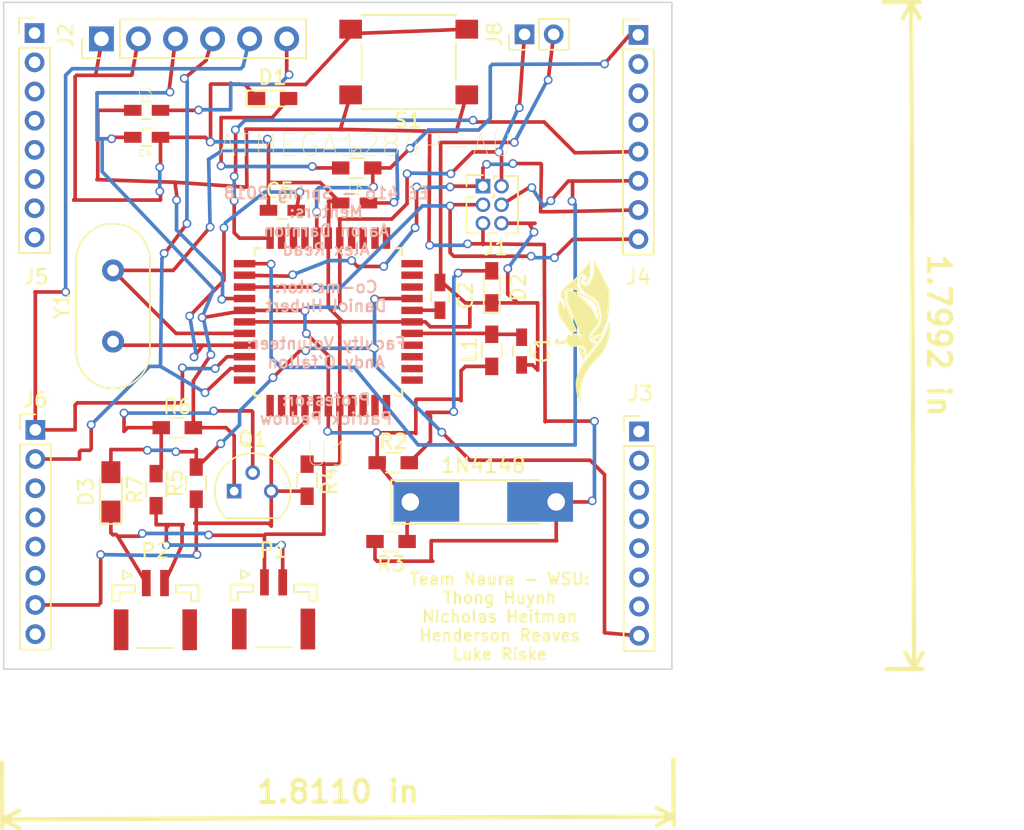
<source format=kicad_pcb>
(kicad_pcb (version 4) (host pcbnew 4.0.7)

  (general
    (links 72)
    (no_connects 0)
    (area 162.149999 43.549999 208.050001 89.350001)
    (thickness 1.6)
    (drawings 8)
    (tracks 558)
    (zones 0)
    (modules 32)
    (nets 45)
  )

  (page A4)
  (title_block
    (title "Water Leak Detector")
    (date 2018-03-29)
    (rev 0)
    (company "Author: Thong Huynh")
    (comment 1 "Team Naura - WSU")
  )

  (layers
    (0 F.Cu signal)
    (31 B.Cu signal)
    (32 B.Adhes user)
    (33 F.Adhes user)
    (34 B.Paste user)
    (35 F.Paste user)
    (36 B.SilkS user)
    (37 F.SilkS user)
    (38 B.Mask user)
    (39 F.Mask user)
    (40 Dwgs.User user)
    (41 Cmts.User user)
    (42 Eco1.User user)
    (43 Eco2.User user)
    (44 Edge.Cuts user)
    (45 Margin user)
    (46 B.CrtYd user)
    (47 F.CrtYd user)
    (48 B.Fab user)
    (49 F.Fab user)
  )

  (setup
    (last_trace_width 0.25)
    (trace_clearance 0.2)
    (zone_clearance 0.508)
    (zone_45_only no)
    (trace_min 0.2)
    (segment_width 0.2)
    (edge_width 0.1)
    (via_size 0.6)
    (via_drill 0.4)
    (via_min_size 0.4)
    (via_min_drill 0.3)
    (uvia_size 0.3)
    (uvia_drill 0.1)
    (uvias_allowed no)
    (uvia_min_size 0.2)
    (uvia_min_drill 0.1)
    (pcb_text_width 0.3)
    (pcb_text_size 1.5 1.5)
    (mod_edge_width 0.15)
    (mod_text_size 1 1)
    (mod_text_width 0.15)
    (pad_size 1.5 1.5)
    (pad_drill 0.8)
    (pad_to_mask_clearance 0)
    (aux_axis_origin 0 0)
    (visible_elements 7FFFFFFF)
    (pcbplotparams
      (layerselection 0x00c3f_80000001)
      (usegerberextensions false)
      (excludeedgelayer true)
      (linewidth 0.100000)
      (plotframeref false)
      (viasonmask false)
      (mode 1)
      (useauxorigin false)
      (hpglpennumber 1)
      (hpglpenspeed 20)
      (hpglpendiameter 15)
      (hpglpenoverlay 2)
      (psnegative false)
      (psa4output false)
      (plotreference true)
      (plotvalue true)
      (plotinvisibletext false)
      (padsonsilk false)
      (subtractmaskfromsilk false)
      (outputformat 1)
      (mirror false)
      (drillshape 0)
      (scaleselection 1)
      (outputdirectory "C:/Users/Thong_Huynh/Desktop/EE 416/pics/"))
  )

  (net 0 "")
  (net 1 VCC)
  (net 2 RST)
  (net 3 AVCC)
  (net 4 GND)
  (net 5 "Net-(C2-Pad1)")
  (net 6 "Net-(C4-Pad1)")
  (net 7 XTAL1)
  (net 8 XTAL2)
  (net 9 "Net-(D1-Pad2)")
  (net 10 "Net-(D2-Pad2)")
  (net 11 PB6)
  (net 12 PB7)
  (net 13 PB5)
  (net 14 PD1)
  (net 15 PD0)
  (net 16 PA0)
  (net 17 PA1)
  (net 18 PA2)
  (net 19 PA3)
  (net 20 PA4)
  (net 21 PA5)
  (net 22 PA6)
  (net 23 PB0)
  (net 24 PB1)
  (net 25 PB2)
  (net 26 PB3)
  (net 27 PB4)
  (net 28 PC0)
  (net 29 PC1)
  (net 30 PC2)
  (net 31 PC3)
  (net 32 PC4)
  (net 33 PC5)
  (net 34 PC6)
  (net 35 PC7)
  (net 36 PD2)
  (net 37 PD3)
  (net 38 PD4)
  (net 39 PD5)
  (net 40 /SIGNAL)
  (net 41 PD7)
  (net 42 PROBE)
  (net 43 "Net-(Q1-Pad2)")
  (net 44 /ANALOG_SIGNAL)

  (net_class Default "This is the default net class."
    (clearance 0.2)
    (trace_width 0.25)
    (via_dia 0.6)
    (via_drill 0.4)
    (uvia_dia 0.3)
    (uvia_drill 0.1)
    (add_net /ANALOG_SIGNAL)
    (add_net /SIGNAL)
    (add_net AVCC)
    (add_net GND)
    (add_net "Net-(C2-Pad1)")
    (add_net "Net-(C4-Pad1)")
    (add_net "Net-(D1-Pad2)")
    (add_net "Net-(D2-Pad2)")
    (add_net "Net-(Q1-Pad2)")
    (add_net PA0)
    (add_net PA1)
    (add_net PA2)
    (add_net PA3)
    (add_net PA4)
    (add_net PA5)
    (add_net PA6)
    (add_net PB0)
    (add_net PB1)
    (add_net PB2)
    (add_net PB3)
    (add_net PB4)
    (add_net PB5)
    (add_net PB6)
    (add_net PB7)
    (add_net PC0)
    (add_net PC1)
    (add_net PC2)
    (add_net PC3)
    (add_net PC4)
    (add_net PC5)
    (add_net PC6)
    (add_net PC7)
    (add_net PD0)
    (add_net PD1)
    (add_net PD2)
    (add_net PD3)
    (add_net PD4)
    (add_net PD5)
    (add_net PD7)
    (add_net PROBE)
    (add_net RST)
    (add_net VCC)
    (add_net XTAL1)
    (add_net XTAL2)
  )

  (module robosub_footprints:robosub_logo-medium (layer F.Cu) (tedit 5ABDB71C) (tstamp 5ABDBB1A)
    (at 202 66.1 90)
    (fp_text reference "" (at 0 0 90) (layer F.SilkS) hide
      (effects (font (thickness 0.3)))
    )
    (fp_text value "" (at 0.75 0 90) (layer F.SilkS) hide
      (effects (font (thickness 0.3)))
    )
    (fp_poly (pts (xy -3.630522 -0.586779) (xy -3.608205 -0.586576) (xy -3.588209 -0.586171) (xy -3.569697 -0.585523)
      (xy -3.551832 -0.584591) (xy -3.533775 -0.583331) (xy -3.514687 -0.581704) (xy -3.493732 -0.579665)
      (xy -3.476535 -0.577869) (xy -3.399362 -0.567949) (xy -3.321616 -0.554586) (xy -3.243241 -0.537754)
      (xy -3.164179 -0.517431) (xy -3.084373 -0.493592) (xy -3.003765 -0.466215) (xy -2.922298 -0.435276)
      (xy -2.839914 -0.400751) (xy -2.756557 -0.362617) (xy -2.672168 -0.32085) (xy -2.586691 -0.275426)
      (xy -2.500069 -0.226322) (xy -2.412243 -0.173515) (xy -2.323156 -0.11698) (xy -2.27 -0.08188)
      (xy -2.236933 -0.059573) (xy -2.204022 -0.037032) (xy -2.17108 -0.014115) (xy -2.137922 0.00932)
      (xy -2.104361 0.033416) (xy -2.07021 0.058315) (xy -2.035284 0.08416) (xy -1.999397 0.111093)
      (xy -1.962361 0.139256) (xy -1.923992 0.168792) (xy -1.884102 0.199844) (xy -1.842506 0.232554)
      (xy -1.799018 0.267064) (xy -1.75345 0.303516) (xy -1.705617 0.342054) (xy -1.655333 0.38282)
      (xy -1.602411 0.425955) (xy -1.55 0.468867) (xy -1.50476 0.505964) (xy -1.462416 0.540648)
      (xy -1.422788 0.573063) (xy -1.385697 0.603355) (xy -1.350962 0.631666) (xy -1.318405 0.658141)
      (xy -1.287844 0.682925) (xy -1.259101 0.706161) (xy -1.231995 0.727993) (xy -1.206346 0.748567)
      (xy -1.181975 0.768025) (xy -1.158702 0.786513) (xy -1.136346 0.804174) (xy -1.114729 0.821153)
      (xy -1.09367 0.837593) (xy -1.072989 0.85364) (xy -1.052506 0.869436) (xy -1.032042 0.885127)
      (xy -1.011417 0.900856) (xy -1.006 0.904974) (xy -0.942525 0.952574) (xy -0.878815 0.999118)
      (xy -0.81522 1.044372) (xy -0.752087 1.088104) (xy -0.689765 1.13008) (xy -0.628604 1.170065)
      (xy -0.56895 1.207826) (xy -0.511153 1.243129) (xy -0.455561 1.27574) (xy -0.44 1.284605)
      (xy -0.39336 1.310397) (xy -0.343515 1.336845) (xy -0.291139 1.363611) (xy -0.236903 1.39036)
      (xy -0.18148 1.416758) (xy -0.12554 1.442466) (xy -0.111863 1.448608) (xy -0.06872 1.467598)
      (xy -0.023471 1.486934) (xy 0.024049 1.50668) (xy 0.074003 1.526898) (xy 0.126557 1.547651)
      (xy 0.181876 1.569003) (xy 0.240124 1.591017) (xy 0.301465 1.613756) (xy 0.366064 1.637282)
      (xy 0.434087 1.661659) (xy 0.505697 1.686951) (xy 0.558 1.705216) (xy 0.575423 1.711275)
      (xy 0.591729 1.716947) (xy 0.60652 1.722094) (xy 0.619396 1.726576) (xy 0.629959 1.730255)
      (xy 0.637809 1.732992) (xy 0.642548 1.734648) (xy 0.643786 1.735084) (xy 0.645738 1.736478)
      (xy 0.645621 1.737045) (xy 0.643115 1.737714) (xy 0.637008 1.738556) (xy 0.627695 1.739543)
      (xy 0.615569 1.740647) (xy 0.601025 1.741842) (xy 0.584457 1.7431) (xy 0.566259 1.744393)
      (xy 0.546826 1.745695) (xy 0.526551 1.746977) (xy 0.50583 1.748213) (xy 0.485055 1.749375)
      (xy 0.464621 1.750437) (xy 0.444923 1.751369) (xy 0.43 1.752003) (xy 0.414569 1.752499)
      (xy 0.395784 1.752903) (xy 0.374291 1.753218) (xy 0.350733 1.753442) (xy 0.325755 1.753576)
      (xy 0.300004 1.753621) (xy 0.274123 1.753576) (xy 0.248758 1.753443) (xy 0.224553 1.753221)
      (xy 0.202153 1.752911) (xy 0.182204 1.752513) (xy 0.16535 1.752027) (xy 0.161 1.751864)
      (xy 0.04898 1.74565) (xy -0.062278 1.735982) (xy -0.172624 1.722901) (xy -0.281907 1.706448)
      (xy -0.389974 1.686664) (xy -0.496675 1.663588) (xy -0.601858 1.637262) (xy -0.705371 1.607725)
      (xy -0.807064 1.575018) (xy -0.906784 1.539182) (xy -1.00438 1.500257) (xy -1.099701 1.458284)
      (xy -1.192595 1.413302) (xy -1.28 1.366967) (xy -1.3263 1.340814) (xy -1.370797 1.314587)
      (xy -1.414098 1.287884) (xy -1.45681 1.260301) (xy -1.49954 1.231434) (xy -1.542896 1.200878)
      (xy -1.587484 1.168231) (xy -1.633912 1.133089) (xy -1.648 1.122224) (xy -1.672079 1.10347)
      (xy -1.695167 1.085244) (xy -1.717524 1.067315) (xy -1.73941 1.049454) (xy -1.761084 1.03143)
      (xy -1.782807 1.013014) (xy -1.804838 0.993976) (xy -1.827437 0.974086) (xy -1.850863 0.953114)
      (xy -1.875376 0.930831) (xy -1.901236 0.907005) (xy -1.928703 0.881408) (xy -1.958036 0.853809)
      (xy -1.989495 0.823979) (xy -2.02334 0.791687) (xy -2.046878 0.769138) (xy -2.081779 0.735689)
      (xy -2.11404 0.704844) (xy -2.143875 0.676409) (xy -2.171501 0.650188) (xy -2.197134 0.625986)
      (xy -2.220989 0.603608) (xy -2.243284 0.582859) (xy -2.264233 0.563543) (xy -2.284053 0.545466)
      (xy -2.30296 0.528433) (xy -2.321169 0.512247) (xy -2.338897 0.496715) (xy -2.35636 0.481641)
      (xy -2.373773 0.46683) (xy -2.391352 0.452086) (xy -2.409314 0.437215) (xy -2.427874 0.422021)
      (xy -2.447249 0.40631) (xy -2.458 0.397642) (xy -2.519738 0.348895) (xy -2.580006 0.303254)
      (xy -2.639346 0.260371) (xy -2.698303 0.219895) (xy -2.757417 0.181477) (xy -2.817231 0.144766)
      (xy -2.878289 0.109413) (xy -2.941133 0.075067) (xy -3.006306 0.04138) (xy -3.025 0.03204)
      (xy -3.12409 -0.014925) (xy -3.224543 -0.058215) (xy -3.326244 -0.097808) (xy -3.429077 -0.133681)
      (xy -3.532926 -0.165811) (xy -3.637675 -0.194176) (xy -3.743208 -0.218752) (xy -3.849409 -0.239517)
      (xy -3.956162 -0.256448) (xy -4.063351 -0.269522) (xy -4.170861 -0.278716) (xy -4.278575 -0.284007)
      (xy -4.386377 -0.285373) (xy -4.494152 -0.28279) (xy -4.593 -0.276921) (xy -4.678269 -0.269046)
      (xy -4.763874 -0.258481) (xy -4.848567 -0.2454) (xy -4.927057 -0.230796) (xy -4.943826 -0.227412)
      (xy -4.957086 -0.224769) (xy -4.967246 -0.222801) (xy -4.974714 -0.221442) (xy -4.9799 -0.220629)
      (xy -4.983212 -0.220295) (xy -4.98506 -0.220375) (xy -4.985852 -0.220804) (xy -4.986001 -0.221389)
      (xy -4.984334 -0.224424) (xy -4.979508 -0.229339) (xy -4.971778 -0.235937) (xy -4.961402 -0.244019)
      (xy -4.948639 -0.25339) (xy -4.933745 -0.26385) (xy -4.916978 -0.275203) (xy -4.90873 -0.280655)
      (xy -4.847411 -0.318643) (xy -4.78299 -0.354165) (xy -4.715532 -0.387196) (xy -4.645103 -0.417712)
      (xy -4.571769 -0.445689) (xy -4.495597 -0.471103) (xy -4.41665 -0.493929) (xy -4.334996 -0.514144)
      (xy -4.2507 -0.531722) (xy -4.205482 -0.539875) (xy -4.131874 -0.551455) (xy -4.055609 -0.561549)
      (xy -3.977677 -0.570074) (xy -3.899067 -0.576944) (xy -3.82077 -0.582074) (xy -3.743775 -0.585382)
      (xy -3.669073 -0.586781) (xy -3.656 -0.586823) (xy -3.630522 -0.586779)) (layer F.SilkS) (width 0.01))
    (fp_poly (pts (xy 3.41982 -0.350762) (xy 3.457689 -0.346062) (xy 3.494283 -0.338131) (xy 3.529168 -0.327047)
      (xy 3.561906 -0.312888) (xy 3.568 -0.309778) (xy 3.585426 -0.299815) (xy 3.602651 -0.288423)
      (xy 3.619136 -0.27607) (xy 3.634346 -0.263221) (xy 3.647743 -0.250344) (xy 3.65879 -0.237904)
      (xy 3.666949 -0.22637) (xy 3.669594 -0.221479) (xy 3.677917 -0.19952) (xy 3.6826 -0.176359)
      (xy 3.68362 -0.152506) (xy 3.680952 -0.128472) (xy 3.675174 -0.106512) (xy 3.67142 -0.096399)
      (xy 3.66726 -0.086679) (xy 3.663204 -0.078454) (xy 3.659759 -0.072826) (xy 3.659434 -0.072406)
      (xy 3.65705 -0.071159) (xy 3.655177 -0.07338) (xy 3.654139 -0.07854) (xy 3.65403 -0.081244)
      (xy 3.653304 -0.088085) (xy 3.651383 -0.097537) (xy 3.648573 -0.108505) (xy 3.645184 -0.119893)
      (xy 3.641524 -0.130606) (xy 3.6379 -0.139549) (xy 3.637228 -0.140983) (xy 3.626636 -0.158482)
      (xy 3.612585 -0.174542) (xy 3.595427 -0.188938) (xy 3.575514 -0.201444) (xy 3.553201 -0.211836)
      (xy 3.528837 -0.219887) (xy 3.506147 -0.224829) (xy 3.492764 -0.226472) (xy 3.47663 -0.227492)
      (xy 3.458942 -0.227888) (xy 3.440902 -0.227656) (xy 3.423708 -0.226793) (xy 3.40856 -0.225297)
      (xy 3.406881 -0.225067) (xy 3.393449 -0.222899) (xy 3.37803 -0.219988) (xy 3.361599 -0.216557)
      (xy 3.345129 -0.212825) (xy 3.329594 -0.209015) (xy 3.315965 -0.205348) (xy 3.305218 -0.202046)
      (xy 3.304325 -0.201739) (xy 3.273963 -0.189269) (xy 3.244576 -0.173469) (xy 3.216688 -0.154746)
      (xy 3.190826 -0.133512) (xy 3.167516 -0.110175) (xy 3.147282 -0.085144) (xy 3.139041 -0.073)
      (xy 3.123822 -0.04604) (xy 3.111455 -0.017563) (xy 3.102338 0.011433) (xy 3.0989 0.027)
      (xy 3.096942 0.042237) (xy 3.096087 0.06008) (xy 3.096291 0.079302) (xy 3.09751 0.098674)
      (xy 3.099699 0.11697) (xy 3.102685 0.132433) (xy 3.113337 0.167892) (xy 3.127877 0.202546)
      (xy 3.146262 0.236332) (xy 3.168449 0.269188) (xy 3.194396 0.30105) (xy 3.224061 0.331856)
      (xy 3.257399 0.361542) (xy 3.259 0.362862) (xy 3.278394 0.378392) (xy 3.296834 0.392192)
      (xy 3.31513 0.404774) (xy 3.334095 0.416651) (xy 3.35454 0.428334) (xy 3.377278 0.440337)
      (xy 3.399 0.451164) (xy 3.446508 0.473477) (xy 3.49476 0.494351) (xy 3.544032 0.513859)
      (xy 3.594597 0.532076) (xy 3.64673 0.549075) (xy 3.700705 0.564928) (xy 3.756797 0.579711)
      (xy 3.81528 0.593496) (xy 3.876429 0.606356) (xy 3.940518 0.618366) (xy 4.007822 0.629599)
      (xy 4.078615 0.640128) (xy 4.131 0.647197) (xy 4.159799 0.650919) (xy 4.185116 0.654144)
      (xy 4.207434 0.656907) (xy 4.227235 0.659244) (xy 4.245003 0.661188) (xy 4.26122 0.662776)
      (xy 4.276367 0.664041) (xy 4.290929 0.66502) (xy 4.305388 0.665745) (xy 4.320226 0.666254)
      (xy 4.335927 0.66658) (xy 4.352972 0.666758) (xy 4.371845 0.666823) (xy 4.393027 0.666811)
      (xy 4.402 0.666793) (xy 4.420312 0.666735) (xy 4.437066 0.666635) (xy 4.452657 0.666474)
      (xy 4.467483 0.666235) (xy 4.48194 0.665898) (xy 4.496424 0.665444) (xy 4.511332 0.664855)
      (xy 4.527062 0.664112) (xy 4.544008 0.663197) (xy 4.562569 0.66209) (xy 4.58314 0.660773)
      (xy 4.606119 0.659227) (xy 4.631901 0.657434) (xy 4.660885 0.655374) (xy 4.693 0.653063)
      (xy 4.712909 0.651633) (xy 4.732349 0.650252) (xy 4.750798 0.648956) (xy 4.767736 0.647781)
      (xy 4.782644 0.646762) (xy 4.795001 0.645936) (xy 4.804288 0.645339) (xy 4.809 0.645058)
      (xy 4.819216 0.64444) (xy 4.829089 0.64375) (xy 4.837244 0.643088) (xy 4.841 0.642717)
      (xy 4.846072 0.642302) (xy 4.848622 0.642549) (xy 4.84845 0.643579) (xy 4.845355 0.645516)
      (xy 4.839138 0.648481) (xy 4.829598 0.652598) (xy 4.816534 0.657988) (xy 4.815 0.658613)
      (xy 4.769085 0.678093) (xy 4.72165 0.699825) (xy 4.67246 0.723929) (xy 4.621282 0.750521)
      (xy 4.567883 0.779722) (xy 4.512031 0.811651) (xy 4.492 0.82341) (xy 4.481422 0.829704)
      (xy 4.467875 0.837836) (xy 4.451791 0.847543) (xy 4.433605 0.85856) (xy 4.413749 0.870624)
      (xy 4.392657 0.883471) (xy 4.370761 0.896836) (xy 4.348496 0.910456) (xy 4.326295 0.924067)
      (xy 4.30459 0.937405) (xy 4.283816 0.950205) (xy 4.282 0.951326) (xy 4.227654 0.984589)
      (xy 4.176303 1.015427) (xy 4.127815 1.04391) (xy 4.082058 1.070108) (xy 4.0389 1.094094)
      (xy 3.99821 1.115936) (xy 3.959856 1.135706) (xy 3.923707 1.153475) (xy 3.889631 1.169312)
      (xy 3.857496 1.183289) (xy 3.827171 1.195476) (xy 3.825845 1.195984) (xy 3.801573 1.205456)
      (xy 3.777184 1.215373) (xy 3.752424 1.225861) (xy 3.727042 1.237044) (xy 3.700786 1.249045)
      (xy 3.673404 1.261991) (xy 3.644643 1.276006) (xy 3.614253 1.291214) (xy 3.581981 1.30774)
      (xy 3.547575 1.325709) (xy 3.510783 1.345245) (xy 3.471353 1.366472) (xy 3.429034 1.389517)
      (xy 3.383573 1.414502) (xy 3.379 1.417026) (xy 3.333733 1.441876) (xy 3.29153 1.46473)
      (xy 3.252077 1.485744) (xy 3.215065 1.505071) (xy 3.180181 1.522865) (xy 3.147115 1.539279)
      (xy 3.115553 1.554467) (xy 3.085187 1.568582) (xy 3.055702 1.58178) (xy 3.02679 1.594212)
      (xy 2.998137 1.606033) (xy 2.987 1.610498) (xy 2.927175 1.632787) (xy 2.866312 1.652445)
      (xy 2.804046 1.669552) (xy 2.740015 1.684186) (xy 2.673856 1.696427) (xy 2.605206 1.706353)
      (xy 2.5337 1.714044) (xy 2.498 1.716984) (xy 2.487302 1.717693) (xy 2.473911 1.71844)
      (xy 2.458393 1.719205) (xy 2.441316 1.719969) (xy 2.423248 1.72071) (xy 2.404756 1.721411)
      (xy 2.386408 1.722049) (xy 2.368771 1.722606) (xy 2.352414 1.723062) (xy 2.337904 1.723396)
      (xy 2.325808 1.723589) (xy 2.316694 1.72362) (xy 2.312 1.723519) (xy 2.306857 1.723347)
      (xy 2.29866 1.723144) (xy 2.288353 1.722932) (xy 2.27688 1.72273) (xy 2.271 1.722639)
      (xy 2.24247 1.722006) (xy 2.210884 1.720923) (xy 2.176897 1.719436) (xy 2.141169 1.717588)
      (xy 2.104355 1.715425) (xy 2.067114 1.71299) (xy 2.030102 1.710328) (xy 1.993977 1.707484)
      (xy 1.959397 1.704502) (xy 1.927019 1.701428) (xy 1.8975 1.698304) (xy 1.878 1.696002)
      (xy 1.856482 1.693392) (xy 1.834617 1.69088) (xy 1.812141 1.688444) (xy 1.788789 1.686063)
      (xy 1.764297 1.683716) (xy 1.738402 1.681382) (xy 1.71084 1.679039) (xy 1.681347 1.676665)
      (xy 1.649659 1.67424) (xy 1.615512 1.671742) (xy 1.578642 1.66915) (xy 1.538785 1.666443)
      (xy 1.495677 1.663598) (xy 1.449054 1.660595) (xy 1.408 1.657999) (xy 1.355562 1.654656)
      (xy 1.306832 1.651441) (xy 1.261517 1.648326) (xy 1.219327 1.645287) (xy 1.179972 1.642296)
      (xy 1.143161 1.639329) (xy 1.108603 1.636358) (xy 1.076008 1.633359) (xy 1.045085 1.630305)
      (xy 1.015543 1.627171) (xy 0.987092 1.623929) (xy 0.959441 1.620555) (xy 0.932299 1.617022)
      (xy 0.905377 1.613304) (xy 0.901 1.61268) (xy 0.851 1.605525) (xy 0.726 1.563537)
      (xy 0.647821 1.537083) (xy 0.573298 1.511463) (xy 0.502195 1.486586) (xy 0.434277 1.462361)
      (xy 0.369308 1.438696) (xy 0.307051 1.415501) (xy 0.247272 1.392686) (xy 0.189734 1.370158)
      (xy 0.134202 1.347828) (xy 0.08044 1.325604) (xy 0.028213 1.303395) (xy -0.022717 1.281111)
      (xy -0.072583 1.25866) (xy -0.114 1.239522) (xy -0.128116 1.232861) (xy -0.143565 1.225463)
      (xy -0.159945 1.21753) (xy -0.176854 1.209262) (xy -0.193891 1.200861) (xy -0.210654 1.19253)
      (xy -0.226741 1.184469) (xy -0.24175 1.176881) (xy -0.255279 1.169966) (xy -0.266927 1.163927)
      (xy -0.276292 1.158964) (xy -0.282971 1.15528) (xy -0.286564 1.153077) (xy -0.286964 1.15275)
      (xy -0.289305 1.147827) (xy -0.289919 1.139838) (xy -0.288842 1.129309) (xy -0.286109 1.116765)
      (xy -0.284137 1.10992) (xy -0.281524 1.101355) (xy -0.27954 1.094276) (xy -0.278053 1.087829)
      (xy -0.27693 1.081161) (xy -0.276037 1.073419) (xy -0.275242 1.06375) (xy -0.274413 1.0513)
      (xy -0.274019 1.045) (xy -0.273282 1.004506) (xy -0.275988 0.964084) (xy -0.281998 0.924074)
      (xy -0.291178 0.884816) (xy -0.303392 0.846653) (xy -0.318501 0.809923) (xy -0.336371 0.774969)
      (xy -0.356865 0.742131) (xy -0.379847 0.711749) (xy -0.40518 0.684165) (xy -0.425956 0.665254)
      (xy -0.450404 0.646017) (xy -0.473715 0.63035) (xy -0.496196 0.618092) (xy -0.518151 0.609084)
      (xy -0.539888 0.603164) (xy -0.546761 0.601909) (xy -0.557298 0.600823) (xy -0.570567 0.600366)
      (xy -0.585354 0.600495) (xy -0.600447 0.601169) (xy -0.614634 0.602345) (xy -0.626702 0.603982)
      (xy -0.631 0.604831) (xy -0.655087 0.611433) (xy -0.680701 0.620595) (xy -0.706763 0.631844)
      (xy -0.73219 0.644709) (xy -0.755901 0.658717) (xy -0.759 0.660728) (xy -0.766766 0.665649)
      (xy -0.773237 0.669409) (xy -0.77775 0.671648) (xy -0.779641 0.672004) (xy -0.77965 0.671983)
      (xy -0.7791 0.669193) (xy -0.776882 0.663741) (xy -0.773387 0.656389) (xy -0.769009 0.647904)
      (xy -0.76414 0.63905) (xy -0.759172 0.630592) (xy -0.755156 0.62427) (xy -0.736211 0.599331)
      (xy -0.713931 0.576118) (xy -0.688679 0.554843) (xy -0.660821 0.535717) (xy -0.630723 0.518949)
      (xy -0.598749 0.504751) (xy -0.565265 0.493333) (xy -0.530636 0.484906) (xy -0.506848 0.481021)
      (xy -0.480649 0.478656) (xy -0.452343 0.477996) (xy -0.42331 0.478985) (xy -0.394927 0.481567)
      (xy -0.368572 0.485688) (xy -0.363 0.486834) (xy -0.329126 0.495809) (xy -0.29566 0.507854)
      (xy -0.263619 0.52255) (xy -0.23402 0.539472) (xy -0.230249 0.541916) (xy -0.213735 0.553233)
      (xy -0.194476 0.567245) (xy -0.172589 0.583855) (xy -0.148195 0.602967) (xy -0.121413 0.624485)
      (xy -0.092362 0.648312) (xy -0.061161 0.674352) (xy -0.027931 0.702508) (xy 0.007211 0.732684)
      (xy 0.026 0.748967) (xy 0.06213 0.780207) (xy 0.095678 0.808855) (xy 0.126909 0.835122)
      (xy 0.156094 0.85922) (xy 0.183498 0.881363) (xy 0.209391 0.901763) (xy 0.234041 0.920632)
      (xy 0.257714 0.938183) (xy 0.280679 0.954628) (xy 0.303205 0.970179) (xy 0.315 0.978094)
      (xy 0.35593 1.004182) (xy 0.396958 1.028164) (xy 0.437686 1.04985) (xy 0.477713 1.069048)
      (xy 0.516642 1.085569) (xy 0.554072 1.09922) (xy 0.589606 1.109812) (xy 0.59142 1.110283)
      (xy 0.657025 1.125295) (xy 0.724033 1.136939) (xy 0.792577 1.145224) (xy 0.862791 1.150158)
      (xy 0.934807 1.15175) (xy 1.008758 1.150007) (xy 1.084776 1.144939) (xy 1.107 1.142871)
      (xy 1.175599 1.134788) (xy 1.246693 1.12387) (xy 1.32001 1.110169) (xy 1.39528 1.093743)
      (xy 1.472235 1.074644) (xy 1.550602 1.05293) (xy 1.55487 1.051683) (xy 1.566495 1.048178)
      (xy 1.581384 1.043526) (xy 1.599024 1.037899) (xy 1.618905 1.031468) (xy 1.640511 1.024405)
      (xy 1.663333 1.016882) (xy 1.686856 1.009068) (xy 1.710568 1.001136) (xy 1.733958 0.993257)
      (xy 1.756511 0.985603) (xy 1.777717 0.978344) (xy 1.797062 0.971652) (xy 1.814034 0.965698)
      (xy 1.82812 0.960653) (xy 1.837 0.957375) (xy 1.87252 0.943646) (xy 1.905958 0.930027)
      (xy 1.937083 0.916633) (xy 1.965665 0.903574) (xy 1.991473 0.890962) (xy 2.014275 0.878909)
      (xy 2.033843 0.867527) (xy 2.049944 0.856928) (xy 2.06 0.849234) (xy 2.077324 0.834139)
      (xy 2.094498 0.817797) (xy 2.111706 0.799973) (xy 2.129133 0.780427) (xy 2.146963 0.758923)
      (xy 2.165381 0.735224) (xy 2.18457 0.709092) (xy 2.204716 0.680289) (xy 2.226002 0.648579)
      (xy 2.248613 0.613724) (xy 2.272734 0.575487) (xy 2.273038 0.575) (xy 2.282804 0.559364)
      (xy 2.293269 0.542676) (xy 2.303873 0.525824) (xy 2.314056 0.509694) (xy 2.323259 0.495176)
      (xy 2.330923 0.483156) (xy 2.331023 0.483) (xy 2.340625 0.467904) (xy 2.349703 0.453396)
      (xy 2.358563 0.438955) (xy 2.367513 0.424061) (xy 2.376856 0.408197) (xy 2.386901 0.390842)
      (xy 2.397952 0.371477) (xy 2.410316 0.349584) (xy 2.42298 0.327) (xy 2.442413 0.292373)
      (xy 2.460159 0.261008) (xy 2.476392 0.232622) (xy 2.491284 0.206935) (xy 2.505008 0.183667)
      (xy 2.517736 0.162535) (xy 2.529642 0.143259) (xy 2.540898 0.125559) (xy 2.551677 0.109152)
      (xy 2.56215 0.093759) (xy 2.572493 0.079097) (xy 2.582875 0.064887) (xy 2.589546 0.056)
      (xy 2.598567 0.044327) (xy 2.607074 0.0339) (xy 2.615655 0.024095) (xy 2.624903 0.014286)
      (xy 2.635405 0.003851) (xy 2.647753 -0.007834) (xy 2.662537 -0.021394) (xy 2.664 -0.022721)
      (xy 2.719428 -0.070787) (xy 2.775629 -0.115218) (xy 2.832532 -0.155979) (xy 2.890066 -0.193035)
      (xy 2.948161 -0.226352) (xy 3.006745 -0.255897) (xy 3.065747 -0.281635) (xy 3.125097 -0.303531)
      (xy 3.184723 -0.321551) (xy 3.244554 -0.335661) (xy 3.304519 -0.345827) (xy 3.342 -0.35016)
      (xy 3.381112 -0.352154) (xy 3.41982 -0.350762)) (layer F.SilkS) (width 0.01))
    (fp_poly (pts (xy -0.699796 -1.993873) (xy -0.673051 -1.989352) (xy -0.648017 -1.982175) (xy -0.625256 -1.972306)
      (xy -0.622 -1.970551) (xy -0.610464 -1.962912) (xy -0.598755 -1.952999) (xy -0.587832 -1.941793)
      (xy -0.578652 -1.930274) (xy -0.572217 -1.919521) (xy -0.565424 -1.901549) (xy -0.561452 -1.882698)
      (xy -0.560439 -1.864025) (xy -0.562519 -1.846587) (xy -0.562721 -1.845706) (xy -0.567859 -1.830794)
      (xy -0.575824 -1.818136) (xy -0.586804 -1.807574) (xy -0.600989 -1.79895) (xy -0.618567 -1.792106)
      (xy -0.631 -1.788748) (xy -0.641989 -1.786915) (xy -0.656007 -1.785706) (xy -0.672131 -1.785114)
      (xy -0.689441 -1.785133) (xy -0.707014 -1.785757) (xy -0.72393 -1.786978) (xy -0.739267 -1.788791)
      (xy -0.744 -1.789548) (xy -0.753038 -1.791082) (xy -0.760474 -1.792286) (xy -0.765519 -1.793036)
      (xy -0.767382 -1.793216) (xy -0.767352 -1.791022) (xy -0.76656 -1.78534) (xy -0.765093 -1.776591)
      (xy -0.763034 -1.765199) (xy -0.760468 -1.751583) (xy -0.757482 -1.736166) (xy -0.754159 -1.719369)
      (xy -0.750585 -1.701613) (xy -0.746844 -1.683322) (xy -0.743022 -1.664915) (xy -0.739204 -1.646815)
      (xy -0.735475 -1.629443) (xy -0.731919 -1.613222) (xy -0.728622 -1.598571) (xy -0.725669 -1.585914)
      (xy -0.725209 -1.584) (xy -0.713729 -1.539598) (xy -0.699942 -1.491983) (xy -0.683863 -1.441203)
      (xy -0.665507 -1.387301) (xy -0.646992 -1.336) (xy -0.640061 -1.317373) (xy -0.633097 -1.298864)
      (xy -0.626253 -1.280863) (xy -0.619682 -1.263764) (xy -0.613539 -1.247956) (xy -0.607975 -1.233831)
      (xy -0.603145 -1.221781) (xy -0.599202 -1.212196) (xy -0.596299 -1.205469) (xy -0.594589 -1.20199)
      (xy -0.594343 -1.201649) (xy -0.591942 -1.201441) (xy -0.586492 -1.201929) (xy -0.578865 -1.203015)
      (xy -0.572 -1.204206) (xy -0.541729 -1.209448) (xy -0.51222 -1.213799) (xy -0.483875 -1.217232)
      (xy -0.457098 -1.219719) (xy -0.432293 -1.221234) (xy -0.409864 -1.221749) (xy -0.390214 -1.221238)
      (xy -0.373746 -1.219673) (xy -0.365 -1.218092) (xy -0.353834 -1.214683) (xy -0.344133 -1.210061)
      (xy -0.336834 -1.204741) (xy -0.333643 -1.200856) (xy -0.332516 -1.197698) (xy -0.330685 -1.191056)
      (xy -0.328254 -1.181368) (xy -0.325326 -1.169069) (xy -0.322001 -1.154594) (xy -0.318384 -1.138378)
      (xy -0.314576 -1.120858) (xy -0.312263 -1.11) (xy -0.294978 -1.02982) (xy -0.277852 -0.953593)
      (xy -0.260872 -0.881276) (xy -0.244028 -0.812827) (xy -0.227306 -0.748202) (xy -0.210695 -0.687359)
      (xy -0.194183 -0.630254) (xy -0.177756 -0.576845) (xy -0.161403 -0.527088) (xy -0.145113 -0.480942)
      (xy -0.128872 -0.438361) (xy -0.112669 -0.399305) (xy -0.108523 -0.389864) (xy -0.097354 -0.364727)
      (xy 0.048823 -0.421117) (xy 0.104291 -0.442558) (xy 0.158848 -0.463736) (xy 0.212828 -0.484785)
      (xy 0.266565 -0.505839) (xy 0.320392 -0.527029) (xy 0.374645 -0.548491) (xy 0.429656 -0.570356)
      (xy 0.485761 -0.592759) (xy 0.543292 -0.615832) (xy 0.561092 -0.623) (xy 2.542 -0.623)
      (xy 2.543 -0.622) (xy 2.544 -0.623) (xy 2.543 -0.624) (xy 2.542 -0.623)
      (xy 0.561092 -0.623) (xy 0.602585 -0.639709) (xy 0.663972 -0.664523) (xy 0.727789 -0.690408)
      (xy 0.794368 -0.717497) (xy 0.864045 -0.745923) (xy 0.918 -0.76798) (xy 0.974509 -0.791075)
      (xy 1.027572 -0.812703) (xy 1.077424 -0.832957) (xy 1.124303 -0.851928) (xy 1.168446 -0.86971)
      (xy 1.21009 -0.886394) (xy 1.249471 -0.902071) (xy 1.286826 -0.916836) (xy 1.322393 -0.930778)
      (xy 1.356408 -0.943992) (xy 1.389108 -0.956567) (xy 1.420729 -0.968598) (xy 1.45151 -0.980176)
      (xy 1.481687 -0.991393) (xy 1.511496 -1.002341) (xy 1.541175 -1.013112) (xy 1.57096 -1.023798)
      (xy 1.601089 -1.034493) (xy 1.625 -1.042905) (xy 1.706046 -1.070745) (xy 1.783877 -1.0963)
      (xy 1.858552 -1.11958) (xy 1.930133 -1.140593) (xy 1.998681 -1.159349) (xy 2.064257 -1.175855)
      (xy 2.126923 -1.190121) (xy 2.186739 -1.202156) (xy 2.243767 -1.211968) (xy 2.298068 -1.219565)
      (xy 2.349703 -1.224958) (xy 2.398733 -1.228153) (xy 2.44522 -1.229161) (xy 2.489224 -1.227991)
      (xy 2.530807 -1.224649) (xy 2.57003 -1.219147) (xy 2.606954 -1.211491) (xy 2.64164 -1.201692)
      (xy 2.668 -1.192243) (xy 2.682932 -1.186078) (xy 2.69442 -1.180691) (xy 2.702884 -1.175841)
      (xy 2.708748 -1.171284) (xy 2.712432 -1.166776) (xy 2.712557 -1.166565) (xy 2.714605 -1.161796)
      (xy 2.717005 -1.154338) (xy 2.719377 -1.145432) (xy 2.720489 -1.140565) (xy 2.721814 -1.133935)
      (xy 2.722833 -1.127508) (xy 2.723583 -1.120621) (xy 2.724104 -1.112614) (xy 2.724434 -1.102825)
      (xy 2.724613 -1.090591) (xy 2.724678 -1.075253) (xy 2.724681 -1.069) (xy 2.723759 -1.027457)
      (xy 2.721007 -0.98243) (xy 2.716433 -0.933989) (xy 2.710047 -0.882204) (xy 2.701857 -0.827143)
      (xy 2.691873 -0.768876) (xy 2.680104 -0.707471) (xy 2.67311 -0.673512) (xy 2.651244 -0.576584)
      (xy 2.62658 -0.479937) (xy 2.599244 -0.383902) (xy 2.569364 -0.28881) (xy 2.537064 -0.194993)
      (xy 2.502472 -0.102781) (xy 2.465712 -0.012507) (xy 2.426912 0.075499) (xy 2.386198 0.160906)
      (xy 2.343695 0.243381) (xy 2.299531 0.322595) (xy 2.283398 0.35) (xy 2.248041 0.407251)
      (xy 2.211136 0.463279) (xy 2.172968 0.517722) (xy 2.133819 0.570215) (xy 2.093974 0.620397)
      (xy 2.053716 0.667904) (xy 2.01333 0.712374) (xy 1.9731 0.753443) (xy 1.951897 0.773745)
      (xy 1.941419 0.783495) (xy 1.932673 0.791393) (xy 1.925013 0.797838) (xy 1.917791 0.803229)
      (xy 1.910357 0.807966) (xy 1.902065 0.812449) (xy 1.892267 0.817075) (xy 1.880314 0.822245)
      (xy 1.865559 0.828358) (xy 1.858767 0.83114) (xy 1.845125 0.836569) (xy 1.828203 0.843051)
      (xy 1.808529 0.850401) (xy 1.786628 0.858433) (xy 1.763023 0.866965) (xy 1.738243 0.87581)
      (xy 1.71281 0.884783) (xy 1.687252 0.893701) (xy 1.662092 0.902378) (xy 1.637858 0.910629)
      (xy 1.615073 0.91827) (xy 1.594263 0.925116) (xy 1.575955 0.930982) (xy 1.567 0.933767)
      (xy 1.47964 0.959169) (xy 1.394345 0.981154) (xy 1.3111 0.999721) (xy 1.229894 1.014873)
      (xy 1.150713 1.026611) (xy 1.073545 1.034934) (xy 0.998377 1.039846) (xy 0.925197 1.041346)
      (xy 0.853992 1.039436) (xy 0.784749 1.034117) (xy 0.717457 1.02539) (xy 0.655959 1.014078)
      (xy 0.620047 1.005045) (xy 0.582321 0.992794) (xy 0.543119 0.977479) (xy 0.50278 0.959254)
      (xy 0.461642 0.938272) (xy 0.420044 0.914688) (xy 0.397288 0.900487) (xy 0.68147 0.900487)
      (xy 0.684501 0.902024) (xy 0.690677 0.903845) (xy 0.699582 0.905878) (xy 0.710799 0.908051)
      (xy 0.723912 0.910294) (xy 0.738505 0.912535) (xy 0.754162 0.914703) (xy 0.770466 0.916726)
      (xy 0.787002 0.918534) (xy 0.803 0.920025) (xy 0.816729 0.921186) (xy 0.829637 0.922283)
      (xy 0.841015 0.923255) (xy 0.850153 0.924041) (xy 0.856341 0.924581) (xy 0.858 0.924729)
      (xy 0.861905 0.924891) (xy 0.869339 0.925013) (xy 0.879832 0.925094) (xy 0.892913 0.925133)
      (xy 0.908111 0.925129) (xy 0.924954 0.925081) (xy 0.942974 0.924989) (xy 0.952 0.924927)
      (xy 0.975902 0.924709) (xy 0.996382 0.924421) (xy 1.014018 0.924041) (xy 1.029388 0.923547)
      (xy 1.043069 0.922918) (xy 1.05564 0.922133) (xy 1.067679 0.921169) (xy 1.07711 0.920277)
      (xy 1.12786 0.914568) (xy 1.178339 0.90762) (xy 1.228942 0.899342) (xy 1.280062 0.88964)
      (xy 1.332094 0.878425) (xy 1.385433 0.865604) (xy 1.440473 0.851087) (xy 1.497609 0.83478)
      (xy 1.557234 0.816593) (xy 1.619743 0.796435) (xy 1.641 0.789358) (xy 1.673005 0.778574)
      (xy 1.70138 0.768901) (xy 1.726312 0.760269) (xy 1.747993 0.752608) (xy 1.766612 0.745849)
      (xy 1.78236 0.739921) (xy 1.795426 0.734754) (xy 1.806 0.730278) (xy 1.814272 0.726424)
      (xy 1.819751 0.723518) (xy 1.847516 0.706047) (xy 1.875098 0.685606) (xy 1.902682 0.662022)
      (xy 1.93045 0.635124) (xy 1.958586 0.604739) (xy 1.987273 0.570695) (xy 2.001296 0.553)
      (xy 2.01145 0.539786) (xy 2.023157 0.524281) (xy 2.036013 0.507041) (xy 2.049614 0.488621)
      (xy 2.063556 0.469577) (xy 2.077434 0.450466) (xy 2.090845 0.431844) (xy 2.103385 0.414265)
      (xy 2.114649 0.398287) (xy 2.124234 0.384466) (xy 2.130719 0.374889) (xy 2.180517 0.296828)
      (xy 2.228085 0.215526) (xy 2.273374 0.131096) (xy 2.316333 0.043652) (xy 2.356913 -0.046694)
      (xy 2.395063 -0.139829) (xy 2.430735 -0.235639) (xy 2.463878 -0.334013) (xy 2.494442 -0.434836)
      (xy 2.505983 -0.476) (xy 2.509505 -0.48904) (xy 2.513321 -0.503479) (xy 2.517311 -0.518836)
      (xy 2.521357 -0.534633) (xy 2.525338 -0.550389) (xy 2.529138 -0.565623) (xy 2.532636 -0.579858)
      (xy 2.535714 -0.592611) (xy 2.538253 -0.603404) (xy 2.540134 -0.611756) (xy 2.541238 -0.617187)
      (xy 2.541453 -0.619214) (xy 2.54017 -0.617855) (xy 2.537009 -0.613607) (xy 2.532286 -0.606922)
      (xy 2.526319 -0.598254) (xy 2.519426 -0.588057) (xy 2.515055 -0.58151) (xy 2.453674 -0.49074)
      (xy 2.392038 -0.402746) (xy 2.330243 -0.317645) (xy 2.268383 -0.235555) (xy 2.206554 -0.156594)
      (xy 2.144853 -0.080878) (xy 2.083373 -0.008525) (xy 2.022212 0.060348) (xy 1.961464 0.125622)
      (xy 1.901226 0.18718) (xy 1.847 0.239807) (xy 1.804116 0.279794) (xy 1.763083 0.316872)
      (xy 1.723451 0.351404) (xy 1.684771 0.383753) (xy 1.646593 0.414284) (xy 1.608469 0.443359)
      (xy 1.56995 0.471343) (xy 1.530587 0.498599) (xy 1.512 0.511041) (xy 1.490485 0.525117)
      (xy 1.469437 0.538498) (xy 1.448421 0.551427) (xy 1.427 0.564149) (xy 1.404739 0.576908)
      (xy 1.381201 0.589946) (xy 1.355949 0.603508) (xy 1.328549 0.617837) (xy 1.298564 0.633178)
      (xy 1.265558 0.649773) (xy 1.249 0.658014) (xy 1.192826 0.685459) (xy 1.136427 0.712116)
      (xy 1.079302 0.738204) (xy 1.020947 0.763938) (xy 0.960861 0.789534) (xy 0.898542 0.815209)
      (xy 0.833487 0.841178) (xy 0.765195 0.867659) (xy 0.74 0.877253) (xy 0.725908 0.882596)
      (xy 0.712948 0.887515) (xy 0.701615 0.891821) (xy 0.692404 0.895325) (xy 0.685812 0.897838)
      (xy 0.682334 0.899173) (xy 0.682 0.899304) (xy 0.68147 0.900487) (xy 0.397288 0.900487)
      (xy 0.378326 0.888654) (xy 0.376 0.887132) (xy 0.357943 0.875113) (xy 0.340145 0.862898)
      (xy 0.322322 0.850265) (xy 0.304191 0.836988) (xy 0.285469 0.822845) (xy 0.265873 0.807612)
      (xy 0.245121 0.791065) (xy 0.222928 0.77298) (xy 0.199011 0.753134) (xy 0.173089 0.731302)
      (xy 0.144878 0.707262) (xy 0.114095 0.68079) (xy 0.105 0.672932) (xy 0.081905 0.653003)
      (xy 0.058964 0.633288) (xy 0.036488 0.614053) (xy 0.01479 0.59556) (xy -0.005817 0.578075)
      (xy -0.025021 0.561863) (xy -0.04251 0.547186) (xy -0.057971 0.53431) (xy -0.071091 0.5235)
      (xy -0.081558 0.515019) (xy -0.082852 0.513986) (xy -0.12121 0.484688) (xy -0.158225 0.458968)
      (xy -0.194105 0.436716) (xy -0.229058 0.417823) (xy -0.263291 0.402178) (xy -0.297012 0.389672)
      (xy -0.330427 0.380196) (xy -0.34 0.378018) (xy -0.359745 0.374508) (xy -0.382392 0.371725)
      (xy -0.406901 0.369714) (xy -0.432235 0.368518) (xy -0.457354 0.36818) (xy -0.48122 0.368744)
      (xy -0.502792 0.370254) (xy -0.508986 0.370937) (xy -0.551355 0.377637) (xy -0.591555 0.387238)
      (xy -0.630403 0.399978) (xy -0.668719 0.416097) (xy -0.677248 0.420165) (xy -0.710355 0.437777)
      (xy -0.74049 0.45706) (xy -0.768539 0.478647) (xy -0.795394 0.503169) (xy -0.799044 0.506808)
      (xy -0.825052 0.535607) (xy -0.847731 0.56621) (xy -0.866967 0.598386) (xy -0.882647 0.631903)
      (xy -0.894656 0.666529) (xy -0.90288 0.702035) (xy -0.905988 0.724009) (xy -0.906978 0.742753)
      (xy -0.906049 0.761304) (xy -0.903343 0.778824) (xy -0.899003 0.794473) (xy -0.893172 0.807413)
      (xy -0.89132 0.810393) (xy -0.884375 0.818001) (xy -0.874797 0.824812) (xy -0.863951 0.829968)
      (xy -0.856814 0.832038) (xy -0.843023 0.833355) (xy -0.828406 0.831658) (xy -0.812732 0.826858)
      (xy -0.795772 0.818862) (xy -0.777297 0.80758) (xy -0.757078 0.792922) (xy -0.756 0.792086)
      (xy -0.746173 0.784736) (xy -0.734179 0.776232) (xy -0.720877 0.767138) (xy -0.707122 0.75802)
      (xy -0.693772 0.749445) (xy -0.681684 0.741977) (xy -0.671715 0.736184) (xy -0.669509 0.734987)
      (xy -0.644319 0.723168) (xy -0.620328 0.71516) (xy -0.597515 0.71096) (xy -0.57586 0.71057)
      (xy -0.555344 0.713988) (xy -0.535944 0.721215) (xy -0.517642 0.73225) (xy -0.516397 0.733169)
      (xy -0.490141 0.755232) (xy -0.466499 0.7801) (xy -0.445586 0.807452) (xy -0.427515 0.836971)
      (xy -0.412403 0.868338) (xy -0.400362 0.901234) (xy -0.391508 0.93534) (xy -0.385955 0.970338)
      (xy -0.383817 1.005908) (xy -0.385209 1.041732) (xy -0.390245 1.077491) (xy -0.391149 1.082)
      (xy -0.393333 1.091358) (xy -0.396193 1.101919) (xy -0.399503 1.113017) (xy -0.403036 1.123987)
      (xy -0.406563 1.134165) (xy -0.409859 1.142884) (xy -0.412696 1.149479) (xy -0.414847 1.153287)
      (xy -0.415725 1.153956) (xy -0.417755 1.152946) (xy -0.422635 1.150163) (xy -0.429812 1.145934)
      (xy -0.438732 1.140584) (xy -0.448841 1.134441) (xy -0.449 1.134343) (xy -0.46887 1.122086)
      (xy -0.491236 1.108104) (xy -0.515283 1.092918) (xy -0.540197 1.077049) (xy -0.565163 1.061018)
      (xy -0.589367 1.045346) (xy -0.611994 1.030554) (xy -0.632 1.017316) (xy -0.662822 0.996635)
      (xy -0.693338 0.97589) (xy -0.723719 0.954949) (xy -0.754135 0.933682) (xy -0.784754 0.91196)
      (xy -0.815748 0.889652) (xy -0.847287 0.866627) (xy -0.879539 0.842757) (xy -0.912676 0.81791)
      (xy -0.946866 0.791956) (xy -0.982281 0.764765) (xy -1.019089 0.736207) (xy -1.057461 0.706152)
      (xy -1.097567 0.67447) (xy -1.139577 0.64103) (xy -1.18366 0.605702) (xy -1.229987 0.568356)
      (xy -1.278727 0.528863) (xy -1.330051 0.487091) (xy -1.384128 0.44291) (xy -1.418 0.415163)
      (xy -1.440795 0.396485) (xy -1.464385 0.377177) (xy -1.488352 0.357579) (xy -1.512278 0.338031)
      (xy -1.535746 0.318875) (xy -1.558339 0.300452) (xy -1.579638 0.283101) (xy -1.599227 0.267163)
      (xy -1.616687 0.25298) (xy -1.631601 0.240892) (xy -1.635568 0.237683) (xy -1.650874 0.225272)
      (xy -1.665177 0.213601) (xy -1.678188 0.202913) (xy -1.689612 0.193453) (xy -1.699159 0.185462)
      (xy -1.706537 0.179184) (xy -1.711453 0.174863) (xy -1.713616 0.172742) (xy -1.713692 0.172583)
      (xy -1.711721 0.171722) (xy -1.706324 0.169994) (xy -1.697948 0.167527) (xy -1.687041 0.164447)
      (xy -1.674052 0.16088) (xy -1.659427 0.156955) (xy -1.647124 0.153713) (xy -1.585625 0.137326)
      (xy -1.522046 0.119767) (xy -1.456106 0.100956) (xy -1.387521 0.080809) (xy -1.316007 0.059244)
      (xy -1.241284 0.036178) (xy -1.197631 0.02248) (xy -1.104262 -0.006982) (xy -1.09192 -0.038991)
      (xy -1.08466 -0.058274) (xy -1.077693 -0.077645) (xy -1.07123 -0.096458) (xy -1.068457 -0.104956)
      (xy -0.808437 -0.104956) (xy -0.80792 -0.1045) (xy -0.804726 -0.104979) (xy -0.804 -0.105115)
      (xy -0.800008 -0.106127) (xy -0.792908 -0.108185) (xy -0.783393 -0.111078) (xy -0.772152 -0.114595)
      (xy -0.759876 -0.118527) (xy -0.757 -0.11946) (xy -0.735821 -0.126446) (xy -0.712305 -0.13437)
      (xy -0.686729 -0.14313) (xy -0.659372 -0.152622) (xy -0.63051 -0.162744) (xy -0.60042 -0.173395)
      (xy -0.569381 -0.184472) (xy -0.537669 -0.195873) (xy -0.505562 -0.207494) (xy -0.473337 -0.219235)
      (xy -0.441271 -0.230992) (xy -0.409641 -0.242663) (xy -0.378726 -0.254146) (xy -0.348801 -0.265339)
      (xy -0.320146 -0.276138) (xy -0.293035 -0.286443) (xy -0.267749 -0.29615) (xy -0.244562 -0.305157)
      (xy -0.223753 -0.313362) (xy -0.205599 -0.320663) (xy -0.190378 -0.326956) (xy -0.178366 -0.33214)
      (xy -0.169842 -0.336113) (xy -0.169551 -0.336259) (xy -0.164783 -0.338661) (xy -0.161517 -0.340754)
      (xy -0.159677 -0.34322) (xy -0.159181 -0.346741) (xy -0.159952 -0.352001) (xy -0.161911 -0.359682)
      (xy -0.164978 -0.370465) (xy -0.165417 -0.372) (xy -0.171136 -0.390542) (xy -0.177822 -0.409698)
      (xy -0.185269 -0.429057) (xy -0.193272 -0.448208) (xy -0.201624 -0.466739) (xy -0.210121 -0.484238)
      (xy -0.218556 -0.500292) (xy -0.226725 -0.514491) (xy -0.234421 -0.526422) (xy -0.241438 -0.535674)
      (xy -0.247572 -0.541834) (xy -0.251368 -0.54414) (xy -0.257406 -0.544422) (xy -0.263741 -0.541122)
      (xy -0.270011 -0.534603) (xy -0.275857 -0.52523) (xy -0.28044 -0.51471) (xy -0.281741 -0.510823)
      (xy -0.282782 -0.506709) (xy -0.283609 -0.501821) (xy -0.284268 -0.495618) (xy -0.284807 -0.487554)
      (xy -0.285271 -0.477087) (xy -0.285707 -0.463671) (xy -0.28613 -0.448) (xy -0.286661 -0.429271)
      (xy -0.287261 -0.414013) (xy -0.288024 -0.401699) (xy -0.289044 -0.3918) (xy -0.290415 -0.383787)
      (xy -0.292231 -0.377134) (xy -0.294585 -0.371311) (xy -0.297573 -0.36579) (xy -0.301286 -0.360043)
      (xy -0.301943 -0.359084) (xy -0.304857 -0.355215) (xy -0.308317 -0.351473) (xy -0.31266 -0.347653)
      (xy -0.318218 -0.343552) (xy -0.325326 -0.338967) (xy -0.334319 -0.333694) (xy -0.34553 -0.327531)
      (xy -0.359295 -0.320273) (xy -0.375947 -0.311718) (xy -0.395822 -0.301663) (xy -0.399 -0.300063)
      (xy -0.410925 -0.294067) (xy -0.421728 -0.288644) (xy -0.431692 -0.28366) (xy -0.441102 -0.27898)
      (xy -0.450242 -0.27447) (xy -0.459394 -0.269996) (xy -0.468842 -0.265422) (xy -0.478872 -0.260616)
      (xy -0.489765 -0.255443) (xy -0.501806 -0.249767) (xy -0.515278 -0.243456) (xy -0.530466 -0.236374)
      (xy -0.547652 -0.228388) (xy -0.567121 -0.219362) (xy -0.589157 -0.209163) (xy -0.614043 -0.197656)
      (xy -0.642062 -0.184707) (xy -0.665404 -0.173921) (xy -0.686654 -0.164083) (xy -0.707067 -0.154591)
      (xy -0.726315 -0.145602) (xy -0.744071 -0.137271) (xy -0.760005 -0.129752) (xy -0.773789 -0.123202)
      (xy -0.785095 -0.117775) (xy -0.793595 -0.113626) (xy -0.79896 -0.110911) (xy -0.800404 -0.110116)
      (xy -0.806018 -0.106708) (xy -0.808437 -0.104956) (xy -1.068457 -0.104956) (xy -1.065481 -0.114071)
      (xy -1.060657 -0.12984) (xy -1.05697 -0.14312) (xy -1.054843 -0.152185) (xy -1.052995 -0.16357)
      (xy -1.052262 -0.174866) (xy -1.052537 -0.18794) (xy -1.052647 -0.189979) (xy -1.053259 -0.198149)
      (xy -1.054359 -0.209998) (xy -1.055915 -0.225241) (xy -1.057894 -0.243592) (xy -1.060265 -0.264766)
      (xy -1.062993 -0.288475) (xy -1.066047 -0.314435) (xy -1.069395 -0.342359) (xy -1.073003 -0.371961)
      (xy -1.07684 -0.402955) (xy -1.07697 -0.404) (xy -1.084512 -0.465899) (xy -1.091212 -0.524001)
      (xy -1.097081 -0.578419) (xy -1.102128 -0.629266) (xy -1.10636 -0.676654) (xy -1.109788 -0.720697)
      (xy -1.11242 -0.761505) (xy -1.114265 -0.799193) (xy -1.115332 -0.833872) (xy -1.115629 -0.865655)
      (xy -1.115321 -0.889) (xy -1.114404 -0.91603) (xy -1.11303 -0.93946) (xy -1.111142 -0.95967)
      (xy -1.108686 -0.977041) (xy -1.105604 -0.991952) (xy -1.101842 -1.004783) (xy -1.097344 -1.015914)
      (xy -1.096419 -1.017832) (xy -1.091777 -1.025477) (xy -1.085436 -1.032728) (xy -1.076972 -1.039904)
      (xy -1.065957 -1.047325) (xy -1.051968 -1.05531) (xy -1.035 -1.063973) (xy -1.0192 -1.071533)
      (xy -1.003385 -1.078683) (xy -0.986971 -1.085651) (xy -0.96937 -1.092668) (xy -0.949999 -1.099963)
      (xy -0.92827 -1.107767) (xy -0.903599 -1.116308) (xy -0.888687 -1.121362) (xy -0.832374 -1.140329)
      (xy -0.834187 -1.146651) (xy -0.835691 -1.153505) (xy -0.835221 -1.158674) (xy -0.832373 -1.16372)
      (xy -0.828637 -1.16814) (xy -0.823323 -1.17336) (xy -0.817369 -1.17769) (xy -0.810229 -1.181313)
      (xy -0.801358 -1.184416) (xy -0.790211 -1.187185) (xy -0.776244 -1.189805) (xy -0.75891 -1.192461)
      (xy -0.756 -1.192872) (xy -0.75004 -1.193685) (xy -0.743846 -1.194479) (xy -0.73698 -1.1953)
      (xy -0.729006 -1.196192) (xy -0.719486 -1.197202) (xy -0.707983 -1.198376) (xy -0.69406 -1.199759)
      (xy -0.67728 -1.201397) (xy -0.657205 -1.203336) (xy -0.644022 -1.204603) (xy -0.632936 -1.205758)
      (xy -0.625304 -1.206928) (xy -0.62059 -1.208413) (xy -0.618257 -1.210512) (xy -0.61777 -1.213524)
      (xy -0.618592 -1.217748) (xy -0.618838 -1.218659) (xy -0.619963 -1.222467) (xy -0.621319 -1.2253)
      (xy -0.623443 -1.227268) (xy -0.626874 -1.228481) (xy -0.632149 -1.229049) (xy -0.639805 -1.229081)
      (xy -0.650381 -1.228689) (xy -0.664412 -1.227981) (xy -0.68536 -1.227219) (xy -0.705534 -1.22711)
      (xy -0.724315 -1.227624) (xy -0.741083 -1.228731) (xy -0.755218 -1.2304) (xy -0.766099 -1.232602)
      (xy -0.767447 -1.232987) (xy -0.774765 -1.235816) (xy -0.779919 -1.239764) (xy -0.783686 -1.244562)
      (xy -0.789123 -1.253391) (xy -0.795806 -1.265821) (xy -0.80365 -1.281683) (xy -0.812571 -1.300805)
      (xy -0.822134 -1.322218) (xy -0.830883 -1.341937) (xy -0.8383 -1.358121) (xy -0.844495 -1.370967)
      (xy -0.849578 -1.380671) (xy -0.853659 -1.38743) (xy -0.856849 -1.391439) (xy -0.859256 -1.392896)
      (xy -0.860993 -1.391997) (xy -0.861138 -1.391778) (xy -0.862181 -1.388492) (xy -0.862424 -1.383084)
      (xy -0.861827 -1.375294) (xy -0.860349 -1.364863) (xy -0.857949 -1.351529) (xy -0.854587 -1.335033)
      (xy -0.850221 -1.315115) (xy -0.846778 -1.3) (xy -0.842233 -1.2801) (xy -0.838596 -1.263665)
      (xy -0.835819 -1.25028) (xy -0.833849 -1.239526) (xy -0.832636 -1.230988) (xy -0.832127 -1.224249)
      (xy -0.832273 -1.21889) (xy -0.833021 -1.214497) (xy -0.834322 -1.210652) (xy -0.835504 -1.20812)
      (xy -0.838403 -1.203103) (xy -0.840989 -1.200442) (xy -0.843417 -1.200375) (xy -0.845842 -1.203137)
      (xy -0.848421 -1.208967) (xy -0.851309 -1.218101) (xy -0.854661 -1.230776) (xy -0.857197 -1.241166)
      (xy -0.873268 -1.310387) (xy -0.887881 -1.377421) (xy -0.900995 -1.442055) (xy -0.912572 -1.504075)
      (xy -0.922574 -1.563268) (xy -0.930962 -1.619419) (xy -0.937697 -1.672315) (xy -0.941282 -1.706)
      (xy -0.942436 -1.720306) (xy -0.943364 -1.736739) (xy -0.944061 -1.754601) (xy -0.944522 -1.77319)
      (xy -0.944742 -1.791806) (xy -0.944717 -1.80975) (xy -0.94444 -1.82632) (xy -0.943908 -1.840816)
      (xy -0.943116 -1.852539) (xy -0.942361 -1.859) (xy -0.939311 -1.876116) (xy -0.819808 -1.876116)
      (xy -0.818915 -1.864565) (xy -0.817165 -1.855802) (xy -0.814658 -1.848745) (xy -0.811336 -1.840972)
      (xy -0.80772 -1.833536) (xy -0.804331 -1.827495) (xy -0.80169 -1.823903) (xy -0.801238 -1.823531)
      (xy -0.795708 -1.822021) (xy -0.790124 -1.823691) (xy -0.787012 -1.826702) (xy -0.785528 -1.829447)
      (xy -0.785247 -1.83223) (xy -0.786349 -1.836139) (xy -0.789017 -1.842262) (xy -0.789955 -1.844276)
      (xy -0.796661 -1.862613) (xy -0.799197 -1.879175) (xy -0.720061 -1.879175) (xy -0.717313 -1.871617)
      (xy -0.710987 -1.864594) (xy -0.70107 -1.858599) (xy -0.696885 -1.856885) (xy -0.686791 -1.854671)
      (xy -0.674845 -1.854317) (xy -0.662672 -1.855715) (xy -0.651903 -1.858755) (xy -0.648946 -1.860095)
      (xy -0.640718 -1.865694) (xy -0.635042 -1.87243) (xy -0.632417 -1.879556) (xy -0.63266 -1.884355)
      (xy -0.636583 -1.8922) (xy -0.643648 -1.898681) (xy -0.653162 -1.903573) (xy -0.664433 -1.906647)
      (xy -0.676766 -1.907676) (xy -0.689469 -1.906435) (xy -0.695543 -1.904951) (xy -0.706971 -1.900158)
      (xy -0.714876 -1.893937) (xy -0.719244 -1.886779) (xy -0.720061 -1.879175) (xy -0.799197 -1.879175)
      (xy -0.799396 -1.880474) (xy -0.798161 -1.897854) (xy -0.792957 -1.914751) (xy -0.783784 -1.93116)
      (xy -0.770644 -1.947079) (xy -0.7624 -1.955022) (xy -0.75555 -1.962322) (xy -0.752087 -1.968729)
      (xy -0.752087 -1.973976) (xy -0.755625 -1.977796) (xy -0.755869 -1.97793) (xy -0.760092 -1.979605)
      (xy -0.76406 -1.979398) (xy -0.768814 -1.977001) (xy -0.775308 -1.972173) (xy -0.789038 -1.959038)
      (xy -0.801154 -1.943133) (xy -0.810895 -1.9256) (xy -0.816777 -1.910137) (xy -0.818728 -1.900424)
      (xy -0.819741 -1.888576) (xy -0.819808 -1.876116) (xy -0.939311 -1.876116) (xy -0.938748 -1.87927)
      (xy -0.934428 -1.896192) (xy -0.929034 -1.910405) (xy -0.9222 -1.922546) (xy -0.913557 -1.933254)
      (xy -0.90274 -1.943168) (xy -0.88938 -1.952924) (xy -0.887679 -1.954055) (xy -0.864703 -1.967156)
      (xy -0.839502 -1.977843) (xy -0.812637 -1.986084) (xy -0.784672 -1.991842) (xy -0.756169 -1.995083)
      (xy -0.727689 -1.995771) (xy -0.699796 -1.993873)) (layer F.SilkS) (width 0.01))
    (fp_poly (pts (xy 1.69516 -1.795462) (xy 1.725978 -1.794578) (xy 1.754852 -1.793021) (xy 1.782456 -1.790745)
      (xy 1.809461 -1.787706) (xy 1.836542 -1.783861) (xy 1.861 -1.779768) (xy 1.891451 -1.773977)
      (xy 1.918424 -1.76803) (xy 1.942443 -1.761779) (xy 1.96403 -1.755076) (xy 1.983708 -1.747773)
      (xy 2.00126 -1.740074) (xy 2.019934 -1.730476) (xy 2.035844 -1.720525) (xy 2.050198 -1.709404)
      (xy 2.060249 -1.700212) (xy 2.066649 -1.693853) (xy 2.070569 -1.689415) (xy 2.072502 -1.686142)
      (xy 2.072942 -1.683281) (xy 2.072651 -1.68124) (xy 2.069423 -1.674421) (xy 2.062588 -1.666789)
      (xy 2.052402 -1.658571) (xy 2.03912 -1.649995) (xy 2.034 -1.647067) (xy 2.024078 -1.641278)
      (xy 2.013919 -1.634888) (xy 2.004921 -1.628796) (xy 2 -1.625144) (xy 1.970878 -1.603224)
      (xy 1.939905 -1.582019) (xy 1.90662 -1.561247) (xy 1.870563 -1.540628) (xy 1.831273 -1.519881)
      (xy 1.807036 -1.507785) (xy 1.794081 -1.501505) (xy 1.779083 -1.494344) (xy 1.762447 -1.486486)
      (xy 1.744576 -1.478115) (xy 1.725874 -1.469417) (xy 1.706745 -1.460575) (xy 1.687594 -1.451775)
      (xy 1.668823 -1.443201) (xy 1.650838 -1.435037) (xy 1.634043 -1.427468) (xy 1.61884 -1.420678)
      (xy 1.605635 -1.414852) (xy 1.59483 -1.410175) (xy 1.586831 -1.406831) (xy 1.582041 -1.405004)
      (xy 1.582 -1.404991) (xy 1.571936 -1.400036) (xy 1.561811 -1.39218) (xy 1.552584 -1.382385)
      (xy 1.545216 -1.371619) (xy 1.541938 -1.36471) (xy 1.537741 -1.349399) (xy 1.537238 -1.335111)
      (xy 1.540381 -1.322084) (xy 1.547125 -1.310552) (xy 1.553997 -1.303466) (xy 1.558285 -1.300116)
      (xy 1.562655 -1.297645) (xy 1.567881 -1.295862) (xy 1.574735 -1.294575) (xy 1.583989 -1.29359)
      (xy 1.596417 -1.292716) (xy 1.59741 -1.292655) (xy 1.610693 -1.292242) (xy 1.624303 -1.292682)
      (xy 1.638654 -1.294059) (xy 1.654159 -1.296462) (xy 1.671233 -1.299975) (xy 1.690288 -1.304685)
      (xy 1.71174 -1.310679) (xy 1.736001 -1.318042) (xy 1.763485 -1.326862) (xy 1.767 -1.328016)
      (xy 1.78345 -1.33337) (xy 1.799554 -1.338507) (xy 1.814701 -1.343238) (xy 1.828278 -1.347376)
      (xy 1.839674 -1.350734) (xy 1.848277 -1.353123) (xy 1.852 -1.354051) (xy 1.883214 -1.36238)
      (xy 1.916424 -1.373546) (xy 1.951065 -1.387315) (xy 1.986573 -1.403448) (xy 2.022384 -1.421711)
      (xy 2.048 -1.436024) (xy 2.064775 -1.446057) (xy 2.083287 -1.457662) (xy 2.102897 -1.470399)
      (xy 2.122966 -1.483827) (xy 2.142852 -1.497505) (xy 2.161918 -1.510994) (xy 2.179523 -1.523851)
      (xy 2.195029 -1.535637) (xy 2.207794 -1.545911) (xy 2.20917 -1.547072) (xy 2.23142 -1.563938)
      (xy 2.25669 -1.579555) (xy 2.284079 -1.59347) (xy 2.312688 -1.605228) (xy 2.341616 -1.614376)
      (xy 2.343964 -1.614994) (xy 2.368775 -1.620224) (xy 2.39577 -1.623809) (xy 2.423617 -1.625671)
      (xy 2.450983 -1.625731) (xy 2.476534 -1.623911) (xy 2.482391 -1.623165) (xy 2.501521 -1.619723)
      (xy 2.523319 -1.614462) (xy 2.547018 -1.607617) (xy 2.571854 -1.599422) (xy 2.59706 -1.590112)
      (xy 2.617617 -1.581747) (xy 2.660331 -1.562192) (xy 2.702737 -1.539941) (xy 2.745014 -1.51486)
      (xy 2.787346 -1.486814) (xy 2.829912 -1.455669) (xy 2.872893 -1.421289) (xy 2.916472 -1.383541)
      (xy 2.960829 -1.342289) (xy 3.006146 -1.2974) (xy 3.021047 -1.282072) (xy 3.039187 -1.26312)
      (xy 3.056045 -1.245213) (xy 3.072028 -1.227882) (xy 3.087544 -1.210657) (xy 3.102999 -1.19307)
      (xy 3.118801 -1.174651) (xy 3.135356 -1.154931) (xy 3.153073 -1.133441) (xy 3.172357 -1.109711)
      (xy 3.193617 -1.083272) (xy 3.194635 -1.082) (xy 3.224016 -1.04535) (xy 3.25119 -1.011559)
      (xy 3.276406 -0.98033) (xy 3.299911 -0.951362) (xy 3.321953 -0.924356) (xy 3.342779 -0.899013)
      (xy 3.362636 -0.875035) (xy 3.381773 -0.852122) (xy 3.400438 -0.829974) (xy 3.418876 -0.808293)
      (xy 3.437337 -0.78678) (xy 3.456067 -0.765135) (xy 3.471869 -0.747) (xy 3.514712 -0.698722)
      (xy 3.560226 -0.64884) (xy 3.607779 -0.598004) (xy 3.656737 -0.546867) (xy 3.70647 -0.49608)
      (xy 3.756344 -0.446293) (xy 3.805728 -0.398159) (xy 3.853988 -0.352329) (xy 3.865058 -0.342)
      (xy 3.890965 -0.318033) (xy 3.916943 -0.294245) (xy 3.943176 -0.270482) (xy 3.969844 -0.24659)
      (xy 3.997132 -0.222414) (xy 4.025221 -0.197801) (xy 4.054293 -0.172595) (xy 4.084531 -0.146642)
      (xy 4.116118 -0.119788) (xy 4.149235 -0.091878) (xy 4.184066 -0.062759) (xy 4.220792 -0.032275)
      (xy 4.259596 -0.000272) (xy 4.300661 0.033403) (xy 4.344168 0.068906) (xy 4.3903 0.106391)
      (xy 4.43924 0.146012) (xy 4.49 0.186981) (xy 4.526823 0.216671) (xy 4.560596 0.243919)
      (xy 4.591388 0.268783) (xy 4.619271 0.291321) (xy 4.644317 0.311591) (xy 4.666596 0.32965)
      (xy 4.686179 0.345557) (xy 4.703138 0.35937) (xy 4.717544 0.371146) (xy 4.729468 0.380944)
      (xy 4.738982 0.38882) (xy 4.746156 0.394834) (xy 4.751062 0.399043) (xy 4.753665 0.401402)
      (xy 4.759434 0.407786) (xy 4.761661 0.41243) (xy 4.760333 0.415481) (xy 4.755432 0.417091)
      (xy 4.751982 0.417388) (xy 4.746091 0.417458) (xy 4.74186 0.417176) (xy 4.741 0.416977)
      (xy 4.738424 0.41652) (xy 4.732457 0.41574) (xy 4.723689 0.4147) (xy 4.71271 0.413463)
      (xy 4.70011 0.412094) (xy 4.686479 0.410656) (xy 4.672407 0.409213) (xy 4.658485 0.407828)
      (xy 4.645301 0.406565) (xy 4.64 0.406075) (xy 4.6229 0.404625) (xy 4.602473 0.403078)
      (xy 4.579385 0.401476) (xy 4.554306 0.399858) (xy 4.527905 0.398265) (xy 4.50085 0.396738)
      (xy 4.473811 0.395317) (xy 4.447456 0.394043) (xy 4.426 0.393102) (xy 4.415015 0.392655)
      (xy 4.40416 0.392232) (xy 4.393197 0.391829) (xy 4.381889 0.39144) (xy 4.369997 0.391058)
      (xy 4.357285 0.39068) (xy 4.343513 0.390298) (xy 4.328445 0.389909) (xy 4.311842 0.389505)
      (xy 4.293468 0.389081) (xy 4.273083 0.388632) (xy 4.250452 0.388153) (xy 4.225335 0.387637)
      (xy 4.197495 0.387079) (xy 4.166694 0.386474) (xy 4.132695 0.385815) (xy 4.09526 0.385098)
      (xy 4.054151 0.384317) (xy 4.038 0.384011) (xy 4.017074 0.383603) (xy 3.996717 0.383182)
      (xy 3.977402 0.382759) (xy 3.959604 0.382346) (xy 3.943797 0.381954) (xy 3.930457 0.381596)
      (xy 3.920057 0.381281) (xy 3.913073 0.381022) (xy 3.912 0.380972) (xy 3.904688 0.380646)
      (xy 3.894072 0.380228) (xy 3.880847 0.379743) (xy 3.865707 0.379215) (xy 3.849346 0.37867)
      (xy 3.83246 0.378131) (xy 3.826 0.377932) (xy 3.808689 0.377336) (xy 3.791279 0.376615)
      (xy 3.77454 0.375809) (xy 3.759246 0.374959) (xy 3.746168 0.374106) (xy 3.736079 0.37329)
      (xy 3.733694 0.373053) (xy 3.680642 0.365637) (xy 3.628981 0.354813) (xy 3.578949 0.34066)
      (xy 3.530788 0.323259) (xy 3.484737 0.302689) (xy 3.441036 0.279032) (xy 3.428002 0.271083)
      (xy 3.412754 0.261332) (xy 3.39973 0.252499) (xy 3.388079 0.243898) (xy 3.376948 0.234847)
      (xy 3.365485 0.224662) (xy 3.352837 0.212659) (xy 3.342498 0.202485) (xy 3.324181 0.183542)
      (xy 3.309055 0.166195) (xy 3.296853 0.150029) (xy 3.287308 0.134628) (xy 3.280153 0.119576)
      (xy 3.275123 0.104458) (xy 3.272738 0.093699) (xy 3.27086 0.072936) (xy 3.272779 0.053141)
      (xy 3.278374 0.034475) (xy 3.287525 0.017099) (xy 3.300111 0.001173) (xy 3.316011 -0.013141)
      (xy 3.335104 -0.025682) (xy 3.357269 -0.03629) (xy 3.375 -0.04262) (xy 3.389951 -0.046511)
      (xy 3.407592 -0.04983) (xy 3.426631 -0.052386) (xy 3.445775 -0.053992) (xy 3.455722 -0.054398)
      (xy 3.46507 -0.054569) (xy 3.471285 -0.054448) (xy 3.475229 -0.053879) (xy 3.477765 -0.052707)
      (xy 3.479758 -0.050778) (xy 3.480439 -0.049954) (xy 3.482546 -0.046213) (xy 3.48347 -0.041266)
      (xy 3.483148 -0.03461) (xy 3.481518 -0.025737) (xy 3.478518 -0.014142) (xy 3.474297 0)
      (xy 3.469631 0.016138) (xy 3.466581 0.02969) (xy 3.465021 0.041671) (xy 3.464824 0.053095)
      (xy 3.465864 0.064975) (xy 3.466029 0.066218) (xy 3.470842 0.088594) (xy 3.478819 0.109838)
      (xy 3.489623 0.12945) (xy 3.502918 0.146928) (xy 3.518366 0.16177) (xy 3.535631 0.173475)
      (xy 3.539469 0.175494) (xy 3.5542 0.181918) (xy 3.56841 0.185968) (xy 3.582647 0.187596)
      (xy 3.597457 0.186754) (xy 3.613388 0.183395) (xy 3.630986 0.17747) (xy 3.6508 0.16893)
      (xy 3.659 0.165002) (xy 3.689146 0.148038) (xy 3.717371 0.127784) (xy 3.743497 0.104548)
      (xy 3.767345 0.078639) (xy 3.788738 0.050368) (xy 3.807498 0.020043) (xy 3.823445 -0.012026)
      (xy 3.836402 -0.045529) (xy 3.84619 -0.080157) (xy 3.852631 -0.115602) (xy 3.855548 -0.151553)
      (xy 3.855432 -0.176) (xy 3.852545 -0.208275) (xy 3.846437 -0.238972) (xy 3.836934 -0.268606)
      (xy 3.823863 -0.297691) (xy 3.807054 -0.326739) (xy 3.802372 -0.333869) (xy 3.782001 -0.36082)
      (xy 3.758169 -0.386375) (xy 3.731226 -0.410341) (xy 3.701527 -0.432525) (xy 3.669423 -0.452733)
      (xy 3.635266 -0.470773) (xy 3.59941 -0.486451) (xy 3.562207 -0.499575) (xy 3.52401 -0.509951)
      (xy 3.48517 -0.517385) (xy 3.462 -0.520324) (xy 3.450047 -0.521249) (xy 3.434926 -0.521957)
      (xy 3.417462 -0.522447) (xy 3.398479 -0.52272) (xy 3.378804 -0.522777) (xy 3.359261 -0.522618)
      (xy 3.340675 -0.522242) (xy 3.323873 -0.52165) (xy 3.30968 -0.520843) (xy 3.303 -0.520279)
      (xy 3.242005 -0.512271) (xy 3.180699 -0.500311) (xy 3.119156 -0.484428) (xy 3.057447 -0.464651)
      (xy 2.995646 -0.441011) (xy 2.933824 -0.413537) (xy 2.872055 -0.382258) (xy 2.810412 -0.347204)
      (xy 2.748965 -0.308404) (xy 2.702419 -0.276412) (xy 2.69346 -0.270136) (xy 2.685665 -0.264865)
      (xy 2.679596 -0.260962) (xy 2.675815 -0.258794) (xy 2.674833 -0.2585) (xy 2.675137 -0.260594)
      (xy 2.676486 -0.266025) (xy 2.678744 -0.274308) (xy 2.681775 -0.284956) (xy 2.685443 -0.297487)
      (xy 2.689611 -0.311413) (xy 2.690775 -0.315253) (xy 2.711064 -0.383229) (xy 2.729582 -0.447916)
      (xy 2.746385 -0.509582) (xy 2.761525 -0.568498) (xy 2.775056 -0.624932) (xy 2.787034 -0.679155)
      (xy 2.79751 -0.731436) (xy 2.80654 -0.782045) (xy 2.814177 -0.831253) (xy 2.820475 -0.879327)
      (xy 2.825488 -0.926539) (xy 2.82927 -0.973158) (xy 2.831875 -1.019453) (xy 2.831985 -1.022)
      (xy 2.833037 -1.049405) (xy 2.833665 -1.073265) (xy 2.833835 -1.094021) (xy 2.833511 -1.112108)
      (xy 2.832656 -1.127967) (xy 2.831235 -1.142033) (xy 2.829212 -1.154746) (xy 2.826552 -1.166543)
      (xy 2.823217 -1.177862) (xy 2.819174 -1.189141) (xy 2.818083 -1.191917) (xy 2.807286 -1.21421)
      (xy 2.793512 -1.234849) (xy 2.777253 -1.253275) (xy 2.758998 -1.268929) (xy 2.740231 -1.280736)
      (xy 2.730651 -1.285223) (xy 2.717978 -1.290341) (xy 2.703015 -1.295813) (xy 2.686565 -1.30136)
      (xy 2.669431 -1.306705) (xy 2.652414 -1.31157) (xy 2.647 -1.313013) (xy 2.609915 -1.32171)
      (xy 2.571892 -1.328637) (xy 2.532771 -1.333776) (xy 2.492395 -1.337107) (xy 2.450604 -1.338613)
      (xy 2.407239 -1.338274) (xy 2.362143 -1.336073) (xy 2.315155 -1.331991) (xy 2.266117 -1.326008)
      (xy 2.21487 -1.318108) (xy 2.161256 -1.30827) (xy 2.105116 -1.296477) (xy 2.04629 -1.282711)
      (xy 1.984621 -1.266952) (xy 1.919949 -1.249182) (xy 1.852115 -1.229383) (xy 1.804 -1.214719)
      (xy 1.767007 -1.203184) (xy 1.730612 -1.191661) (xy 1.694628 -1.180081) (xy 1.658868 -1.168372)
      (xy 1.623145 -1.156465) (xy 1.587272 -1.144287) (xy 1.551062 -1.13177) (xy 1.514328 -1.118842)
      (xy 1.476884 -1.105433) (xy 1.438542 -1.091473) (xy 1.399116 -1.07689) (xy 1.358418 -1.061614)
      (xy 1.316262 -1.045574) (xy 1.272461 -1.028701) (xy 1.226827 -1.010923) (xy 1.179175 -0.99217)
      (xy 1.129316 -0.972372) (xy 1.077064 -0.951457) (xy 1.022233 -0.929355) (xy 0.964634 -0.905996)
      (xy 0.904082 -0.88131) (xy 0.840389 -0.855224) (xy 0.773369 -0.82767) (xy 0.716 -0.804013)
      (xy 0.654587 -0.778684) (xy 0.596717 -0.754872) (xy 0.542255 -0.73252) (xy 0.491064 -0.711575)
      (xy 0.443008 -0.691981) (xy 0.397952 -0.673683) (xy 0.35576 -0.656626) (xy 0.316296 -0.640756)
      (xy 0.279424 -0.626017) (xy 0.245009 -0.612356) (xy 0.212915 -0.599715) (xy 0.183006 -0.588042)
      (xy 0.158 -0.578377) (xy 0.138719 -0.570984) (xy 0.118855 -0.563406) (xy 0.098765 -0.555777)
      (xy 0.078808 -0.54823) (xy 0.059339 -0.540898) (xy 0.040718 -0.533915) (xy 0.0233 -0.527415)
      (xy 0.007444 -0.52153) (xy -0.006492 -0.516393) (xy -0.018152 -0.512139) (xy -0.027178 -0.508901)
      (xy -0.033213 -0.506812) (xy -0.035899 -0.506006) (xy -0.035961 -0.506) (xy -0.03735 -0.50785)
      (xy -0.039782 -0.513146) (xy -0.043129 -0.521513) (xy -0.04726 -0.532574) (xy -0.052044 -0.545953)
      (xy -0.057351 -0.561274) (xy -0.063051 -0.57816) (xy -0.069013 -0.596235) (xy -0.075107 -0.615122)
      (xy -0.081203 -0.634446) (xy -0.08717 -0.653828) (xy -0.087184 -0.653877) (xy -0.091006 -0.666729)
      (xy -0.095345 -0.681788) (xy -0.100105 -0.69869) (xy -0.105192 -0.717068) (xy -0.110511 -0.736556)
      (xy -0.115966 -0.75679) (xy -0.121463 -0.777403) (xy -0.126905 -0.79803) (xy -0.132199 -0.818306)
      (xy -0.137248 -0.837864) (xy -0.141958 -0.85634) (xy -0.146234 -0.873367) (xy -0.14998 -0.88858)
      (xy -0.153101 -0.901614) (xy -0.155503 -0.912103) (xy -0.157089 -0.919681) (xy -0.157766 -0.923983)
      (xy -0.1577 -0.924835) (xy -0.155877 -0.925984) (xy -0.151081 -0.928942) (xy -0.143759 -0.933435)
      (xy -0.134355 -0.939192) (xy -0.123313 -0.94594) (xy -0.111079 -0.953407) (xy -0.11 -0.954064)
      (xy -0.082689 -0.97083) (xy -0.055434 -0.987792) (xy -0.027855 -1.005199) (xy 0.000429 -1.023298)
      (xy 0.029799 -1.042338) (xy 0.060636 -1.062566) (xy 0.093321 -1.084231) (xy 0.128236 -1.107581)
      (xy 0.165761 -1.132863) (xy 0.192 -1.150631) (xy 0.217924 -1.168249) (xy 0.241487 -1.18434)
      (xy 0.263119 -1.199218) (xy 0.283252 -1.213196) (xy 0.302317 -1.226586) (xy 0.320747 -1.239703)
      (xy 0.338971 -1.252858) (xy 0.357423 -1.266366) (xy 0.376533 -1.280539) (xy 0.396732 -1.295691)
      (xy 0.418452 -1.312135) (xy 0.442126 -1.330183) (xy 0.468183 -1.35015) (xy 0.49 -1.366918)
      (xy 0.52809 -1.396154) (xy 0.563308 -1.423036) (xy 0.595891 -1.447729) (xy 0.626074 -1.470396)
      (xy 0.654092 -1.491204) (xy 0.680181 -1.510317) (xy 0.704577 -1.5279) (xy 0.727515 -1.544118)
      (xy 0.74923 -1.559136) (xy 0.769959 -1.573118) (xy 0.789937 -1.586229) (xy 0.809399 -1.598635)
      (xy 0.828581 -1.610499) (xy 0.847719 -1.621988) (xy 0.867049 -1.633266) (xy 0.886 -1.644044)
      (xy 0.907223 -1.655824) (xy 0.925962 -1.665827) (xy 0.943092 -1.674445) (xy 0.959492 -1.682069)
      (xy 0.976038 -1.68909) (xy 0.993608 -1.695899) (xy 1.013078 -1.702886) (xy 1.033964 -1.709989)
      (xy 1.08759 -1.726463) (xy 1.144652 -1.74126) (xy 1.204939 -1.75435) (xy 1.268242 -1.765703)
      (xy 1.334351 -1.775289) (xy 1.403056 -1.783077) (xy 1.474148 -1.789036) (xy 1.547416 -1.793137)
      (xy 1.62265 -1.79535) (xy 1.625 -1.795388) (xy 1.661725 -1.795717) (xy 1.69516 -1.795462)) (layer F.SilkS) (width 0.01))
    (fp_poly (pts (xy -1.187006 -0.406096) (xy -1.186284 -0.400745) (xy -1.185988 -0.39249) (xy -1.185985 -0.3915)
      (xy -1.185699 -0.381291) (xy -1.184829 -0.369198) (xy -1.183328 -0.35482) (xy -1.181148 -0.337759)
      (xy -1.178242 -0.317613) (xy -1.174563 -0.293984) (xy -1.174245 -0.292) (xy -1.170004 -0.263534)
      (xy -1.167025 -0.238418) (xy -1.165327 -0.216198) (xy -1.164933 -0.196424) (xy -1.165862 -0.178641)
      (xy -1.168136 -0.162398) (xy -1.171774 -0.147241) (xy -1.176797 -0.132719) (xy -1.182036 -0.120816)
      (xy -1.189809 -0.104632) (xy -1.220405 -0.091565) (xy -1.241284 -0.082845) (xy -1.262504 -0.074401)
      (xy -1.284382 -0.066133) (xy -1.307239 -0.057938) (xy -1.331395 -0.049716) (xy -1.357169 -0.041367)
      (xy -1.384881 -0.03279) (xy -1.414851 -0.023884) (xy -1.447398 -0.014548) (xy -1.482843 -0.004681)
      (xy -1.521504 0.005818) (xy -1.563701 0.017048) (xy -1.571 0.018972) (xy -1.591592 0.024405)
      (xy -1.612378 0.029911) (xy -1.63276 0.03533) (xy -1.652141 0.040505) (xy -1.669924 0.045273)
      (xy -1.685512 0.049477) (xy -1.698308 0.052956) (xy -1.706171 0.05512) (xy -1.718058 0.058409)
      (xy -1.728587 0.061299) (xy -1.737169 0.06363) (xy -1.743212 0.065241) (xy -1.746126 0.065973)
      (xy -1.74629 0.066) (xy -1.748035 0.064821) (xy -1.752588 0.061464) (xy -1.759597 0.056198)
      (xy -1.768705 0.049291) (xy -1.779559 0.041014) (xy -1.791803 0.031634) (xy -1.805083 0.021421)
      (xy -1.80612 0.020623) (xy -1.822186 0.008301) (xy -1.840588 -0.005714) (xy -1.860438 -0.020748)
      (xy -1.880843 -0.036132) (xy -1.900915 -0.051192) (xy -1.919763 -0.065259) (xy -1.931 -0.073598)
      (xy -1.945393 -0.084268) (xy -1.958877 -0.094299) (xy -1.971091 -0.10342) (xy -1.981673 -0.11136)
      (xy -1.990264 -0.117847) (xy -1.9965 -0.12261) (xy -2.000021 -0.125377) (xy -2.000584 -0.125861)
      (xy -2.001211 -0.12666) (xy -2.001189 -0.127499) (xy -2.00023 -0.128477) (xy -1.998041 -0.129696)
      (xy -1.994332 -0.131256) (xy -1.988812 -0.13326) (xy -1.98119 -0.135806) (xy -1.971175 -0.138997)
      (xy -1.958476 -0.142934) (xy -1.942802 -0.147717) (xy -1.923863 -0.153447) (xy -1.902584 -0.159858)
      (xy -1.838033 -0.179416) (xy -1.777091 -0.198149) (xy -1.719474 -0.216154) (xy -1.664898 -0.233529)
      (xy -1.613081 -0.250371) (xy -1.563738 -0.266777) (xy -1.516587 -0.282844) (xy -1.471342 -0.298671)
      (xy -1.427722 -0.314354) (xy -1.385443 -0.32999) (xy -1.34422 -0.345678) (xy -1.303771 -0.361513)
      (xy -1.263812 -0.377594) (xy -1.241584 -0.386725) (xy -1.228109 -0.392271) (xy -1.215804 -0.397279)
      (xy -1.205163 -0.401551) (xy -1.19668 -0.404891) (xy -1.190849 -0.407104) (xy -1.188164 -0.407992)
      (xy -1.188084 -0.408) (xy -1.187006 -0.406096)) (layer F.SilkS) (width 0.01))
  )

  (module Diodes_SMD:D_MELF-RM10_Universal_Handsoldering (layer F.Cu) (tedit 5905D8D3) (tstamp 5ABD5CC1)
    (at 195.07 77.84)
    (descr "Diode, Universal, MELF, RM10, Handsoldering, SMD, Thruhole,")
    (tags "Diode Universal MELF RM10 Handsoldering SMD Thruhole ")
    (path /5AB1CD6B)
    (fp_text reference 1N4148 (at 0 -2.5) (layer F.SilkS)
      (effects (font (size 1 1) (thickness 0.15)))
    )
    (fp_text value D1 (at 0 2.5) (layer F.Fab)
      (effects (font (size 1 1) (thickness 0.15)))
    )
    (fp_text user %R (at 0 -2.5) (layer F.Fab)
      (effects (font (size 1 1) (thickness 0.15)))
    )
    (fp_line (start 3.9 -1.5) (end -6.3 -1.5) (layer F.SilkS) (width 0.12))
    (fp_line (start -6.3 -1.5) (end -6.3 1.5) (layer F.SilkS) (width 0.12))
    (fp_line (start -6.3 1.5) (end 3.9 1.5) (layer F.SilkS) (width 0.12))
    (fp_line (start 2.6 -1.3) (end -2.6 -1.3) (layer F.Fab) (width 0.1))
    (fp_line (start -2.6 -1.3) (end -2.6 1.3) (layer F.Fab) (width 0.1))
    (fp_line (start -2.6 1.3) (end 2.6 1.3) (layer F.Fab) (width 0.1))
    (fp_line (start 2.6 1.3) (end 2.6 -1.3) (layer F.Fab) (width 0.1))
    (fp_line (start -0.64944 0.00102) (end -1.55114 0.00102) (layer F.Fab) (width 0.1))
    (fp_line (start 0.50118 0.00102) (end 1.4994 0.00102) (layer F.Fab) (width 0.1))
    (fp_line (start -0.64944 -0.79908) (end -0.64944 0.80112) (layer F.Fab) (width 0.1))
    (fp_line (start 0.50118 0.75032) (end 0.50118 -0.79908) (layer F.Fab) (width 0.1))
    (fp_line (start -0.64944 0.00102) (end 0.50118 0.75032) (layer F.Fab) (width 0.1))
    (fp_line (start -0.64944 0.00102) (end 0.50118 -0.79908) (layer F.Fab) (width 0.1))
    (fp_line (start -6.4 -1.6) (end 6.4 -1.6) (layer F.CrtYd) (width 0.05))
    (fp_line (start 6.4 -1.6) (end 6.4 1.6) (layer F.CrtYd) (width 0.05))
    (fp_line (start 6.4 1.6) (end -6.4 1.6) (layer F.CrtYd) (width 0.05))
    (fp_line (start -6.4 1.6) (end -6.4 -1.6) (layer F.CrtYd) (width 0.05))
    (pad 1 thru_hole rect (at -5 0) (size 4.5 2.7) (drill 1.19888 (offset 1.1 0)) (layers *.Cu *.Mask)
      (net 1 VCC))
    (pad 2 thru_hole rect (at 5 0 180) (size 4.5 2.7) (drill 1.19888 (offset 1.1 0)) (layers *.Cu *.Mask)
      (net 2 RST))
    (model ${KISYS3DMOD}/Diodes_SMD.3dshapes/D_MELF.wrl
      (at (xyz 0 0 0))
      (scale (xyz 1 1 1))
      (rotate (xyz 0 0 0))
    )
  )

  (module Capacitors_SMD:C_0603_HandSoldering (layer F.Cu) (tedit 5ABDAF87) (tstamp 5ABD5CC7)
    (at 197.7 67.5 270)
    (descr "Capacitor SMD 0603, hand soldering")
    (tags "capacitor 0603")
    (path /5AB1B91D)
    (attr smd)
    (fp_text reference C1 (at -0.11 -1.4 270) (layer F.SilkS)
      (effects (font (size 1 1) (thickness 0.15)))
    )
    (fp_text value 100nF (at 0 1.5 270) (layer F.Fab)
      (effects (font (size 1 1) (thickness 0.15)))
    )
    (fp_text user %R (at -0.12 0.03 270) (layer F.Fab)
      (effects (font (size 1 1) (thickness 0.15)))
    )
    (fp_line (start -0.8 0.4) (end -0.8 -0.4) (layer F.Fab) (width 0.1))
    (fp_line (start 0.8 0.4) (end -0.8 0.4) (layer F.Fab) (width 0.1))
    (fp_line (start 0.8 -0.4) (end 0.8 0.4) (layer F.Fab) (width 0.1))
    (fp_line (start -0.8 -0.4) (end 0.8 -0.4) (layer F.Fab) (width 0.1))
    (fp_line (start -0.35 -0.6) (end 0.35 -0.6) (layer F.SilkS) (width 0.12))
    (fp_line (start 0.35 0.6) (end -0.35 0.6) (layer F.SilkS) (width 0.12))
    (fp_line (start -1.8 -0.65) (end 1.8 -0.65) (layer F.CrtYd) (width 0.05))
    (fp_line (start -1.8 -0.65) (end -1.8 0.65) (layer F.CrtYd) (width 0.05))
    (fp_line (start 1.8 0.65) (end 1.8 -0.65) (layer F.CrtYd) (width 0.05))
    (fp_line (start 1.8 0.65) (end -1.8 0.65) (layer F.CrtYd) (width 0.05))
    (pad 1 smd rect (at -0.95 0 270) (size 1.2 0.75) (layers F.Cu F.Paste F.Mask)
      (net 3 AVCC))
    (pad 2 smd rect (at 0.95 0 270) (size 1.2 0.75) (layers F.Cu F.Paste F.Mask)
      (net 4 GND))
    (model Capacitors_SMD.3dshapes/C_0603.wrl
      (at (xyz 0 0 0))
      (scale (xyz 1 1 1))
      (rotate (xyz 0 0 0))
    )
  )

  (module Capacitors_SMD:C_0603_HandSoldering (layer F.Cu) (tedit 5ABDB05A) (tstamp 5ABD5CCD)
    (at 192.1 63.75 90)
    (descr "Capacitor SMD 0603, hand soldering")
    (tags "capacitor 0603")
    (path /5AB1B9EE)
    (attr smd)
    (fp_text reference C2 (at 0.05 1.75 90) (layer F.SilkS)
      (effects (font (size 1 1) (thickness 0.15)))
    )
    (fp_text value 0.1uF (at 0 1.5 90) (layer F.Fab)
      (effects (font (size 1 1) (thickness 0.15)))
    )
    (fp_text user %R (at 0.07 -0.04 90) (layer F.Fab)
      (effects (font (size 1 1) (thickness 0.15)))
    )
    (fp_line (start -0.8 0.4) (end -0.8 -0.4) (layer F.Fab) (width 0.1))
    (fp_line (start 0.8 0.4) (end -0.8 0.4) (layer F.Fab) (width 0.1))
    (fp_line (start 0.8 -0.4) (end 0.8 0.4) (layer F.Fab) (width 0.1))
    (fp_line (start -0.8 -0.4) (end 0.8 -0.4) (layer F.Fab) (width 0.1))
    (fp_line (start -0.35 -0.6) (end 0.35 -0.6) (layer F.SilkS) (width 0.12))
    (fp_line (start 0.35 0.6) (end -0.35 0.6) (layer F.SilkS) (width 0.12))
    (fp_line (start -1.8 -0.65) (end 1.8 -0.65) (layer F.CrtYd) (width 0.05))
    (fp_line (start -1.8 -0.65) (end -1.8 0.65) (layer F.CrtYd) (width 0.05))
    (fp_line (start 1.8 0.65) (end 1.8 -0.65) (layer F.CrtYd) (width 0.05))
    (fp_line (start 1.8 0.65) (end -1.8 0.65) (layer F.CrtYd) (width 0.05))
    (pad 1 smd rect (at -0.95 0 90) (size 1.2 0.75) (layers F.Cu F.Paste F.Mask)
      (net 5 "Net-(C2-Pad1)"))
    (pad 2 smd rect (at 0.95 0 90) (size 1.2 0.75) (layers F.Cu F.Paste F.Mask)
      (net 4 GND))
    (model Capacitors_SMD.3dshapes/C_0603.wrl
      (at (xyz 0 0 0))
      (scale (xyz 1 1 1))
      (rotate (xyz 0 0 0))
    )
  )

  (module Capacitors_SMD:C_0603_HandSoldering (layer F.Cu) (tedit 5ABD8740) (tstamp 5ABD5CD3)
    (at 172 52.85)
    (descr "Capacitor SMD 0603, hand soldering")
    (tags "capacitor 0603")
    (path /5AB7B4E6)
    (attr smd)
    (fp_text reference C3 (at -0.1 -3.05) (layer F.SilkS)
      (effects (font (size 0.5 0.5) (thickness 0.05)))
    )
    (fp_text value 10uF (at -1.5 1.2) (layer F.Fab)
      (effects (font (size 0.5 0.5) (thickness 0.05)))
    )
    (fp_text user %R (at -0.05 -1.8) (layer F.Fab)
      (effects (font (size 0.5 0.5) (thickness 0.05)))
    )
    (fp_line (start -0.8 0.4) (end -0.8 -0.4) (layer F.Fab) (width 0.1))
    (fp_line (start 0.8 0.4) (end -0.8 0.4) (layer F.Fab) (width 0.1))
    (fp_line (start 0.8 -0.4) (end 0.8 0.4) (layer F.Fab) (width 0.1))
    (fp_line (start -0.8 -0.4) (end 0.8 -0.4) (layer F.Fab) (width 0.1))
    (fp_line (start -0.35 -0.6) (end 0.35 -0.6) (layer F.SilkS) (width 0.12))
    (fp_line (start 0.35 0.6) (end -0.35 0.6) (layer F.SilkS) (width 0.12))
    (fp_line (start -1.8 -0.65) (end 1.8 -0.65) (layer F.CrtYd) (width 0.05))
    (fp_line (start -1.8 -0.65) (end -1.8 0.65) (layer F.CrtYd) (width 0.05))
    (fp_line (start 1.8 0.65) (end 1.8 -0.65) (layer F.CrtYd) (width 0.05))
    (fp_line (start 1.8 0.65) (end -1.8 0.65) (layer F.CrtYd) (width 0.05))
    (pad 1 smd rect (at -0.95 0) (size 1.2 0.75) (layers F.Cu F.Paste F.Mask)
      (net 1 VCC))
    (pad 2 smd rect (at 0.95 0) (size 1.2 0.75) (layers F.Cu F.Paste F.Mask)
      (net 4 GND))
    (model Capacitors_SMD.3dshapes/C_0603.wrl
      (at (xyz 0 0 0))
      (scale (xyz 1 1 1))
      (rotate (xyz 0 0 0))
    )
  )

  (module Capacitors_SMD:C_0603_HandSoldering (layer F.Cu) (tedit 5ABD8725) (tstamp 5ABD5CD9)
    (at 172 51 180)
    (descr "Capacitor SMD 0603, hand soldering")
    (tags "capacitor 0603")
    (path /5AB1B8A1)
    (attr smd)
    (fp_text reference C4 (at 0.1 -2.95 180) (layer F.SilkS)
      (effects (font (size 0.5 0.5) (thickness 0.05)))
    )
    (fp_text value 0.1uF (at 0.05 -0.9 180) (layer F.Fab)
      (effects (font (size 0.5 0.5) (thickness 0.05)))
    )
    (fp_text user %R (at 0 -1.9 180) (layer F.Fab)
      (effects (font (size 0.5 0.5) (thickness 0.05)))
    )
    (fp_line (start -0.8 0.4) (end -0.8 -0.4) (layer F.Fab) (width 0.1))
    (fp_line (start 0.8 0.4) (end -0.8 0.4) (layer F.Fab) (width 0.1))
    (fp_line (start 0.8 -0.4) (end 0.8 0.4) (layer F.Fab) (width 0.1))
    (fp_line (start -0.8 -0.4) (end 0.8 -0.4) (layer F.Fab) (width 0.1))
    (fp_line (start -0.35 -0.6) (end 0.35 -0.6) (layer F.SilkS) (width 0.12))
    (fp_line (start 0.35 0.6) (end -0.35 0.6) (layer F.SilkS) (width 0.12))
    (fp_line (start -1.8 -0.65) (end 1.8 -0.65) (layer F.CrtYd) (width 0.05))
    (fp_line (start -1.8 -0.65) (end -1.8 0.65) (layer F.CrtYd) (width 0.05))
    (fp_line (start 1.8 0.65) (end 1.8 -0.65) (layer F.CrtYd) (width 0.05))
    (fp_line (start 1.8 0.65) (end -1.8 0.65) (layer F.CrtYd) (width 0.05))
    (pad 1 smd rect (at -0.95 0 180) (size 1.2 0.75) (layers F.Cu F.Paste F.Mask)
      (net 6 "Net-(C4-Pad1)"))
    (pad 2 smd rect (at 0.95 0 180) (size 1.2 0.75) (layers F.Cu F.Paste F.Mask)
      (net 2 RST))
    (model Capacitors_SMD.3dshapes/C_0603.wrl
      (at (xyz 0 0 0))
      (scale (xyz 1 1 1))
      (rotate (xyz 0 0 0))
    )
  )

  (module Capacitors_SMD:C_0603_HandSoldering (layer F.Cu) (tedit 5ABDAFA4) (tstamp 5ABD5CDF)
    (at 181.3 57.85)
    (descr "Capacitor SMD 0603, hand soldering")
    (tags "capacitor 0603")
    (path /5AB603E6)
    (attr smd)
    (fp_text reference C5 (at -0.17 -1.36) (layer F.SilkS)
      (effects (font (size 1 1) (thickness 0.15)))
    )
    (fp_text value 22pF (at 0 1.5) (layer F.Fab)
      (effects (font (size 1 1) (thickness 0.15)))
    )
    (fp_text user %R (at -0.04 0.02) (layer F.Fab)
      (effects (font (size 1 1) (thickness 0.15)))
    )
    (fp_line (start -0.8 0.4) (end -0.8 -0.4) (layer F.Fab) (width 0.1))
    (fp_line (start 0.8 0.4) (end -0.8 0.4) (layer F.Fab) (width 0.1))
    (fp_line (start 0.8 -0.4) (end 0.8 0.4) (layer F.Fab) (width 0.1))
    (fp_line (start -0.8 -0.4) (end 0.8 -0.4) (layer F.Fab) (width 0.1))
    (fp_line (start -0.35 -0.6) (end 0.35 -0.6) (layer F.SilkS) (width 0.12))
    (fp_line (start 0.35 0.6) (end -0.35 0.6) (layer F.SilkS) (width 0.12))
    (fp_line (start -1.8 -0.65) (end 1.8 -0.65) (layer F.CrtYd) (width 0.05))
    (fp_line (start -1.8 -0.65) (end -1.8 0.65) (layer F.CrtYd) (width 0.05))
    (fp_line (start 1.8 0.65) (end 1.8 -0.65) (layer F.CrtYd) (width 0.05))
    (fp_line (start 1.8 0.65) (end -1.8 0.65) (layer F.CrtYd) (width 0.05))
    (pad 1 smd rect (at -0.95 0) (size 1.2 0.75) (layers F.Cu F.Paste F.Mask)
      (net 4 GND))
    (pad 2 smd rect (at 0.95 0) (size 1.2 0.75) (layers F.Cu F.Paste F.Mask)
      (net 7 XTAL1))
    (model Capacitors_SMD.3dshapes/C_0603.wrl
      (at (xyz 0 0 0))
      (scale (xyz 1 1 1))
      (rotate (xyz 0 0 0))
    )
  )

  (module Capacitors_SMD:C_0603_HandSoldering (layer F.Cu) (tedit 5ABDAC5C) (tstamp 5ABD5CE5)
    (at 186.25 57.35)
    (descr "Capacitor SMD 0603, hand soldering")
    (tags "capacitor 0603")
    (path /5AB60346)
    (attr smd)
    (fp_text reference C6 (at 0.07 -1.04) (layer F.SilkS)
      (effects (font (size 0.5 0.5) (thickness 0.05)))
    )
    (fp_text value 22pF (at 0 1.5) (layer F.Fab)
      (effects (font (size 1 1) (thickness 0.15)))
    )
    (fp_text user %R (at 0 -1.25) (layer F.Fab)
      (effects (font (size 1 1) (thickness 0.15)))
    )
    (fp_line (start -0.8 0.4) (end -0.8 -0.4) (layer F.Fab) (width 0.1))
    (fp_line (start 0.8 0.4) (end -0.8 0.4) (layer F.Fab) (width 0.1))
    (fp_line (start 0.8 -0.4) (end 0.8 0.4) (layer F.Fab) (width 0.1))
    (fp_line (start -0.8 -0.4) (end 0.8 -0.4) (layer F.Fab) (width 0.1))
    (fp_line (start -0.35 -0.6) (end 0.35 -0.6) (layer F.SilkS) (width 0.12))
    (fp_line (start 0.35 0.6) (end -0.35 0.6) (layer F.SilkS) (width 0.12))
    (fp_line (start -1.8 -0.65) (end 1.8 -0.65) (layer F.CrtYd) (width 0.05))
    (fp_line (start -1.8 -0.65) (end -1.8 0.65) (layer F.CrtYd) (width 0.05))
    (fp_line (start 1.8 0.65) (end 1.8 -0.65) (layer F.CrtYd) (width 0.05))
    (fp_line (start 1.8 0.65) (end -1.8 0.65) (layer F.CrtYd) (width 0.05))
    (pad 1 smd rect (at -0.95 0) (size 1.2 0.75) (layers F.Cu F.Paste F.Mask)
      (net 4 GND))
    (pad 2 smd rect (at 0.95 0) (size 1.2 0.75) (layers F.Cu F.Paste F.Mask)
      (net 8 XTAL2))
    (model Capacitors_SMD.3dshapes/C_0603.wrl
      (at (xyz 0 0 0))
      (scale (xyz 1 1 1))
      (rotate (xyz 0 0 0))
    )
  )

  (module LEDs:LED_0603_HandSoldering (layer F.Cu) (tedit 595FC9C0) (tstamp 5ABD5CEB)
    (at 180.63 50.19)
    (descr "LED SMD 0603, hand soldering")
    (tags "LED 0603")
    (path /5AAB7281)
    (attr smd)
    (fp_text reference D1 (at 0 -1.45) (layer F.SilkS)
      (effects (font (size 1 1) (thickness 0.15)))
    )
    (fp_text value LED_Small (at 0 1.55) (layer F.Fab)
      (effects (font (size 1 1) (thickness 0.15)))
    )
    (fp_line (start -1.8 -0.55) (end -1.8 0.55) (layer F.SilkS) (width 0.12))
    (fp_line (start -0.2 -0.2) (end -0.2 0.2) (layer F.Fab) (width 0.1))
    (fp_line (start -0.15 0) (end 0.15 -0.2) (layer F.Fab) (width 0.1))
    (fp_line (start 0.15 0.2) (end -0.15 0) (layer F.Fab) (width 0.1))
    (fp_line (start 0.15 -0.2) (end 0.15 0.2) (layer F.Fab) (width 0.1))
    (fp_line (start 0.8 0.4) (end -0.8 0.4) (layer F.Fab) (width 0.1))
    (fp_line (start 0.8 -0.4) (end 0.8 0.4) (layer F.Fab) (width 0.1))
    (fp_line (start -0.8 -0.4) (end 0.8 -0.4) (layer F.Fab) (width 0.1))
    (fp_line (start -1.8 0.55) (end 0.8 0.55) (layer F.SilkS) (width 0.12))
    (fp_line (start -1.8 -0.55) (end 0.8 -0.55) (layer F.SilkS) (width 0.12))
    (fp_line (start -1.96 -0.7) (end 1.95 -0.7) (layer F.CrtYd) (width 0.05))
    (fp_line (start -1.96 -0.7) (end -1.96 0.7) (layer F.CrtYd) (width 0.05))
    (fp_line (start 1.95 0.7) (end 1.95 -0.7) (layer F.CrtYd) (width 0.05))
    (fp_line (start 1.95 0.7) (end -1.96 0.7) (layer F.CrtYd) (width 0.05))
    (fp_line (start -0.8 -0.4) (end -0.8 0.4) (layer F.Fab) (width 0.1))
    (pad 1 smd rect (at -1.1 0) (size 1.2 0.9) (layers F.Cu F.Paste F.Mask)
      (net 4 GND))
    (pad 2 smd rect (at 1.1 0) (size 1.2 0.9) (layers F.Cu F.Paste F.Mask)
      (net 9 "Net-(D1-Pad2)"))
    (model ${KISYS3DMOD}/LEDs.3dshapes/LED_0603.wrl
      (at (xyz 0 0 0))
      (scale (xyz 1 1 1))
      (rotate (xyz 0 0 180))
    )
  )

  (module LEDs:LED_0603_HandSoldering (layer F.Cu) (tedit 5ABDB054) (tstamp 5ABD5CF1)
    (at 195.65 63.1 90)
    (descr "LED SMD 0603, hand soldering")
    (tags "LED 0603")
    (path /5AB3E428)
    (attr smd)
    (fp_text reference D2 (at -0.04 1.83 90) (layer F.SilkS)
      (effects (font (size 1 1) (thickness 0.15)))
    )
    (fp_text value LED_Small (at 0 1.55 90) (layer F.Fab)
      (effects (font (size 1 1) (thickness 0.15)))
    )
    (fp_line (start -1.8 -0.55) (end -1.8 0.55) (layer F.SilkS) (width 0.12))
    (fp_line (start -0.2 -0.2) (end -0.2 0.2) (layer F.Fab) (width 0.1))
    (fp_line (start -0.15 0) (end 0.15 -0.2) (layer F.Fab) (width 0.1))
    (fp_line (start 0.15 0.2) (end -0.15 0) (layer F.Fab) (width 0.1))
    (fp_line (start 0.15 -0.2) (end 0.15 0.2) (layer F.Fab) (width 0.1))
    (fp_line (start 0.8 0.4) (end -0.8 0.4) (layer F.Fab) (width 0.1))
    (fp_line (start 0.8 -0.4) (end 0.8 0.4) (layer F.Fab) (width 0.1))
    (fp_line (start -0.8 -0.4) (end 0.8 -0.4) (layer F.Fab) (width 0.1))
    (fp_line (start -1.8 0.55) (end 0.8 0.55) (layer F.SilkS) (width 0.12))
    (fp_line (start -1.8 -0.55) (end 0.8 -0.55) (layer F.SilkS) (width 0.12))
    (fp_line (start -1.96 -0.7) (end 1.95 -0.7) (layer F.CrtYd) (width 0.05))
    (fp_line (start -1.96 -0.7) (end -1.96 0.7) (layer F.CrtYd) (width 0.05))
    (fp_line (start 1.95 0.7) (end 1.95 -0.7) (layer F.CrtYd) (width 0.05))
    (fp_line (start 1.95 0.7) (end -1.96 0.7) (layer F.CrtYd) (width 0.05))
    (fp_line (start -0.8 -0.4) (end -0.8 0.4) (layer F.Fab) (width 0.1))
    (pad 1 smd rect (at -1.1 0 90) (size 1.2 0.9) (layers F.Cu F.Paste F.Mask)
      (net 4 GND))
    (pad 2 smd rect (at 1.1 0 90) (size 1.2 0.9) (layers F.Cu F.Paste F.Mask)
      (net 10 "Net-(D2-Pad2)"))
    (model ${KISYS3DMOD}/LEDs.3dshapes/LED_0603.wrl
      (at (xyz 0 0 0))
      (scale (xyz 1 1 1))
      (rotate (xyz 0 0 180))
    )
  )

  (module LEDs:LED_0805_HandSoldering (layer F.Cu) (tedit 595FCA25) (tstamp 5ABD5CF7)
    (at 169.55 77.15 90)
    (descr "Resistor SMD 0805, hand soldering")
    (tags "resistor 0805")
    (path /5AB347A3)
    (attr smd)
    (fp_text reference D3 (at 0 -1.7 90) (layer F.SilkS)
      (effects (font (size 1 1) (thickness 0.15)))
    )
    (fp_text value LED (at 0 1.75 90) (layer F.Fab)
      (effects (font (size 1 1) (thickness 0.15)))
    )
    (fp_line (start -0.4 -0.4) (end -0.4 0.4) (layer F.Fab) (width 0.1))
    (fp_line (start -0.4 0) (end 0.2 -0.4) (layer F.Fab) (width 0.1))
    (fp_line (start 0.2 0.4) (end -0.4 0) (layer F.Fab) (width 0.1))
    (fp_line (start 0.2 -0.4) (end 0.2 0.4) (layer F.Fab) (width 0.1))
    (fp_line (start -1 0.62) (end -1 -0.62) (layer F.Fab) (width 0.1))
    (fp_line (start 1 0.62) (end -1 0.62) (layer F.Fab) (width 0.1))
    (fp_line (start 1 -0.62) (end 1 0.62) (layer F.Fab) (width 0.1))
    (fp_line (start -1 -0.62) (end 1 -0.62) (layer F.Fab) (width 0.1))
    (fp_line (start 1 0.75) (end -2.2 0.75) (layer F.SilkS) (width 0.12))
    (fp_line (start -2.2 -0.75) (end 1 -0.75) (layer F.SilkS) (width 0.12))
    (fp_line (start -2.35 -0.9) (end 2.35 -0.9) (layer F.CrtYd) (width 0.05))
    (fp_line (start -2.35 -0.9) (end -2.35 0.9) (layer F.CrtYd) (width 0.05))
    (fp_line (start 2.35 0.9) (end 2.35 -0.9) (layer F.CrtYd) (width 0.05))
    (fp_line (start 2.35 0.9) (end -2.35 0.9) (layer F.CrtYd) (width 0.05))
    (fp_line (start -2.2 -0.75) (end -2.2 0.75) (layer F.SilkS) (width 0.12))
    (pad 1 smd rect (at -1.35 0 90) (size 1.5 1.3) (layers F.Cu F.Paste F.Mask)
      (net 4 GND))
    (pad 2 smd rect (at 1.35 0 90) (size 1.5 1.3) (layers F.Cu F.Paste F.Mask)
      (net 44 /ANALOG_SIGNAL))
    (model ${KISYS3DMOD}/LEDs.3dshapes/LED_0805.wrl
      (at (xyz 0 0 0))
      (scale (xyz 1 1 1))
      (rotate (xyz 0 0 0))
    )
  )

  (module Pin_Headers:Pin_Header_Straight_2x03_Pitch1.27mm (layer F.Cu) (tedit 5ABDB04B) (tstamp 5ABD5D01)
    (at 195.05 56.2)
    (descr "Through hole straight pin header, 2x03, 1.27mm pitch, double rows")
    (tags "Through hole pin header THT 2x03 1.27mm double row")
    (path /5AB1935F)
    (fp_text reference J1 (at 0.87 4.21) (layer F.SilkS)
      (effects (font (size 1 1) (thickness 0.15)))
    )
    (fp_text value AVR_ISP (at 0.635 4.235) (layer F.Fab)
      (effects (font (size 1 1) (thickness 0.15)))
    )
    (fp_line (start -0.2175 -0.635) (end 2.34 -0.635) (layer F.Fab) (width 0.1))
    (fp_line (start 2.34 -0.635) (end 2.34 3.175) (layer F.Fab) (width 0.1))
    (fp_line (start 2.34 3.175) (end -1.07 3.175) (layer F.Fab) (width 0.1))
    (fp_line (start -1.07 3.175) (end -1.07 0.2175) (layer F.Fab) (width 0.1))
    (fp_line (start -1.07 0.2175) (end -0.2175 -0.635) (layer F.Fab) (width 0.1))
    (fp_line (start -1.13 3.235) (end -0.30753 3.235) (layer F.SilkS) (width 0.12))
    (fp_line (start 1.57753 3.235) (end 2.4 3.235) (layer F.SilkS) (width 0.12))
    (fp_line (start 0.30753 3.235) (end 0.96247 3.235) (layer F.SilkS) (width 0.12))
    (fp_line (start -1.13 0.76) (end -1.13 3.235) (layer F.SilkS) (width 0.12))
    (fp_line (start 2.4 -0.695) (end 2.4 3.235) (layer F.SilkS) (width 0.12))
    (fp_line (start -1.13 0.76) (end -0.563471 0.76) (layer F.SilkS) (width 0.12))
    (fp_line (start 0.563471 0.76) (end 0.706529 0.76) (layer F.SilkS) (width 0.12))
    (fp_line (start 0.76 0.706529) (end 0.76 0.563471) (layer F.SilkS) (width 0.12))
    (fp_line (start 0.76 -0.563471) (end 0.76 -0.695) (layer F.SilkS) (width 0.12))
    (fp_line (start 0.76 -0.695) (end 0.96247 -0.695) (layer F.SilkS) (width 0.12))
    (fp_line (start 1.57753 -0.695) (end 2.4 -0.695) (layer F.SilkS) (width 0.12))
    (fp_line (start -1.13 0) (end -1.13 -0.76) (layer F.SilkS) (width 0.12))
    (fp_line (start -1.13 -0.76) (end 0 -0.76) (layer F.SilkS) (width 0.12))
    (fp_line (start -1.6 -1.15) (end -1.6 3.7) (layer F.CrtYd) (width 0.05))
    (fp_line (start -1.6 3.7) (end 2.85 3.7) (layer F.CrtYd) (width 0.05))
    (fp_line (start 2.85 3.7) (end 2.85 -1.15) (layer F.CrtYd) (width 0.05))
    (fp_line (start 2.85 -1.15) (end -1.6 -1.15) (layer F.CrtYd) (width 0.05))
    (fp_text user %R (at 0.635 1.27 90) (layer F.Fab)
      (effects (font (size 1 1) (thickness 0.15)))
    )
    (pad 1 thru_hole rect (at 0 0) (size 1 1) (drill 0.65) (layers *.Cu *.Mask)
      (net 11 PB6))
    (pad 2 thru_hole oval (at 1.27 0) (size 1 1) (drill 0.65) (layers *.Cu *.Mask)
      (net 1 VCC))
    (pad 3 thru_hole oval (at 0 1.27) (size 1 1) (drill 0.65) (layers *.Cu *.Mask)
      (net 12 PB7))
    (pad 4 thru_hole oval (at 1.27 1.27) (size 1 1) (drill 0.65) (layers *.Cu *.Mask)
      (net 13 PB5))
    (pad 5 thru_hole oval (at 0 2.54) (size 1 1) (drill 0.65) (layers *.Cu *.Mask)
      (net 2 RST))
    (pad 6 thru_hole oval (at 1.27 2.54) (size 1 1) (drill 0.65) (layers *.Cu *.Mask)
      (net 4 GND))
    (model ${KISYS3DMOD}/Pin_Headers.3dshapes/Pin_Header_Straight_2x03_Pitch1.27mm.wrl
      (at (xyz 0 0 0))
      (scale (xyz 1 1 1))
      (rotate (xyz 0 0 0))
    )
  )

  (module Pin_Headers:Pin_Header_Straight_1x08_Pitch2.00mm (layer F.Cu) (tedit 5ABDC99E) (tstamp 5ABD5D17)
    (at 205.75 73.01)
    (descr "Through hole straight pin header, 1x08, 2.00mm pitch, single row")
    (tags "Through hole pin header THT 1x08 2.00mm single row")
    (path /5AB17B13)
    (fp_text reference J3 (at 0.1 -2.6) (layer F.SilkS)
      (effects (font (size 1 1) (thickness 0.15)))
    )
    (fp_text value PortA (at 0.15 8.59 90) (layer F.Fab)
      (effects (font (size 1 1) (thickness 0.15)))
    )
    (fp_line (start -0.5 -1) (end 1 -1) (layer F.Fab) (width 0.1))
    (fp_line (start 1 -1) (end 1 15) (layer F.Fab) (width 0.1))
    (fp_line (start 1 15) (end -1 15) (layer F.Fab) (width 0.1))
    (fp_line (start -1 15) (end -1 -0.5) (layer F.Fab) (width 0.1))
    (fp_line (start -1 -0.5) (end -0.5 -1) (layer F.Fab) (width 0.1))
    (fp_line (start -1.06 15.06) (end 1.06 15.06) (layer F.SilkS) (width 0.12))
    (fp_line (start -1.06 1) (end -1.06 15.06) (layer F.SilkS) (width 0.12))
    (fp_line (start 1.06 1) (end 1.06 15.06) (layer F.SilkS) (width 0.12))
    (fp_line (start -1.06 1) (end 1.06 1) (layer F.SilkS) (width 0.12))
    (fp_line (start -1.06 0) (end -1.06 -1.06) (layer F.SilkS) (width 0.12))
    (fp_line (start -1.06 -1.06) (end 0 -1.06) (layer F.SilkS) (width 0.12))
    (fp_line (start -1.5 -1.5) (end -1.5 15.5) (layer F.CrtYd) (width 0.05))
    (fp_line (start -1.5 15.5) (end 1.5 15.5) (layer F.CrtYd) (width 0.05))
    (fp_line (start 1.5 15.5) (end 1.5 -1.5) (layer F.CrtYd) (width 0.05))
    (fp_line (start 1.5 -1.5) (end -1.5 -1.5) (layer F.CrtYd) (width 0.05))
    (fp_text user %R (at 0 7 90) (layer F.Fab)
      (effects (font (size 1 1) (thickness 0.15)))
    )
    (pad 1 thru_hole rect (at 0 0) (size 1.35 1.35) (drill 0.8) (layers *.Cu *.Mask))
    (pad 2 thru_hole oval (at 0 2) (size 1.35 1.35) (drill 0.8) (layers *.Cu *.Mask))
    (pad 3 thru_hole oval (at 0 4) (size 1.35 1.35) (drill 0.8) (layers *.Cu *.Mask))
    (pad 4 thru_hole oval (at 0 6) (size 1.35 1.35) (drill 0.8) (layers *.Cu *.Mask))
    (pad 5 thru_hole oval (at 0 8) (size 1.35 1.35) (drill 0.8) (layers *.Cu *.Mask))
    (pad 6 thru_hole oval (at 0 10) (size 1.35 1.35) (drill 0.8) (layers *.Cu *.Mask))
    (pad 7 thru_hole oval (at 0 12) (size 1.35 1.35) (drill 0.8) (layers *.Cu *.Mask))
    (pad 8 thru_hole oval (at 0 14) (size 1.35 1.35) (drill 0.8) (layers *.Cu *.Mask)
      (net 44 /ANALOG_SIGNAL))
    (model ${KISYS3DMOD}/Pin_Headers.3dshapes/Pin_Header_Straight_1x08_Pitch2.00mm.wrl
      (at (xyz 0 0 0))
      (scale (xyz 1 1 1))
      (rotate (xyz 0 0 0))
    )
  )

  (module Pin_Headers:Pin_Header_Straight_1x08_Pitch2.00mm (layer F.Cu) (tedit 5ABDB0C4) (tstamp 5ABD5D23)
    (at 205.7 45.83)
    (descr "Through hole straight pin header, 1x08, 2.00mm pitch, single row")
    (tags "Through hole pin header THT 1x08 2.00mm single row")
    (path /5AB17CBB)
    (fp_text reference J4 (at 0 16.61) (layer F.SilkS)
      (effects (font (size 1 1) (thickness 0.15)))
    )
    (fp_text value PortB (at 0.27 3.9 90) (layer F.Fab)
      (effects (font (size 1 1) (thickness 0.15)))
    )
    (fp_line (start -0.5 -1) (end 1 -1) (layer F.Fab) (width 0.1))
    (fp_line (start 1 -1) (end 1 15) (layer F.Fab) (width 0.1))
    (fp_line (start 1 15) (end -1 15) (layer F.Fab) (width 0.1))
    (fp_line (start -1 15) (end -1 -0.5) (layer F.Fab) (width 0.1))
    (fp_line (start -1 -0.5) (end -0.5 -1) (layer F.Fab) (width 0.1))
    (fp_line (start -1.06 15.06) (end 1.06 15.06) (layer F.SilkS) (width 0.12))
    (fp_line (start -1.06 1) (end -1.06 15.06) (layer F.SilkS) (width 0.12))
    (fp_line (start 1.06 1) (end 1.06 15.06) (layer F.SilkS) (width 0.12))
    (fp_line (start -1.06 1) (end 1.06 1) (layer F.SilkS) (width 0.12))
    (fp_line (start -1.06 0) (end -1.06 -1.06) (layer F.SilkS) (width 0.12))
    (fp_line (start -1.06 -1.06) (end 0 -1.06) (layer F.SilkS) (width 0.12))
    (fp_line (start -1.5 -1.5) (end -1.5 15.5) (layer F.CrtYd) (width 0.05))
    (fp_line (start -1.5 15.5) (end 1.5 15.5) (layer F.CrtYd) (width 0.05))
    (fp_line (start 1.5 15.5) (end 1.5 -1.5) (layer F.CrtYd) (width 0.05))
    (fp_line (start 1.5 -1.5) (end -1.5 -1.5) (layer F.CrtYd) (width 0.05))
    (fp_text user %R (at 0 7 90) (layer F.Fab)
      (effects (font (size 1 1) (thickness 0.15)))
    )
    (pad 1 thru_hole rect (at 0 0) (size 1.35 1.35) (drill 0.8) (layers *.Cu *.Mask)
      (net 23 PB0))
    (pad 2 thru_hole oval (at 0 2) (size 1.35 1.35) (drill 0.8) (layers *.Cu *.Mask))
    (pad 3 thru_hole oval (at 0 4) (size 1.35 1.35) (drill 0.8) (layers *.Cu *.Mask))
    (pad 4 thru_hole oval (at 0 6) (size 1.35 1.35) (drill 0.8) (layers *.Cu *.Mask))
    (pad 5 thru_hole oval (at 0 8) (size 1.35 1.35) (drill 0.8) (layers *.Cu *.Mask)
      (net 27 PB4))
    (pad 6 thru_hole oval (at 0 10) (size 1.35 1.35) (drill 0.8) (layers *.Cu *.Mask)
      (net 13 PB5))
    (pad 7 thru_hole oval (at 0 12) (size 1.35 1.35) (drill 0.8) (layers *.Cu *.Mask)
      (net 11 PB6))
    (pad 8 thru_hole oval (at 0 14) (size 1.35 1.35) (drill 0.8) (layers *.Cu *.Mask)
      (net 12 PB7))
    (model ${KISYS3DMOD}/Pin_Headers.3dshapes/Pin_Header_Straight_1x08_Pitch2.00mm.wrl
      (at (xyz 0 0 0))
      (scale (xyz 1 1 1))
      (rotate (xyz 0 0 0))
    )
  )

  (module Pin_Headers:Pin_Header_Straight_1x08_Pitch2.00mm (layer F.Cu) (tedit 5ABDB0C8) (tstamp 5ABD5D2F)
    (at 164.32 45.71)
    (descr "Through hole straight pin header, 1x08, 2.00mm pitch, single row")
    (tags "Through hole pin header THT 1x08 2.00mm single row")
    (path /5AB45DD9)
    (fp_text reference J5 (at 0.11 16.71) (layer F.SilkS)
      (effects (font (size 1 1) (thickness 0.15)))
    )
    (fp_text value PortC (at 0.06 3.1 90) (layer F.Fab)
      (effects (font (size 1 1) (thickness 0.15)))
    )
    (fp_line (start -0.5 -1) (end 1 -1) (layer F.Fab) (width 0.1))
    (fp_line (start 1 -1) (end 1 15) (layer F.Fab) (width 0.1))
    (fp_line (start 1 15) (end -1 15) (layer F.Fab) (width 0.1))
    (fp_line (start -1 15) (end -1 -0.5) (layer F.Fab) (width 0.1))
    (fp_line (start -1 -0.5) (end -0.5 -1) (layer F.Fab) (width 0.1))
    (fp_line (start -1.06 15.06) (end 1.06 15.06) (layer F.SilkS) (width 0.12))
    (fp_line (start -1.06 1) (end -1.06 15.06) (layer F.SilkS) (width 0.12))
    (fp_line (start 1.06 1) (end 1.06 15.06) (layer F.SilkS) (width 0.12))
    (fp_line (start -1.06 1) (end 1.06 1) (layer F.SilkS) (width 0.12))
    (fp_line (start -1.06 0) (end -1.06 -1.06) (layer F.SilkS) (width 0.12))
    (fp_line (start -1.06 -1.06) (end 0 -1.06) (layer F.SilkS) (width 0.12))
    (fp_line (start -1.5 -1.5) (end -1.5 15.5) (layer F.CrtYd) (width 0.05))
    (fp_line (start -1.5 15.5) (end 1.5 15.5) (layer F.CrtYd) (width 0.05))
    (fp_line (start 1.5 15.5) (end 1.5 -1.5) (layer F.CrtYd) (width 0.05))
    (fp_line (start 1.5 -1.5) (end -1.5 -1.5) (layer F.CrtYd) (width 0.05))
    (fp_text user %R (at 0 7 90) (layer F.Fab)
      (effects (font (size 1 1) (thickness 0.15)))
    )
    (pad 1 thru_hole rect (at 0 0) (size 1.35 1.35) (drill 0.8) (layers *.Cu *.Mask))
    (pad 2 thru_hole oval (at 0 2) (size 1.35 1.35) (drill 0.8) (layers *.Cu *.Mask))
    (pad 3 thru_hole oval (at 0 4) (size 1.35 1.35) (drill 0.8) (layers *.Cu *.Mask))
    (pad 4 thru_hole oval (at 0 6) (size 1.35 1.35) (drill 0.8) (layers *.Cu *.Mask))
    (pad 5 thru_hole oval (at 0 8) (size 1.35 1.35) (drill 0.8) (layers *.Cu *.Mask))
    (pad 6 thru_hole oval (at 0 10) (size 1.35 1.35) (drill 0.8) (layers *.Cu *.Mask))
    (pad 7 thru_hole oval (at 0 12) (size 1.35 1.35) (drill 0.8) (layers *.Cu *.Mask))
    (pad 8 thru_hole oval (at 0 14) (size 1.35 1.35) (drill 0.8) (layers *.Cu *.Mask))
    (model ${KISYS3DMOD}/Pin_Headers.3dshapes/Pin_Header_Straight_1x08_Pitch2.00mm.wrl
      (at (xyz 0 0 0))
      (scale (xyz 1 1 1))
      (rotate (xyz 0 0 0))
    )
  )

  (module Pin_Headers:Pin_Header_Straight_1x08_Pitch2.00mm (layer F.Cu) (tedit 5ABDB0CC) (tstamp 5ABD5D3B)
    (at 164.37 72.9)
    (descr "Through hole straight pin header, 1x08, 2.00mm pitch, single row")
    (tags "Through hole pin header THT 1x08 2.00mm single row")
    (path /5AB4602C)
    (fp_text reference J6 (at 0 -2.06) (layer F.SilkS)
      (effects (font (size 1 1) (thickness 0.15)))
    )
    (fp_text value PortD (at -0.08 10.14 90) (layer F.Fab)
      (effects (font (size 1 1) (thickness 0.15)))
    )
    (fp_line (start -0.5 -1) (end 1 -1) (layer F.Fab) (width 0.1))
    (fp_line (start 1 -1) (end 1 15) (layer F.Fab) (width 0.1))
    (fp_line (start 1 15) (end -1 15) (layer F.Fab) (width 0.1))
    (fp_line (start -1 15) (end -1 -0.5) (layer F.Fab) (width 0.1))
    (fp_line (start -1 -0.5) (end -0.5 -1) (layer F.Fab) (width 0.1))
    (fp_line (start -1.06 15.06) (end 1.06 15.06) (layer F.SilkS) (width 0.12))
    (fp_line (start -1.06 1) (end -1.06 15.06) (layer F.SilkS) (width 0.12))
    (fp_line (start 1.06 1) (end 1.06 15.06) (layer F.SilkS) (width 0.12))
    (fp_line (start -1.06 1) (end 1.06 1) (layer F.SilkS) (width 0.12))
    (fp_line (start -1.06 0) (end -1.06 -1.06) (layer F.SilkS) (width 0.12))
    (fp_line (start -1.06 -1.06) (end 0 -1.06) (layer F.SilkS) (width 0.12))
    (fp_line (start -1.5 -1.5) (end -1.5 15.5) (layer F.CrtYd) (width 0.05))
    (fp_line (start -1.5 15.5) (end 1.5 15.5) (layer F.CrtYd) (width 0.05))
    (fp_line (start 1.5 15.5) (end 1.5 -1.5) (layer F.CrtYd) (width 0.05))
    (fp_line (start 1.5 -1.5) (end -1.5 -1.5) (layer F.CrtYd) (width 0.05))
    (fp_text user %R (at 0 7 90) (layer F.Fab)
      (effects (font (size 1 1) (thickness 0.15)))
    )
    (pad 1 thru_hole rect (at 0 0) (size 1.35 1.35) (drill 0.8) (layers *.Cu *.Mask)
      (net 15 PD0))
    (pad 2 thru_hole oval (at 0 2) (size 1.35 1.35) (drill 0.8) (layers *.Cu *.Mask)
      (net 14 PD1))
    (pad 3 thru_hole oval (at 0 4) (size 1.35 1.35) (drill 0.8) (layers *.Cu *.Mask))
    (pad 4 thru_hole oval (at 0 6) (size 1.35 1.35) (drill 0.8) (layers *.Cu *.Mask))
    (pad 5 thru_hole oval (at 0 8) (size 1.35 1.35) (drill 0.8) (layers *.Cu *.Mask))
    (pad 6 thru_hole oval (at 0 10) (size 1.35 1.35) (drill 0.8) (layers *.Cu *.Mask))
    (pad 7 thru_hole oval (at 0 12) (size 1.35 1.35) (drill 0.8) (layers *.Cu *.Mask)
      (net 40 /SIGNAL))
    (pad 8 thru_hole oval (at 0 14) (size 1.35 1.35) (drill 0.8) (layers *.Cu *.Mask))
    (model ${KISYS3DMOD}/Pin_Headers.3dshapes/Pin_Header_Straight_1x08_Pitch2.00mm.wrl
      (at (xyz 0 0 0))
      (scale (xyz 1 1 1))
      (rotate (xyz 0 0 0))
    )
  )

  (module Pin_Headers:Pin_Header_Straight_1x02_Pitch2.00mm (layer F.Cu) (tedit 5ABDAAA9) (tstamp 5ABD5D41)
    (at 197.9 45.79 90)
    (descr "Through hole straight pin header, 1x02, 2.00mm pitch, single row")
    (tags "Through hole pin header THT 1x02 2.00mm single row")
    (path /5AB61772)
    (fp_text reference J8 (at 0 -2.06 90) (layer F.SilkS)
      (effects (font (size 1 1) (thickness 0.15)))
    )
    (fp_text value Power (at -2.27 0.61 180) (layer F.Fab)
      (effects (font (size 1 1) (thickness 0.15)))
    )
    (fp_line (start -0.5 -1) (end 1 -1) (layer F.Fab) (width 0.1))
    (fp_line (start 1 -1) (end 1 3) (layer F.Fab) (width 0.1))
    (fp_line (start 1 3) (end -1 3) (layer F.Fab) (width 0.1))
    (fp_line (start -1 3) (end -1 -0.5) (layer F.Fab) (width 0.1))
    (fp_line (start -1 -0.5) (end -0.5 -1) (layer F.Fab) (width 0.1))
    (fp_line (start -1.06 3.06) (end 1.06 3.06) (layer F.SilkS) (width 0.12))
    (fp_line (start -1.06 1) (end -1.06 3.06) (layer F.SilkS) (width 0.12))
    (fp_line (start 1.06 1) (end 1.06 3.06) (layer F.SilkS) (width 0.12))
    (fp_line (start -1.06 1) (end 1.06 1) (layer F.SilkS) (width 0.12))
    (fp_line (start -1.06 0) (end -1.06 -1.06) (layer F.SilkS) (width 0.12))
    (fp_line (start -1.06 -1.06) (end 0 -1.06) (layer F.SilkS) (width 0.12))
    (fp_line (start -1.5 -1.5) (end -1.5 3.5) (layer F.CrtYd) (width 0.05))
    (fp_line (start -1.5 3.5) (end 1.5 3.5) (layer F.CrtYd) (width 0.05))
    (fp_line (start 1.5 3.5) (end 1.5 -1.5) (layer F.CrtYd) (width 0.05))
    (fp_line (start 1.5 -1.5) (end -1.5 -1.5) (layer F.CrtYd) (width 0.05))
    (fp_text user %R (at 0 1 180) (layer F.Fab)
      (effects (font (size 1 1) (thickness 0.15)))
    )
    (pad 1 thru_hole rect (at 0 0 90) (size 1.35 1.35) (drill 0.8) (layers *.Cu *.Mask)
      (net 1 VCC))
    (pad 2 thru_hole oval (at 0 2 90) (size 1.35 1.35) (drill 0.8) (layers *.Cu *.Mask)
      (net 4 GND))
    (model ${KISYS3DMOD}/Pin_Headers.3dshapes/Pin_Header_Straight_1x02_Pitch2.00mm.wrl
      (at (xyz 0 0 0))
      (scale (xyz 1 1 1))
      (rotate (xyz 0 0 0))
    )
  )

  (module Inductors_SMD:L_0603_HandSoldering (layer F.Cu) (tedit 5ABDAF8C) (tstamp 5ABD5D47)
    (at 195.65 67.45 270)
    (descr "Resistor SMD 0603, hand soldering")
    (tags "resistor 0603")
    (path /5AB39081)
    (attr smd)
    (fp_text reference L1 (at -0.02 1.55 270) (layer F.SilkS)
      (effects (font (size 1 1) (thickness 0.15)))
    )
    (fp_text value 10uH (at 0 1.9 270) (layer F.Fab)
      (effects (font (size 1 1) (thickness 0.15)))
    )
    (fp_text user %R (at 0 0 270) (layer F.Fab)
      (effects (font (size 0.4 0.4) (thickness 0.075)))
    )
    (fp_line (start -0.8 0.4) (end -0.8 -0.4) (layer F.Fab) (width 0.1))
    (fp_line (start 0.8 0.4) (end -0.8 0.4) (layer F.Fab) (width 0.1))
    (fp_line (start 0.8 -0.4) (end 0.8 0.4) (layer F.Fab) (width 0.1))
    (fp_line (start -0.8 -0.4) (end 0.8 -0.4) (layer F.Fab) (width 0.1))
    (fp_line (start -2 -0.8) (end 2 -0.8) (layer F.CrtYd) (width 0.05))
    (fp_line (start -2 0.8) (end 2 0.8) (layer F.CrtYd) (width 0.05))
    (fp_line (start -2 -0.8) (end -2 0.8) (layer F.CrtYd) (width 0.05))
    (fp_line (start 2 -0.8) (end 2 0.8) (layer F.CrtYd) (width 0.05))
    (fp_line (start 0.5 0.68) (end -0.5 0.68) (layer F.SilkS) (width 0.12))
    (fp_line (start -0.5 -0.68) (end 0.5 -0.68) (layer F.SilkS) (width 0.12))
    (pad 1 smd rect (at -1.1 0 270) (size 1.2 0.9) (layers F.Cu F.Paste F.Mask)
      (net 3 AVCC))
    (pad 2 smd rect (at 1.1 0 270) (size 1.2 0.9) (layers F.Cu F.Paste F.Mask)
      (net 1 VCC))
    (model ${KISYS3DMOD}/Inductors_SMD.3dshapes/L_0603.wrl
      (at (xyz 0 0 0))
      (scale (xyz 1 1 1))
      (rotate (xyz 0 0 0))
    )
  )

  (module Connectors_JST:JST_GH_SM02B-GHS-TB_02x1.25mm_Angled (layer F.Cu) (tedit 5ABDB0D4) (tstamp 5ABD5D4F)
    (at 180.7 84.95)
    (descr "JST GH series connector, SM02B-GHS-TB, side entry type")
    (tags "connector jst GH SMT side horizontal entry 1.25mm pitch")
    (path /5AB31370)
    (attr smd)
    (fp_text reference P1 (at 0 -3.8) (layer F.SilkS)
      (effects (font (size 1 1) (thickness 0.15)))
    )
    (fp_text value Probe_Port (at 0.52 1.16) (layer F.Fab)
      (effects (font (size 1 1) (thickness 0.15)))
    )
    (fp_text user %R (at 0 0.45) (layer F.Fab)
      (effects (font (size 1 1) (thickness 0.15)))
    )
    (fp_line (start -2.85 -1.3) (end -2.85 2.75) (layer F.Fab) (width 0.1))
    (fp_line (start -2.85 2.75) (end 2.85 2.75) (layer F.Fab) (width 0.1))
    (fp_line (start 2.85 2.75) (end 2.85 -1.3) (layer F.Fab) (width 0.1))
    (fp_line (start 2.85 -1.3) (end -2.85 -1.3) (layer F.Fab) (width 0.1))
    (fp_line (start -1.25 2.85) (end 1.25 2.85) (layer F.SilkS) (width 0.12))
    (fp_line (start -2.95 -0.35) (end -2.95 -1.45) (layer F.SilkS) (width 0.12))
    (fp_line (start -2.95 -1.45) (end -1.4 -1.45) (layer F.SilkS) (width 0.12))
    (fp_line (start -1.4 -1.45) (end -1.4 -0.95) (layer F.SilkS) (width 0.12))
    (fp_line (start -1.4 -0.95) (end -2.45 -0.95) (layer F.SilkS) (width 0.12))
    (fp_line (start -2.45 -0.95) (end -2.45 -0.35) (layer F.SilkS) (width 0.12))
    (fp_line (start -2.45 -0.35) (end -2.95 -0.35) (layer F.SilkS) (width 0.12))
    (fp_line (start 2.95 -0.35) (end 2.95 -1.45) (layer F.SilkS) (width 0.12))
    (fp_line (start 2.95 -1.45) (end 1.4 -1.45) (layer F.SilkS) (width 0.12))
    (fp_line (start 1.4 -1.45) (end 1.4 -0.95) (layer F.SilkS) (width 0.12))
    (fp_line (start 1.4 -0.95) (end 2.45 -0.95) (layer F.SilkS) (width 0.12))
    (fp_line (start 2.45 -0.95) (end 2.45 -0.35) (layer F.SilkS) (width 0.12))
    (fp_line (start 2.45 -0.35) (end 2.95 -0.35) (layer F.SilkS) (width 0.12))
    (fp_line (start -1.625 -2.15) (end -2.225 -2.45) (layer F.SilkS) (width 0.12))
    (fp_line (start -2.225 -2.45) (end -2.225 -1.85) (layer F.SilkS) (width 0.12))
    (fp_line (start -2.225 -1.85) (end -1.625 -2.15) (layer F.SilkS) (width 0.12))
    (fp_line (start -1.625 -2.15) (end -2.225 -2.45) (layer F.Fab) (width 0.1))
    (fp_line (start -2.225 -2.45) (end -2.225 -1.85) (layer F.Fab) (width 0.1))
    (fp_line (start -2.225 -1.85) (end -1.625 -2.15) (layer F.Fab) (width 0.1))
    (fp_line (start -0.875 2.7) (end -0.875 1.2) (layer F.Fab) (width 0.1))
    (fp_line (start -0.875 1.2) (end -0.375 1.2) (layer F.Fab) (width 0.1))
    (fp_line (start -0.375 1.2) (end -0.375 2.7) (layer F.Fab) (width 0.1))
    (fp_line (start 0.375 2.7) (end 0.375 1.2) (layer F.Fab) (width 0.1))
    (fp_line (start 0.375 1.2) (end 0.875 1.2) (layer F.Fab) (width 0.1))
    (fp_line (start 0.875 1.2) (end 0.875 2.7) (layer F.Fab) (width 0.1))
    (fp_line (start -3.35 -3.1) (end -3.35 3.5) (layer F.CrtYd) (width 0.05))
    (fp_line (start -3.35 3.5) (end 3.35 3.5) (layer F.CrtYd) (width 0.05))
    (fp_line (start 3.35 3.5) (end 3.35 -3.1) (layer F.CrtYd) (width 0.05))
    (fp_line (start 3.35 -3.1) (end -3.35 -3.1) (layer F.CrtYd) (width 0.05))
    (pad 1 smd rect (at -0.625 -1.6) (size 0.6 1.8) (layers F.Cu F.Paste F.Mask)
      (net 4 GND))
    (pad 2 smd rect (at 0.625 -1.6) (size 0.6 1.8) (layers F.Cu F.Paste F.Mask)
      (net 42 PROBE))
    (pad "" smd rect (at 2.35 1.6) (size 1 2.8) (layers F.Cu F.Paste F.Mask))
    (pad "" smd rect (at -2.35 1.6) (size 1 2.8) (layers F.Cu F.Paste F.Mask))
  )

  (module Connectors_JST:JST_GH_SM02B-GHS-TB_02x1.25mm_Angled (layer F.Cu) (tedit 5ABDB0D2) (tstamp 5ABD5D57)
    (at 172.6 85)
    (descr "JST GH series connector, SM02B-GHS-TB, side entry type")
    (tags "connector jst GH SMT side horizontal entry 1.25mm pitch")
    (path /5AB313D6)
    (attr smd)
    (fp_text reference P2 (at 0 -3.8) (layer F.SilkS)
      (effects (font (size 1 1) (thickness 0.15)))
    )
    (fp_text value Probe_Port (at 0.32 0.94) (layer F.Fab)
      (effects (font (size 1 1) (thickness 0.15)))
    )
    (fp_text user %R (at 0 0.45) (layer F.Fab)
      (effects (font (size 1 1) (thickness 0.15)))
    )
    (fp_line (start -2.85 -1.3) (end -2.85 2.75) (layer F.Fab) (width 0.1))
    (fp_line (start -2.85 2.75) (end 2.85 2.75) (layer F.Fab) (width 0.1))
    (fp_line (start 2.85 2.75) (end 2.85 -1.3) (layer F.Fab) (width 0.1))
    (fp_line (start 2.85 -1.3) (end -2.85 -1.3) (layer F.Fab) (width 0.1))
    (fp_line (start -1.25 2.85) (end 1.25 2.85) (layer F.SilkS) (width 0.12))
    (fp_line (start -2.95 -0.35) (end -2.95 -1.45) (layer F.SilkS) (width 0.12))
    (fp_line (start -2.95 -1.45) (end -1.4 -1.45) (layer F.SilkS) (width 0.12))
    (fp_line (start -1.4 -1.45) (end -1.4 -0.95) (layer F.SilkS) (width 0.12))
    (fp_line (start -1.4 -0.95) (end -2.45 -0.95) (layer F.SilkS) (width 0.12))
    (fp_line (start -2.45 -0.95) (end -2.45 -0.35) (layer F.SilkS) (width 0.12))
    (fp_line (start -2.45 -0.35) (end -2.95 -0.35) (layer F.SilkS) (width 0.12))
    (fp_line (start 2.95 -0.35) (end 2.95 -1.45) (layer F.SilkS) (width 0.12))
    (fp_line (start 2.95 -1.45) (end 1.4 -1.45) (layer F.SilkS) (width 0.12))
    (fp_line (start 1.4 -1.45) (end 1.4 -0.95) (layer F.SilkS) (width 0.12))
    (fp_line (start 1.4 -0.95) (end 2.45 -0.95) (layer F.SilkS) (width 0.12))
    (fp_line (start 2.45 -0.95) (end 2.45 -0.35) (layer F.SilkS) (width 0.12))
    (fp_line (start 2.45 -0.35) (end 2.95 -0.35) (layer F.SilkS) (width 0.12))
    (fp_line (start -1.625 -2.15) (end -2.225 -2.45) (layer F.SilkS) (width 0.12))
    (fp_line (start -2.225 -2.45) (end -2.225 -1.85) (layer F.SilkS) (width 0.12))
    (fp_line (start -2.225 -1.85) (end -1.625 -2.15) (layer F.SilkS) (width 0.12))
    (fp_line (start -1.625 -2.15) (end -2.225 -2.45) (layer F.Fab) (width 0.1))
    (fp_line (start -2.225 -2.45) (end -2.225 -1.85) (layer F.Fab) (width 0.1))
    (fp_line (start -2.225 -1.85) (end -1.625 -2.15) (layer F.Fab) (width 0.1))
    (fp_line (start -0.875 2.7) (end -0.875 1.2) (layer F.Fab) (width 0.1))
    (fp_line (start -0.875 1.2) (end -0.375 1.2) (layer F.Fab) (width 0.1))
    (fp_line (start -0.375 1.2) (end -0.375 2.7) (layer F.Fab) (width 0.1))
    (fp_line (start 0.375 2.7) (end 0.375 1.2) (layer F.Fab) (width 0.1))
    (fp_line (start 0.375 1.2) (end 0.875 1.2) (layer F.Fab) (width 0.1))
    (fp_line (start 0.875 1.2) (end 0.875 2.7) (layer F.Fab) (width 0.1))
    (fp_line (start -3.35 -3.1) (end -3.35 3.5) (layer F.CrtYd) (width 0.05))
    (fp_line (start -3.35 3.5) (end 3.35 3.5) (layer F.CrtYd) (width 0.05))
    (fp_line (start 3.35 3.5) (end 3.35 -3.1) (layer F.CrtYd) (width 0.05))
    (fp_line (start 3.35 -3.1) (end -3.35 -3.1) (layer F.CrtYd) (width 0.05))
    (pad 1 smd rect (at -0.625 -1.6) (size 0.6 1.8) (layers F.Cu F.Paste F.Mask)
      (net 4 GND))
    (pad 2 smd rect (at 0.625 -1.6) (size 0.6 1.8) (layers F.Cu F.Paste F.Mask)
      (net 42 PROBE))
    (pad "" smd rect (at 2.35 1.6) (size 1 2.8) (layers F.Cu F.Paste F.Mask))
    (pad "" smd rect (at -2.35 1.6) (size 1 2.8) (layers F.Cu F.Paste F.Mask))
  )

  (module TO_SOT_Packages_THT:TO-92_Molded_Narrow (layer F.Cu) (tedit 58CE52AF) (tstamp 5ABD5D5E)
    (at 178 77.1)
    (descr "TO-92 leads molded, narrow, drill 0.6mm (see NXP sot054_po.pdf)")
    (tags "to-92 sc-43 sc-43a sot54 PA33 transistor")
    (path /5AB33371)
    (fp_text reference Q1 (at 1.27 -3.56) (layer F.SilkS)
      (effects (font (size 1 1) (thickness 0.15)))
    )
    (fp_text value 2N3906 (at 1.27 2.79) (layer F.Fab)
      (effects (font (size 1 1) (thickness 0.15)))
    )
    (fp_text user %R (at 1.27 -3.56) (layer F.Fab)
      (effects (font (size 1 1) (thickness 0.15)))
    )
    (fp_line (start -0.53 1.85) (end 3.07 1.85) (layer F.SilkS) (width 0.12))
    (fp_line (start -0.5 1.75) (end 3 1.75) (layer F.Fab) (width 0.1))
    (fp_line (start -1.46 -2.73) (end 4 -2.73) (layer F.CrtYd) (width 0.05))
    (fp_line (start -1.46 -2.73) (end -1.46 2.01) (layer F.CrtYd) (width 0.05))
    (fp_line (start 4 2.01) (end 4 -2.73) (layer F.CrtYd) (width 0.05))
    (fp_line (start 4 2.01) (end -1.46 2.01) (layer F.CrtYd) (width 0.05))
    (fp_arc (start 1.27 0) (end 1.27 -2.48) (angle 135) (layer F.Fab) (width 0.1))
    (fp_arc (start 1.27 0) (end 1.27 -2.6) (angle -135) (layer F.SilkS) (width 0.12))
    (fp_arc (start 1.27 0) (end 1.27 -2.48) (angle -135) (layer F.Fab) (width 0.1))
    (fp_arc (start 1.27 0) (end 1.27 -2.6) (angle 135) (layer F.SilkS) (width 0.12))
    (pad 2 thru_hole circle (at 1.27 -1.27 90) (size 1 1) (drill 0.6) (layers *.Cu *.Mask)
      (net 43 "Net-(Q1-Pad2)"))
    (pad 3 thru_hole circle (at 2.54 0 90) (size 1 1) (drill 0.6) (layers *.Cu *.Mask)
      (net 40 /SIGNAL))
    (pad 1 thru_hole rect (at 0 0 90) (size 1 1) (drill 0.6) (layers *.Cu *.Mask)
      (net 1 VCC))
    (model ${KISYS3DMOD}/TO_SOT_Packages_THT.3dshapes/TO-92_Molded_Narrow.wrl
      (at (xyz 0.05 0 0))
      (scale (xyz 1 1 1))
      (rotate (xyz 0 0 -90))
    )
  )

  (module Resistors_SMD:R_0603_HandSoldering (layer F.Cu) (tedit 5ABDAC6A) (tstamp 5ABD5D64)
    (at 186.4 54.95)
    (descr "Resistor SMD 0603, hand soldering")
    (tags "resistor 0603")
    (path /5AAB5FD4)
    (attr smd)
    (fp_text reference R1 (at 0.02 -1.17) (layer F.SilkS)
      (effects (font (size 0.5 0.5) (thickness 0.05)))
    )
    (fp_text value 330R (at 0 1.55) (layer F.Fab)
      (effects (font (size 1 1) (thickness 0.15)))
    )
    (fp_text user %R (at 0 0) (layer F.Fab)
      (effects (font (size 0.4 0.4) (thickness 0.075)))
    )
    (fp_line (start -0.8 0.4) (end -0.8 -0.4) (layer F.Fab) (width 0.1))
    (fp_line (start 0.8 0.4) (end -0.8 0.4) (layer F.Fab) (width 0.1))
    (fp_line (start 0.8 -0.4) (end 0.8 0.4) (layer F.Fab) (width 0.1))
    (fp_line (start -0.8 -0.4) (end 0.8 -0.4) (layer F.Fab) (width 0.1))
    (fp_line (start 0.5 0.68) (end -0.5 0.68) (layer F.SilkS) (width 0.12))
    (fp_line (start -0.5 -0.68) (end 0.5 -0.68) (layer F.SilkS) (width 0.12))
    (fp_line (start -1.96 -0.7) (end 1.95 -0.7) (layer F.CrtYd) (width 0.05))
    (fp_line (start -1.96 -0.7) (end -1.96 0.7) (layer F.CrtYd) (width 0.05))
    (fp_line (start 1.95 0.7) (end 1.95 -0.7) (layer F.CrtYd) (width 0.05))
    (fp_line (start 1.95 0.7) (end -1.96 0.7) (layer F.CrtYd) (width 0.05))
    (pad 1 smd rect (at -1.1 0) (size 1.2 0.9) (layers F.Cu F.Paste F.Mask)
      (net 9 "Net-(D1-Pad2)"))
    (pad 2 smd rect (at 1.1 0) (size 1.2 0.9) (layers F.Cu F.Paste F.Mask)
      (net 23 PB0))
    (model ${KISYS3DMOD}/Resistors_SMD.3dshapes/R_0603.wrl
      (at (xyz 0 0 0))
      (scale (xyz 1 1 1))
      (rotate (xyz 0 0 0))
    )
  )

  (module Resistors_SMD:R_0603_HandSoldering (layer F.Cu) (tedit 58E0A804) (tstamp 5ABD5D6A)
    (at 188.9 75.15)
    (descr "Resistor SMD 0603, hand soldering")
    (tags "resistor 0603")
    (path /5AB1B48C)
    (attr smd)
    (fp_text reference R2 (at 0 -1.45) (layer F.SilkS)
      (effects (font (size 1 1) (thickness 0.15)))
    )
    (fp_text value 220 (at 0 1.55) (layer F.Fab)
      (effects (font (size 1 1) (thickness 0.15)))
    )
    (fp_text user %R (at 0 0) (layer F.Fab)
      (effects (font (size 0.4 0.4) (thickness 0.075)))
    )
    (fp_line (start -0.8 0.4) (end -0.8 -0.4) (layer F.Fab) (width 0.1))
    (fp_line (start 0.8 0.4) (end -0.8 0.4) (layer F.Fab) (width 0.1))
    (fp_line (start 0.8 -0.4) (end 0.8 0.4) (layer F.Fab) (width 0.1))
    (fp_line (start -0.8 -0.4) (end 0.8 -0.4) (layer F.Fab) (width 0.1))
    (fp_line (start 0.5 0.68) (end -0.5 0.68) (layer F.SilkS) (width 0.12))
    (fp_line (start -0.5 -0.68) (end 0.5 -0.68) (layer F.SilkS) (width 0.12))
    (fp_line (start -1.96 -0.7) (end 1.95 -0.7) (layer F.CrtYd) (width 0.05))
    (fp_line (start -1.96 -0.7) (end -1.96 0.7) (layer F.CrtYd) (width 0.05))
    (fp_line (start 1.95 0.7) (end 1.95 -0.7) (layer F.CrtYd) (width 0.05))
    (fp_line (start 1.95 0.7) (end -1.96 0.7) (layer F.CrtYd) (width 0.05))
    (pad 1 smd rect (at -1.1 0) (size 1.2 0.9) (layers F.Cu F.Paste F.Mask)
      (net 1 VCC))
    (pad 2 smd rect (at 1.1 0) (size 1.2 0.9) (layers F.Cu F.Paste F.Mask)
      (net 10 "Net-(D2-Pad2)"))
    (model ${KISYS3DMOD}/Resistors_SMD.3dshapes/R_0603.wrl
      (at (xyz 0 0 0))
      (scale (xyz 1 1 1))
      (rotate (xyz 0 0 0))
    )
  )

  (module Resistors_SMD:R_0603_HandSoldering (layer F.Cu) (tedit 5ABDA1F6) (tstamp 5ABD5D70)
    (at 188.75 80.55)
    (descr "Resistor SMD 0603, hand soldering")
    (tags "resistor 0603")
    (path /5AB1B379)
    (attr smd)
    (fp_text reference R3 (at 0.01 1.54 180) (layer F.SilkS)
      (effects (font (size 1 1) (thickness 0.15)))
    )
    (fp_text value 10K (at -3.59 0.48) (layer F.Fab)
      (effects (font (size 1 1) (thickness 0.15)))
    )
    (fp_text user %R (at 0 0) (layer F.Fab)
      (effects (font (size 0.4 0.4) (thickness 0.075)))
    )
    (fp_line (start -0.8 0.4) (end -0.8 -0.4) (layer F.Fab) (width 0.1))
    (fp_line (start 0.8 0.4) (end -0.8 0.4) (layer F.Fab) (width 0.1))
    (fp_line (start 0.8 -0.4) (end 0.8 0.4) (layer F.Fab) (width 0.1))
    (fp_line (start -0.8 -0.4) (end 0.8 -0.4) (layer F.Fab) (width 0.1))
    (fp_line (start 0.5 0.68) (end -0.5 0.68) (layer F.SilkS) (width 0.12))
    (fp_line (start -0.5 -0.68) (end 0.5 -0.68) (layer F.SilkS) (width 0.12))
    (fp_line (start -1.96 -0.7) (end 1.95 -0.7) (layer F.CrtYd) (width 0.05))
    (fp_line (start -1.96 -0.7) (end -1.96 0.7) (layer F.CrtYd) (width 0.05))
    (fp_line (start 1.95 0.7) (end 1.95 -0.7) (layer F.CrtYd) (width 0.05))
    (fp_line (start 1.95 0.7) (end -1.96 0.7) (layer F.CrtYd) (width 0.05))
    (pad 1 smd rect (at -1.1 0) (size 1.2 0.9) (layers F.Cu F.Paste F.Mask)
      (net 2 RST))
    (pad 2 smd rect (at 1.1 0) (size 1.2 0.9) (layers F.Cu F.Paste F.Mask)
      (net 1 VCC))
    (model ${KISYS3DMOD}/Resistors_SMD.3dshapes/R_0603.wrl
      (at (xyz 0 0 0))
      (scale (xyz 1 1 1))
      (rotate (xyz 0 0 0))
    )
  )

  (module Resistors_SMD:R_0603_HandSoldering (layer F.Cu) (tedit 5ABDB06C) (tstamp 5ABD5D76)
    (at 183 76.35 90)
    (descr "Resistor SMD 0603, hand soldering")
    (tags "resistor 0603")
    (path /5AB33033)
    (attr smd)
    (fp_text reference R4 (at -0.07 1.54 90) (layer F.SilkS)
      (effects (font (size 1 1) (thickness 0.15)))
    )
    (fp_text value 1k (at -0.01 -1.47 90) (layer F.Fab)
      (effects (font (size 1 1) (thickness 0.15)))
    )
    (fp_text user %R (at 0 0 90) (layer F.Fab)
      (effects (font (size 0.4 0.4) (thickness 0.075)))
    )
    (fp_line (start -0.8 0.4) (end -0.8 -0.4) (layer F.Fab) (width 0.1))
    (fp_line (start 0.8 0.4) (end -0.8 0.4) (layer F.Fab) (width 0.1))
    (fp_line (start 0.8 -0.4) (end 0.8 0.4) (layer F.Fab) (width 0.1))
    (fp_line (start -0.8 -0.4) (end 0.8 -0.4) (layer F.Fab) (width 0.1))
    (fp_line (start 0.5 0.68) (end -0.5 0.68) (layer F.SilkS) (width 0.12))
    (fp_line (start -0.5 -0.68) (end 0.5 -0.68) (layer F.SilkS) (width 0.12))
    (fp_line (start -1.96 -0.7) (end 1.95 -0.7) (layer F.CrtYd) (width 0.05))
    (fp_line (start -1.96 -0.7) (end -1.96 0.7) (layer F.CrtYd) (width 0.05))
    (fp_line (start 1.95 0.7) (end 1.95 -0.7) (layer F.CrtYd) (width 0.05))
    (fp_line (start 1.95 0.7) (end -1.96 0.7) (layer F.CrtYd) (width 0.05))
    (pad 1 smd rect (at -1.1 0 90) (size 1.2 0.9) (layers F.Cu F.Paste F.Mask)
      (net 40 /SIGNAL))
    (pad 2 smd rect (at 1.1 0 90) (size 1.2 0.9) (layers F.Cu F.Paste F.Mask)
      (net 4 GND))
    (model ${KISYS3DMOD}/Resistors_SMD.3dshapes/R_0603.wrl
      (at (xyz 0 0 0))
      (scale (xyz 1 1 1))
      (rotate (xyz 0 0 0))
    )
  )

  (module Resistors_SMD:R_0603_HandSoldering (layer F.Cu) (tedit 58E0A804) (tstamp 5ABD5D7C)
    (at 175.4 76.55 90)
    (descr "Resistor SMD 0603, hand soldering")
    (tags "resistor 0603")
    (path /5AB33126)
    (attr smd)
    (fp_text reference R5 (at 0 -1.45 90) (layer F.SilkS)
      (effects (font (size 1 1) (thickness 0.15)))
    )
    (fp_text value 220 (at 0 1.55 90) (layer F.Fab)
      (effects (font (size 1 1) (thickness 0.15)))
    )
    (fp_text user %R (at 0 0 90) (layer F.Fab)
      (effects (font (size 0.4 0.4) (thickness 0.075)))
    )
    (fp_line (start -0.8 0.4) (end -0.8 -0.4) (layer F.Fab) (width 0.1))
    (fp_line (start 0.8 0.4) (end -0.8 0.4) (layer F.Fab) (width 0.1))
    (fp_line (start 0.8 -0.4) (end 0.8 0.4) (layer F.Fab) (width 0.1))
    (fp_line (start -0.8 -0.4) (end 0.8 -0.4) (layer F.Fab) (width 0.1))
    (fp_line (start 0.5 0.68) (end -0.5 0.68) (layer F.SilkS) (width 0.12))
    (fp_line (start -0.5 -0.68) (end 0.5 -0.68) (layer F.SilkS) (width 0.12))
    (fp_line (start -1.96 -0.7) (end 1.95 -0.7) (layer F.CrtYd) (width 0.05))
    (fp_line (start -1.96 -0.7) (end -1.96 0.7) (layer F.CrtYd) (width 0.05))
    (fp_line (start 1.95 0.7) (end 1.95 -0.7) (layer F.CrtYd) (width 0.05))
    (fp_line (start 1.95 0.7) (end -1.96 0.7) (layer F.CrtYd) (width 0.05))
    (pad 1 smd rect (at -1.1 0 90) (size 1.2 0.9) (layers F.Cu F.Paste F.Mask)
      (net 40 /SIGNAL))
    (pad 2 smd rect (at 1.1 0 90) (size 1.2 0.9) (layers F.Cu F.Paste F.Mask)
      (net 44 /ANALOG_SIGNAL))
    (model ${KISYS3DMOD}/Resistors_SMD.3dshapes/R_0603.wrl
      (at (xyz 0 0 0))
      (scale (xyz 1 1 1))
      (rotate (xyz 0 0 0))
    )
  )

  (module Resistors_SMD:R_0603_HandSoldering (layer F.Cu) (tedit 58E0A804) (tstamp 5ABD5D82)
    (at 174.1 72.75)
    (descr "Resistor SMD 0603, hand soldering")
    (tags "resistor 0603")
    (path /5AB33203)
    (attr smd)
    (fp_text reference R6 (at 0 -1.45) (layer F.SilkS)
      (effects (font (size 1 1) (thickness 0.15)))
    )
    (fp_text value 27k (at 0 1.55) (layer F.Fab)
      (effects (font (size 1 1) (thickness 0.15)))
    )
    (fp_text user %R (at 0 0) (layer F.Fab)
      (effects (font (size 0.4 0.4) (thickness 0.075)))
    )
    (fp_line (start -0.8 0.4) (end -0.8 -0.4) (layer F.Fab) (width 0.1))
    (fp_line (start 0.8 0.4) (end -0.8 0.4) (layer F.Fab) (width 0.1))
    (fp_line (start 0.8 -0.4) (end 0.8 0.4) (layer F.Fab) (width 0.1))
    (fp_line (start -0.8 -0.4) (end 0.8 -0.4) (layer F.Fab) (width 0.1))
    (fp_line (start 0.5 0.68) (end -0.5 0.68) (layer F.SilkS) (width 0.12))
    (fp_line (start -0.5 -0.68) (end 0.5 -0.68) (layer F.SilkS) (width 0.12))
    (fp_line (start -1.96 -0.7) (end 1.95 -0.7) (layer F.CrtYd) (width 0.05))
    (fp_line (start -1.96 -0.7) (end -1.96 0.7) (layer F.CrtYd) (width 0.05))
    (fp_line (start 1.95 0.7) (end 1.95 -0.7) (layer F.CrtYd) (width 0.05))
    (fp_line (start 1.95 0.7) (end -1.96 0.7) (layer F.CrtYd) (width 0.05))
    (pad 1 smd rect (at -1.1 0) (size 1.2 0.9) (layers F.Cu F.Paste F.Mask)
      (net 43 "Net-(Q1-Pad2)"))
    (pad 2 smd rect (at 1.1 0) (size 1.2 0.9) (layers F.Cu F.Paste F.Mask)
      (net 1 VCC))
    (model ${KISYS3DMOD}/Resistors_SMD.3dshapes/R_0603.wrl
      (at (xyz 0 0 0))
      (scale (xyz 1 1 1))
      (rotate (xyz 0 0 0))
    )
  )

  (module Resistors_SMD:R_0603_HandSoldering (layer F.Cu) (tedit 58E0A804) (tstamp 5ABD5D88)
    (at 172.65 77 90)
    (descr "Resistor SMD 0603, hand soldering")
    (tags "resistor 0603")
    (path /5AB33190)
    (attr smd)
    (fp_text reference R7 (at 0 -1.45 90) (layer F.SilkS)
      (effects (font (size 1 1) (thickness 0.15)))
    )
    (fp_text value 1k (at 0 1.55 90) (layer F.Fab)
      (effects (font (size 1 1) (thickness 0.15)))
    )
    (fp_text user %R (at 0 0 90) (layer F.Fab)
      (effects (font (size 0.4 0.4) (thickness 0.075)))
    )
    (fp_line (start -0.8 0.4) (end -0.8 -0.4) (layer F.Fab) (width 0.1))
    (fp_line (start 0.8 0.4) (end -0.8 0.4) (layer F.Fab) (width 0.1))
    (fp_line (start 0.8 -0.4) (end 0.8 0.4) (layer F.Fab) (width 0.1))
    (fp_line (start -0.8 -0.4) (end 0.8 -0.4) (layer F.Fab) (width 0.1))
    (fp_line (start 0.5 0.68) (end -0.5 0.68) (layer F.SilkS) (width 0.12))
    (fp_line (start -0.5 -0.68) (end 0.5 -0.68) (layer F.SilkS) (width 0.12))
    (fp_line (start -1.96 -0.7) (end 1.95 -0.7) (layer F.CrtYd) (width 0.05))
    (fp_line (start -1.96 -0.7) (end -1.96 0.7) (layer F.CrtYd) (width 0.05))
    (fp_line (start 1.95 0.7) (end 1.95 -0.7) (layer F.CrtYd) (width 0.05))
    (fp_line (start 1.95 0.7) (end -1.96 0.7) (layer F.CrtYd) (width 0.05))
    (pad 1 smd rect (at -1.1 0 90) (size 1.2 0.9) (layers F.Cu F.Paste F.Mask)
      (net 42 PROBE))
    (pad 2 smd rect (at 1.1 0 90) (size 1.2 0.9) (layers F.Cu F.Paste F.Mask)
      (net 43 "Net-(Q1-Pad2)"))
    (model ${KISYS3DMOD}/Resistors_SMD.3dshapes/R_0603.wrl
      (at (xyz 0 0 0))
      (scale (xyz 1 1 1))
      (rotate (xyz 0 0 0))
    )
  )

  (module Buttons_Switches_SMD:SW_SPST_PTS645 (layer F.Cu) (tedit 5ABDC6E3) (tstamp 5ABD5D90)
    (at 189.96 47.69)
    (descr "C&K Components SPST SMD PTS645 Series 6mm Tact Switch")
    (tags "SPST Button Switch")
    (path /5AB2A680)
    (attr smd)
    (fp_text reference S1 (at -0.06 4.01) (layer F.SilkS)
      (effects (font (size 1 1) (thickness 0.15)))
    )
    (fp_text value SW_Push (at 0.14 1.4) (layer F.Fab)
      (effects (font (size 1 1) (thickness 0.15)))
    )
    (fp_text user %R (at -0.11 -0.3) (layer F.Fab)
      (effects (font (size 1 1) (thickness 0.15)))
    )
    (fp_line (start -3 -3) (end -3 3) (layer F.Fab) (width 0.1))
    (fp_line (start -3 3) (end 3 3) (layer F.Fab) (width 0.1))
    (fp_line (start 3 3) (end 3 -3) (layer F.Fab) (width 0.1))
    (fp_line (start 3 -3) (end -3 -3) (layer F.Fab) (width 0.1))
    (fp_line (start 5.05 3.4) (end 5.05 -3.4) (layer F.CrtYd) (width 0.05))
    (fp_line (start -5.05 -3.4) (end -5.05 3.4) (layer F.CrtYd) (width 0.05))
    (fp_line (start -5.05 3.4) (end 5.05 3.4) (layer F.CrtYd) (width 0.05))
    (fp_line (start -5.05 -3.4) (end 5.05 -3.4) (layer F.CrtYd) (width 0.05))
    (fp_line (start 3.23 -3.23) (end 3.23 -3.2) (layer F.SilkS) (width 0.12))
    (fp_line (start 3.23 3.23) (end 3.23 3.2) (layer F.SilkS) (width 0.12))
    (fp_line (start -3.23 3.23) (end -3.23 3.2) (layer F.SilkS) (width 0.12))
    (fp_line (start -3.23 -3.2) (end -3.23 -3.23) (layer F.SilkS) (width 0.12))
    (fp_line (start 3.23 -1.3) (end 3.23 1.3) (layer F.SilkS) (width 0.12))
    (fp_line (start -3.23 -3.23) (end 3.23 -3.23) (layer F.SilkS) (width 0.12))
    (fp_line (start -3.23 -1.3) (end -3.23 1.3) (layer F.SilkS) (width 0.12))
    (fp_line (start -3.23 3.23) (end 3.23 3.23) (layer F.SilkS) (width 0.12))
    (fp_circle (center 0 0) (end 1.75 -0.05) (layer F.Fab) (width 0.1))
    (pad 2 smd rect (at -3.98 2.25) (size 1.55 1.3) (layers F.Cu F.Paste F.Mask)
      (net 2 RST))
    (pad 1 smd rect (at -3.98 -2.25) (size 1.55 1.3) (layers F.Cu F.Paste F.Mask)
      (net 4 GND))
    (pad 1 smd rect (at 3.98 -2.25) (size 1.55 1.3) (layers F.Cu F.Paste F.Mask)
      (net 4 GND))
    (pad 2 smd rect (at 3.98 2.25) (size 1.55 1.3) (layers F.Cu F.Paste F.Mask)
      (net 2 RST))
    (model ${KISYS3DMOD}/Buttons_Switches_SMD.3dshapes/SW_SPST_PTS645.wrl
      (at (xyz 0 0 0))
      (scale (xyz 1 1 1))
      (rotate (xyz 0 0 0))
    )
  )

  (module ATMEGA1284P-AU:QFP80P1200X1200X120-44N (layer F.Cu) (tedit 5ABDC7D3) (tstamp 5ABD5E7D)
    (at 184.45 65.5)
    (path /5AB7BAF4)
    (attr smd)
    (fp_text reference U1 (at 0.00001 9.05685) (layer F.SilkS)
      (effects (font (size 1.64263 1.64263) (thickness 0.05)))
    )
    (fp_text value ATMEGA1284P-AU (at 2.55 -12.1) (layer F.SilkS)
      (effects (font (size 1.5 1.5) (thickness 0.05)))
    )
    (fp_line (start -4.572 -5.0546) (end -5.0546 -5.0546) (layer F.SilkS) (width 0.1524))
    (fp_line (start 5.0546 -4.572) (end 5.0546 -5.0546) (layer F.SilkS) (width 0.1524))
    (fp_line (start 4.572 5.0546) (end 5.0546 5.0546) (layer F.SilkS) (width 0.1524))
    (fp_line (start -5.0546 5.0546) (end -4.572 5.0546) (layer F.SilkS) (width 0.1524))
    (fp_line (start 5.0546 5.0546) (end 5.0546 4.572) (layer F.SilkS) (width 0.1524))
    (fp_line (start 5.0546 -5.0546) (end 4.572 -5.0546) (layer F.SilkS) (width 0.1524))
    (fp_line (start -5.0546 -5.0546) (end -5.0546 -4.572) (layer F.SilkS) (width 0.1524))
    (fp_line (start -5.0546 4.572) (end -5.0546 5.0546) (layer F.SilkS) (width 0.1524))
    (fp_line (start 3.7846 -5.0546) (end 4.2164 -5.0546) (layer Dwgs.User) (width 0))
    (fp_line (start 4.2164 -5.0546) (end 4.2164 -6.1214) (layer Dwgs.User) (width 0))
    (fp_line (start 4.2164 -6.1214) (end 3.7846 -6.1214) (layer Dwgs.User) (width 0))
    (fp_line (start 3.7846 -6.1214) (end 3.7846 -5.0546) (layer Dwgs.User) (width 0))
    (fp_line (start 2.9718 -5.0546) (end 3.429 -5.0546) (layer Dwgs.User) (width 0))
    (fp_line (start 3.429 -5.0546) (end 3.429 -6.1214) (layer Dwgs.User) (width 0))
    (fp_line (start 3.429 -6.1214) (end 2.9718 -6.1214) (layer Dwgs.User) (width 0))
    (fp_line (start 2.9718 -6.1214) (end 2.9718 -5.0546) (layer Dwgs.User) (width 0))
    (fp_line (start 2.1844 -5.0546) (end 2.6162 -5.0546) (layer Dwgs.User) (width 0))
    (fp_line (start 2.6162 -5.0546) (end 2.6162 -6.1214) (layer Dwgs.User) (width 0))
    (fp_line (start 2.6162 -6.1214) (end 2.1844 -6.1214) (layer Dwgs.User) (width 0))
    (fp_line (start 2.1844 -6.1214) (end 2.1844 -5.0546) (layer Dwgs.User) (width 0))
    (fp_line (start 1.3716 -5.0546) (end 1.8288 -5.0546) (layer Dwgs.User) (width 0))
    (fp_line (start 1.8288 -5.0546) (end 1.8288 -6.1214) (layer Dwgs.User) (width 0))
    (fp_line (start 1.8288 -6.1214) (end 1.3716 -6.1214) (layer Dwgs.User) (width 0))
    (fp_line (start 1.3716 -6.1214) (end 1.3716 -5.0546) (layer Dwgs.User) (width 0))
    (fp_line (start 0.5842 -5.0546) (end 1.016 -5.0546) (layer Dwgs.User) (width 0))
    (fp_line (start 1.016 -5.0546) (end 1.016 -6.1214) (layer Dwgs.User) (width 0))
    (fp_line (start 1.016 -6.1214) (end 0.5842 -6.1214) (layer Dwgs.User) (width 0))
    (fp_line (start 0.5842 -6.1214) (end 0.5842 -5.0546) (layer Dwgs.User) (width 0))
    (fp_line (start -0.2286 -5.0546) (end 0.2286 -5.0546) (layer Dwgs.User) (width 0))
    (fp_line (start 0.2286 -5.0546) (end 0.2286 -6.1214) (layer Dwgs.User) (width 0))
    (fp_line (start 0.2286 -6.1214) (end -0.2286 -6.1214) (layer Dwgs.User) (width 0))
    (fp_line (start -0.2286 -6.1214) (end -0.2286 -5.0546) (layer Dwgs.User) (width 0))
    (fp_line (start -1.016 -5.0546) (end -0.5842 -5.0546) (layer Dwgs.User) (width 0))
    (fp_line (start -0.5842 -5.0546) (end -0.5842 -6.1214) (layer Dwgs.User) (width 0))
    (fp_line (start -0.5842 -6.1214) (end -1.016 -6.1214) (layer Dwgs.User) (width 0))
    (fp_line (start -1.016 -6.1214) (end -1.016 -5.0546) (layer Dwgs.User) (width 0))
    (fp_line (start -1.8288 -5.0546) (end -1.3716 -5.0546) (layer Dwgs.User) (width 0))
    (fp_line (start -1.3716 -5.0546) (end -1.3716 -6.1214) (layer Dwgs.User) (width 0))
    (fp_line (start -1.3716 -6.1214) (end -1.8288 -6.1214) (layer Dwgs.User) (width 0))
    (fp_line (start -1.8288 -6.1214) (end -1.8288 -5.0546) (layer Dwgs.User) (width 0))
    (fp_line (start -2.6162 -5.0546) (end -2.1844 -5.0546) (layer Dwgs.User) (width 0))
    (fp_line (start -2.1844 -5.0546) (end -2.1844 -6.1214) (layer Dwgs.User) (width 0))
    (fp_line (start -2.1844 -6.1214) (end -2.6162 -6.1214) (layer Dwgs.User) (width 0))
    (fp_line (start -2.6162 -6.1214) (end -2.6162 -5.0546) (layer Dwgs.User) (width 0))
    (fp_line (start -3.429 -5.0546) (end -2.9718 -5.0546) (layer Dwgs.User) (width 0))
    (fp_line (start -2.9718 -5.0546) (end -2.9718 -6.1214) (layer Dwgs.User) (width 0))
    (fp_line (start -2.9718 -6.1214) (end -3.429 -6.1214) (layer Dwgs.User) (width 0))
    (fp_line (start -3.429 -6.1214) (end -3.429 -5.0546) (layer Dwgs.User) (width 0))
    (fp_line (start -4.2164 -5.0546) (end -3.7846 -5.0546) (layer Dwgs.User) (width 0))
    (fp_line (start -3.7846 -5.0546) (end -3.7846 -6.1214) (layer Dwgs.User) (width 0))
    (fp_line (start -3.7846 -6.1214) (end -4.2164 -6.1214) (layer Dwgs.User) (width 0))
    (fp_line (start -4.2164 -6.1214) (end -4.2164 -5.0546) (layer Dwgs.User) (width 0))
    (fp_line (start -5.0546 -3.7846) (end -5.0546 -4.2164) (layer Dwgs.User) (width 0))
    (fp_line (start -5.0546 -4.2164) (end -6.1214 -4.2164) (layer Dwgs.User) (width 0))
    (fp_line (start -6.1214 -4.2164) (end -6.1214 -3.7846) (layer Dwgs.User) (width 0))
    (fp_line (start -6.1214 -3.7846) (end -5.0546 -3.7846) (layer Dwgs.User) (width 0))
    (fp_line (start -5.0546 -2.9718) (end -5.0546 -3.429) (layer Dwgs.User) (width 0))
    (fp_line (start -5.0546 -3.429) (end -6.1214 -3.429) (layer Dwgs.User) (width 0))
    (fp_line (start -6.1214 -3.429) (end -6.1214 -2.9718) (layer Dwgs.User) (width 0))
    (fp_line (start -6.1214 -2.9718) (end -5.0546 -2.9718) (layer Dwgs.User) (width 0))
    (fp_line (start -5.0546 -2.1844) (end -5.0546 -2.6162) (layer Dwgs.User) (width 0))
    (fp_line (start -5.0546 -2.6162) (end -6.1214 -2.6162) (layer Dwgs.User) (width 0))
    (fp_line (start -6.1214 -2.6162) (end -6.1214 -2.1844) (layer Dwgs.User) (width 0))
    (fp_line (start -6.1214 -2.1844) (end -5.0546 -2.1844) (layer Dwgs.User) (width 0))
    (fp_line (start -5.0546 -1.3716) (end -5.0546 -1.8288) (layer Dwgs.User) (width 0))
    (fp_line (start -5.0546 -1.8288) (end -6.1214 -1.8288) (layer Dwgs.User) (width 0))
    (fp_line (start -6.1214 -1.8288) (end -6.1214 -1.3716) (layer Dwgs.User) (width 0))
    (fp_line (start -6.1214 -1.3716) (end -5.0546 -1.3716) (layer Dwgs.User) (width 0))
    (fp_line (start -5.0546 -0.5842) (end -5.0546 -1.016) (layer Dwgs.User) (width 0))
    (fp_line (start -5.0546 -1.016) (end -6.1214 -1.016) (layer Dwgs.User) (width 0))
    (fp_line (start -6.1214 -1.016) (end -6.1214 -0.5842) (layer Dwgs.User) (width 0))
    (fp_line (start -6.1214 -0.5842) (end -5.0546 -0.5842) (layer Dwgs.User) (width 0))
    (fp_line (start -5.0546 0.2286) (end -5.0546 -0.2286) (layer Dwgs.User) (width 0))
    (fp_line (start -5.0546 -0.2286) (end -6.1214 -0.2286) (layer Dwgs.User) (width 0))
    (fp_line (start -6.1214 -0.2286) (end -6.1214 0.2286) (layer Dwgs.User) (width 0))
    (fp_line (start -6.1214 0.2286) (end -5.0546 0.2286) (layer Dwgs.User) (width 0))
    (fp_line (start -5.0546 1.016) (end -5.0546 0.5842) (layer Dwgs.User) (width 0))
    (fp_line (start -5.0546 0.5842) (end -6.1214 0.5842) (layer Dwgs.User) (width 0))
    (fp_line (start -6.1214 0.5842) (end -6.1214 1.016) (layer Dwgs.User) (width 0))
    (fp_line (start -6.1214 1.016) (end -5.0546 1.016) (layer Dwgs.User) (width 0))
    (fp_line (start -5.0546 1.8288) (end -5.0546 1.3716) (layer Dwgs.User) (width 0))
    (fp_line (start -5.0546 1.3716) (end -6.1214 1.3716) (layer Dwgs.User) (width 0))
    (fp_line (start -6.1214 1.3716) (end -6.1214 1.8288) (layer Dwgs.User) (width 0))
    (fp_line (start -6.1214 1.8288) (end -5.0546 1.8288) (layer Dwgs.User) (width 0))
    (fp_line (start -5.0546 2.6162) (end -5.0546 2.1844) (layer Dwgs.User) (width 0))
    (fp_line (start -5.0546 2.1844) (end -6.1214 2.1844) (layer Dwgs.User) (width 0))
    (fp_line (start -6.1214 2.1844) (end -6.1214 2.6162) (layer Dwgs.User) (width 0))
    (fp_line (start -6.1214 2.6162) (end -5.0546 2.6162) (layer Dwgs.User) (width 0))
    (fp_line (start -5.0546 3.429) (end -5.0546 2.9718) (layer Dwgs.User) (width 0))
    (fp_line (start -5.0546 2.9718) (end -6.1214 2.9718) (layer Dwgs.User) (width 0))
    (fp_line (start -6.1214 2.9718) (end -6.1214 3.429) (layer Dwgs.User) (width 0))
    (fp_line (start -6.1214 3.429) (end -5.0546 3.429) (layer Dwgs.User) (width 0))
    (fp_line (start -5.0546 4.2164) (end -5.0546 3.7846) (layer Dwgs.User) (width 0))
    (fp_line (start -5.0546 3.7846) (end -6.1214 3.7846) (layer Dwgs.User) (width 0))
    (fp_line (start -6.1214 3.7846) (end -6.1214 4.2164) (layer Dwgs.User) (width 0))
    (fp_line (start -6.1214 4.2164) (end -5.0546 4.2164) (layer Dwgs.User) (width 0))
    (fp_line (start -3.7846 5.0546) (end -4.2164 5.0546) (layer Dwgs.User) (width 0))
    (fp_line (start -4.2164 5.0546) (end -4.2164 6.1214) (layer Dwgs.User) (width 0))
    (fp_line (start -4.2164 6.1214) (end -3.7846 6.1214) (layer Dwgs.User) (width 0))
    (fp_line (start -3.7846 6.1214) (end -3.7846 5.0546) (layer Dwgs.User) (width 0))
    (fp_line (start -2.9718 5.0546) (end -3.429 5.0546) (layer Dwgs.User) (width 0))
    (fp_line (start -3.429 5.0546) (end -3.429 6.1214) (layer Dwgs.User) (width 0))
    (fp_line (start -3.429 6.1214) (end -2.9718 6.1214) (layer Dwgs.User) (width 0))
    (fp_line (start -2.9718 6.1214) (end -2.9718 5.0546) (layer Dwgs.User) (width 0))
    (fp_line (start -2.1844 5.0546) (end -2.6162 5.0546) (layer Dwgs.User) (width 0))
    (fp_line (start -2.6162 5.0546) (end -2.6162 6.1214) (layer Dwgs.User) (width 0))
    (fp_line (start -2.6162 6.1214) (end -2.1844 6.1214) (layer Dwgs.User) (width 0))
    (fp_line (start -2.1844 6.1214) (end -2.1844 5.0546) (layer Dwgs.User) (width 0))
    (fp_line (start -1.3716 5.0546) (end -1.8288 5.0546) (layer Dwgs.User) (width 0))
    (fp_line (start -1.8288 5.0546) (end -1.8288 6.1214) (layer Dwgs.User) (width 0))
    (fp_line (start -1.8288 6.1214) (end -1.3716 6.1214) (layer Dwgs.User) (width 0))
    (fp_line (start -1.3716 6.1214) (end -1.3716 5.0546) (layer Dwgs.User) (width 0))
    (fp_line (start -0.5842 5.0546) (end -1.016 5.0546) (layer Dwgs.User) (width 0))
    (fp_line (start -1.016 5.0546) (end -1.016 6.1214) (layer Dwgs.User) (width 0))
    (fp_line (start -1.016 6.1214) (end -0.5842 6.1214) (layer Dwgs.User) (width 0))
    (fp_line (start -0.5842 6.1214) (end -0.5842 5.0546) (layer Dwgs.User) (width 0))
    (fp_line (start 0.2286 5.0546) (end -0.2286 5.0546) (layer Dwgs.User) (width 0))
    (fp_line (start -0.2286 5.0546) (end -0.2286 6.1214) (layer Dwgs.User) (width 0))
    (fp_line (start -0.2286 6.1214) (end 0.2286 6.1214) (layer Dwgs.User) (width 0))
    (fp_line (start 0.2286 6.1214) (end 0.2286 5.0546) (layer Dwgs.User) (width 0))
    (fp_line (start 1.016 5.0546) (end 0.5842 5.0546) (layer Dwgs.User) (width 0))
    (fp_line (start 0.5842 5.0546) (end 0.5842 6.1214) (layer Dwgs.User) (width 0))
    (fp_line (start 0.5842 6.1214) (end 1.016 6.1214) (layer Dwgs.User) (width 0))
    (fp_line (start 1.016 6.1214) (end 1.016 5.0546) (layer Dwgs.User) (width 0))
    (fp_line (start 1.8288 5.0546) (end 1.3716 5.0546) (layer Dwgs.User) (width 0))
    (fp_line (start 1.3716 5.0546) (end 1.3716 6.1214) (layer Dwgs.User) (width 0))
    (fp_line (start 1.3716 6.1214) (end 1.8288 6.1214) (layer Dwgs.User) (width 0))
    (fp_line (start 1.8288 6.1214) (end 1.8288 5.0546) (layer Dwgs.User) (width 0))
    (fp_line (start 2.6162 5.0546) (end 2.1844 5.0546) (layer Dwgs.User) (width 0))
    (fp_line (start 2.1844 5.0546) (end 2.1844 6.1214) (layer Dwgs.User) (width 0))
    (fp_line (start 2.1844 6.1214) (end 2.6162 6.1214) (layer Dwgs.User) (width 0))
    (fp_line (start 2.6162 6.1214) (end 2.6162 5.0546) (layer Dwgs.User) (width 0))
    (fp_line (start 3.429 5.0546) (end 2.9718 5.0546) (layer Dwgs.User) (width 0))
    (fp_line (start 2.9718 5.0546) (end 2.9718 6.1214) (layer Dwgs.User) (width 0))
    (fp_line (start 2.9718 6.1214) (end 3.429 6.1214) (layer Dwgs.User) (width 0))
    (fp_line (start 3.429 6.1214) (end 3.429 5.0546) (layer Dwgs.User) (width 0))
    (fp_line (start 4.2164 5.0546) (end 3.7846 5.0546) (layer Dwgs.User) (width 0))
    (fp_line (start 3.7846 5.0546) (end 3.7846 6.1214) (layer Dwgs.User) (width 0))
    (fp_line (start 3.7846 6.1214) (end 4.2164 6.1214) (layer Dwgs.User) (width 0))
    (fp_line (start 4.2164 6.1214) (end 4.2164 5.0546) (layer Dwgs.User) (width 0))
    (fp_line (start 5.0546 3.7846) (end 5.0546 4.2164) (layer Dwgs.User) (width 0))
    (fp_line (start 5.0546 4.2164) (end 6.1214 4.2164) (layer Dwgs.User) (width 0))
    (fp_line (start 6.1214 4.2164) (end 6.1214 3.7846) (layer Dwgs.User) (width 0))
    (fp_line (start 6.1214 3.7846) (end 5.0546 3.7846) (layer Dwgs.User) (width 0))
    (fp_line (start 5.0546 2.9718) (end 5.0546 3.429) (layer Dwgs.User) (width 0))
    (fp_line (start 5.0546 3.429) (end 6.1214 3.429) (layer Dwgs.User) (width 0))
    (fp_line (start 6.1214 3.429) (end 6.1214 2.9718) (layer Dwgs.User) (width 0))
    (fp_line (start 6.1214 2.9718) (end 5.0546 2.9718) (layer Dwgs.User) (width 0))
    (fp_line (start 5.0546 2.1844) (end 5.0546 2.6162) (layer Dwgs.User) (width 0))
    (fp_line (start 5.0546 2.6162) (end 6.1214 2.6162) (layer Dwgs.User) (width 0))
    (fp_line (start 6.1214 2.6162) (end 6.1214 2.1844) (layer Dwgs.User) (width 0))
    (fp_line (start 6.1214 2.1844) (end 5.0546 2.1844) (layer Dwgs.User) (width 0))
    (fp_line (start 5.0546 1.3716) (end 5.0546 1.8288) (layer Dwgs.User) (width 0))
    (fp_line (start 5.0546 1.8288) (end 6.1214 1.8288) (layer Dwgs.User) (width 0))
    (fp_line (start 6.1214 1.8288) (end 6.1214 1.3716) (layer Dwgs.User) (width 0))
    (fp_line (start 6.1214 1.3716) (end 5.0546 1.3716) (layer Dwgs.User) (width 0))
    (fp_line (start 5.0546 0.5842) (end 5.0546 1.016) (layer Dwgs.User) (width 0))
    (fp_line (start 5.0546 1.016) (end 6.1214 1.016) (layer Dwgs.User) (width 0))
    (fp_line (start 6.1214 1.016) (end 6.1214 0.5842) (layer Dwgs.User) (width 0))
    (fp_line (start 6.1214 0.5842) (end 5.0546 0.5842) (layer Dwgs.User) (width 0))
    (fp_line (start 5.0546 -0.2286) (end 5.0546 0.2286) (layer Dwgs.User) (width 0))
    (fp_line (start 5.0546 0.2286) (end 6.1214 0.2286) (layer Dwgs.User) (width 0))
    (fp_line (start 6.1214 0.2286) (end 6.1214 -0.2286) (layer Dwgs.User) (width 0))
    (fp_line (start 6.1214 -0.2286) (end 5.0546 -0.2286) (layer Dwgs.User) (width 0))
    (fp_line (start 5.0546 -1.016) (end 5.0546 -0.5842) (layer Dwgs.User) (width 0))
    (fp_line (start 5.0546 -0.5842) (end 6.1214 -0.5842) (layer Dwgs.User) (width 0))
    (fp_line (start 6.1214 -0.5842) (end 6.1214 -1.016) (layer Dwgs.User) (width 0))
    (fp_line (start 6.1214 -1.016) (end 5.0546 -1.016) (layer Dwgs.User) (width 0))
    (fp_line (start 5.0546 -1.8288) (end 5.0546 -1.3716) (layer Dwgs.User) (width 0))
    (fp_line (start 5.0546 -1.3716) (end 6.1214 -1.3716) (layer Dwgs.User) (width 0))
    (fp_line (start 6.1214 -1.3716) (end 6.1214 -1.8288) (layer Dwgs.User) (width 0))
    (fp_line (start 6.1214 -1.8288) (end 5.0546 -1.8288) (layer Dwgs.User) (width 0))
    (fp_line (start 5.0546 -2.6162) (end 5.0546 -2.1844) (layer Dwgs.User) (width 0))
    (fp_line (start 5.0546 -2.1844) (end 6.1214 -2.1844) (layer Dwgs.User) (width 0))
    (fp_line (start 6.1214 -2.1844) (end 6.1214 -2.6162) (layer Dwgs.User) (width 0))
    (fp_line (start 6.1214 -2.6162) (end 5.0546 -2.6162) (layer Dwgs.User) (width 0))
    (fp_line (start 5.0546 -3.429) (end 5.0546 -2.9718) (layer Dwgs.User) (width 0))
    (fp_line (start 5.0546 -2.9718) (end 6.1214 -2.9718) (layer Dwgs.User) (width 0))
    (fp_line (start 6.1214 -2.9718) (end 6.1214 -3.429) (layer Dwgs.User) (width 0))
    (fp_line (start 6.1214 -3.429) (end 5.0546 -3.429) (layer Dwgs.User) (width 0))
    (fp_line (start 5.0546 -4.2164) (end 5.0546 -3.7846) (layer Dwgs.User) (width 0))
    (fp_line (start 5.0546 -3.7846) (end 6.1214 -3.7846) (layer Dwgs.User) (width 0))
    (fp_line (start 6.1214 -3.7846) (end 6.1214 -4.2164) (layer Dwgs.User) (width 0))
    (fp_line (start 6.1214 -4.2164) (end 5.0546 -4.2164) (layer Dwgs.User) (width 0))
    (fp_line (start -5.0546 -3.7846) (end -3.7846 -5.0546) (layer Dwgs.User) (width 0))
    (fp_line (start -5.0546 5.0546) (end 5.0546 5.0546) (layer Dwgs.User) (width 0))
    (fp_line (start 5.0546 5.0546) (end 5.0546 -5.0546) (layer Dwgs.User) (width 0))
    (fp_line (start 5.0546 -5.0546) (end -5.0546 -5.0546) (layer Dwgs.User) (width 0))
    (fp_line (start -5.0546 -5.0546) (end -5.0546 5.0546) (layer Dwgs.User) (width 0))
    (pad 1 smd rect (at -5.7404 -3.9878 270) (size 0.508 1.4732) (layers F.Cu F.Paste F.Mask)
      (net 13 PB5))
    (pad 2 smd rect (at -5.7404 -3.2004 270) (size 0.508 1.4732) (layers F.Cu F.Paste F.Mask)
      (net 11 PB6))
    (pad 3 smd rect (at -5.7404 -2.3876 270) (size 0.508 1.4732) (layers F.Cu F.Paste F.Mask)
      (net 12 PB7))
    (pad 4 smd rect (at -5.7404 -1.6002 270) (size 0.508 1.4732) (layers F.Cu F.Paste F.Mask)
      (net 2 RST))
    (pad 5 smd rect (at -5.7404 -0.7874 270) (size 0.508 1.4732) (layers F.Cu F.Paste F.Mask)
      (net 1 VCC))
    (pad 6 smd rect (at -5.7404 0 270) (size 0.508 1.4732) (layers F.Cu F.Paste F.Mask)
      (net 4 GND))
    (pad 7 smd rect (at -5.7404 0.7874 270) (size 0.508 1.4732) (layers F.Cu F.Paste F.Mask)
      (net 8 XTAL2))
    (pad 8 smd rect (at -5.7404 1.6002 270) (size 0.508 1.4732) (layers F.Cu F.Paste F.Mask)
      (net 7 XTAL1))
    (pad 9 smd rect (at -5.7404 2.3876 270) (size 0.508 1.4732) (layers F.Cu F.Paste F.Mask)
      (net 15 PD0))
    (pad 10 smd rect (at -5.7404 3.2004 270) (size 0.508 1.4732) (layers F.Cu F.Paste F.Mask)
      (net 14 PD1))
    (pad 11 smd rect (at -5.7404 3.9878 270) (size 0.508 1.4732) (layers F.Cu F.Paste F.Mask)
      (net 36 PD2))
    (pad 12 smd rect (at -3.9878 5.7404 180) (size 0.508 1.4732) (layers F.Cu F.Paste F.Mask)
      (net 37 PD3))
    (pad 13 smd rect (at -3.2004 5.7404 180) (size 0.508 1.4732) (layers F.Cu F.Paste F.Mask)
      (net 38 PD4))
    (pad 14 smd rect (at -2.3876 5.7404 180) (size 0.508 1.4732) (layers F.Cu F.Paste F.Mask)
      (net 39 PD5))
    (pad 15 smd rect (at -1.6002 5.7404 180) (size 0.508 1.4732) (layers F.Cu F.Paste F.Mask)
      (net 40 /SIGNAL))
    (pad 16 smd rect (at -0.7874 5.7404 180) (size 0.508 1.4732) (layers F.Cu F.Paste F.Mask)
      (net 41 PD7))
    (pad 17 smd rect (at 0 5.7404 180) (size 0.508 1.4732) (layers F.Cu F.Paste F.Mask)
      (net 1 VCC))
    (pad 18 smd rect (at 0.7874 5.7404 180) (size 0.508 1.4732) (layers F.Cu F.Paste F.Mask)
      (net 4 GND))
    (pad 19 smd rect (at 1.6002 5.7404 180) (size 0.508 1.4732) (layers F.Cu F.Paste F.Mask)
      (net 28 PC0))
    (pad 20 smd rect (at 2.3876 5.7404 180) (size 0.508 1.4732) (layers F.Cu F.Paste F.Mask)
      (net 29 PC1))
    (pad 21 smd rect (at 3.2004 5.7404 180) (size 0.508 1.4732) (layers F.Cu F.Paste F.Mask)
      (net 30 PC2))
    (pad 22 smd rect (at 3.9878 5.7404 180) (size 0.508 1.4732) (layers F.Cu F.Paste F.Mask)
      (net 31 PC3))
    (pad 23 smd rect (at 5.7404 3.9878 270) (size 0.508 1.4732) (layers F.Cu F.Paste F.Mask)
      (net 32 PC4))
    (pad 24 smd rect (at 5.7404 3.2004 270) (size 0.508 1.4732) (layers F.Cu F.Paste F.Mask)
      (net 33 PC5))
    (pad 25 smd rect (at 5.7404 2.3876 270) (size 0.508 1.4732) (layers F.Cu F.Paste F.Mask)
      (net 34 PC6))
    (pad 26 smd rect (at 5.7404 1.6002 270) (size 0.508 1.4732) (layers F.Cu F.Paste F.Mask)
      (net 35 PC7))
    (pad 27 smd rect (at 5.7404 0.7874 270) (size 0.508 1.4732) (layers F.Cu F.Paste F.Mask)
      (net 3 AVCC))
    (pad 28 smd rect (at 5.7404 0 270) (size 0.508 1.4732) (layers F.Cu F.Paste F.Mask)
      (net 4 GND))
    (pad 29 smd rect (at 5.7404 -0.7874 270) (size 0.508 1.4732) (layers F.Cu F.Paste F.Mask)
      (net 5 "Net-(C2-Pad1)"))
    (pad 30 smd rect (at 5.7404 -1.6002 270) (size 0.508 1.4732) (layers F.Cu F.Paste F.Mask)
      (net 44 /ANALOG_SIGNAL))
    (pad 31 smd rect (at 5.7404 -2.3876 270) (size 0.508 1.4732) (layers F.Cu F.Paste F.Mask)
      (net 22 PA6))
    (pad 32 smd rect (at 5.7404 -3.2004 270) (size 0.508 1.4732) (layers F.Cu F.Paste F.Mask)
      (net 21 PA5))
    (pad 33 smd rect (at 5.7404 -3.9878 270) (size 0.508 1.4732) (layers F.Cu F.Paste F.Mask)
      (net 20 PA4))
    (pad 34 smd rect (at 3.9878 -5.7404 180) (size 0.508 1.4732) (layers F.Cu F.Paste F.Mask)
      (net 19 PA3))
    (pad 35 smd rect (at 3.2004 -5.7404 180) (size 0.508 1.4732) (layers F.Cu F.Paste F.Mask)
      (net 18 PA2))
    (pad 36 smd rect (at 2.3876 -5.7404 180) (size 0.508 1.4732) (layers F.Cu F.Paste F.Mask)
      (net 17 PA1))
    (pad 37 smd rect (at 1.6002 -5.7404 180) (size 0.508 1.4732) (layers F.Cu F.Paste F.Mask)
      (net 16 PA0))
    (pad 38 smd rect (at 0.7874 -5.7404 180) (size 0.508 1.4732) (layers F.Cu F.Paste F.Mask)
      (net 1 VCC))
    (pad 39 smd rect (at 0 -5.7404 180) (size 0.508 1.4732) (layers F.Cu F.Paste F.Mask)
      (net 4 GND))
    (pad 40 smd rect (at -0.7874 -5.7404 180) (size 0.508 1.4732) (layers F.Cu F.Paste F.Mask)
      (net 23 PB0))
    (pad 41 smd rect (at -1.6002 -5.7404 180) (size 0.508 1.4732) (layers F.Cu F.Paste F.Mask)
      (net 24 PB1))
    (pad 42 smd rect (at -2.3876 -5.7404 180) (size 0.508 1.4732) (layers F.Cu F.Paste F.Mask)
      (net 25 PB2))
    (pad 43 smd rect (at -3.2004 -5.7404 180) (size 0.508 1.4732) (layers F.Cu F.Paste F.Mask)
      (net 26 PB3))
    (pad 44 smd rect (at -3.9878 -5.7404 180) (size 0.508 1.4732) (layers F.Cu F.Paste F.Mask)
      (net 27 PB4))
  )

  (module Crystals:Crystal_HC49-U_Vertical (layer F.Cu) (tedit 58CD2E9C) (tstamp 5ABD5E83)
    (at 169.7 66.85 90)
    (descr "Crystal THT HC-49/U http://5hertz.com/pdfs/04404_D.pdf")
    (tags "THT crystalHC-49/U")
    (path /5AB5FA1B)
    (fp_text reference Y1 (at 2.44 -3.525 90) (layer F.SilkS)
      (effects (font (size 1 1) (thickness 0.15)))
    )
    (fp_text value 16MHz (at 2.44 3.525 90) (layer F.Fab)
      (effects (font (size 1 1) (thickness 0.15)))
    )
    (fp_text user %R (at 2.44 0 90) (layer F.Fab)
      (effects (font (size 1 1) (thickness 0.15)))
    )
    (fp_line (start -0.685 -2.325) (end 5.565 -2.325) (layer F.Fab) (width 0.1))
    (fp_line (start -0.685 2.325) (end 5.565 2.325) (layer F.Fab) (width 0.1))
    (fp_line (start -0.56 -2) (end 5.44 -2) (layer F.Fab) (width 0.1))
    (fp_line (start -0.56 2) (end 5.44 2) (layer F.Fab) (width 0.1))
    (fp_line (start -0.685 -2.525) (end 5.565 -2.525) (layer F.SilkS) (width 0.12))
    (fp_line (start -0.685 2.525) (end 5.565 2.525) (layer F.SilkS) (width 0.12))
    (fp_line (start -3.5 -2.8) (end -3.5 2.8) (layer F.CrtYd) (width 0.05))
    (fp_line (start -3.5 2.8) (end 8.4 2.8) (layer F.CrtYd) (width 0.05))
    (fp_line (start 8.4 2.8) (end 8.4 -2.8) (layer F.CrtYd) (width 0.05))
    (fp_line (start 8.4 -2.8) (end -3.5 -2.8) (layer F.CrtYd) (width 0.05))
    (fp_arc (start -0.685 0) (end -0.685 -2.325) (angle -180) (layer F.Fab) (width 0.1))
    (fp_arc (start 5.565 0) (end 5.565 -2.325) (angle 180) (layer F.Fab) (width 0.1))
    (fp_arc (start -0.56 0) (end -0.56 -2) (angle -180) (layer F.Fab) (width 0.1))
    (fp_arc (start 5.44 0) (end 5.44 -2) (angle 180) (layer F.Fab) (width 0.1))
    (fp_arc (start -0.685 0) (end -0.685 -2.525) (angle -180) (layer F.SilkS) (width 0.12))
    (fp_arc (start 5.565 0) (end 5.565 -2.525) (angle 180) (layer F.SilkS) (width 0.12))
    (pad 1 thru_hole circle (at 0 0 90) (size 1.5 1.5) (drill 0.8) (layers *.Cu *.Mask)
      (net 7 XTAL1))
    (pad 2 thru_hole circle (at 4.88 0 90) (size 1.5 1.5) (drill 0.8) (layers *.Cu *.Mask)
      (net 8 XTAL2))
    (model ${KISYS3DMOD}/Crystals.3dshapes/Crystal_HC49-U_Vertical.wrl
      (at (xyz 0 0 0))
      (scale (xyz 0.393701 0.393701 0.393701))
      (rotate (xyz 0 0 0))
    )
  )

  (module Socket_Strips:Socket_Strip_Straight_1x06_Pitch2.54mm (layer F.Cu) (tedit 5ABDA133) (tstamp 5ABD8443)
    (at 168.9 46.1 90)
    (descr "Through hole straight socket strip, 1x06, 2.54mm pitch, single row")
    (tags "Through hole socket strip THT 1x06 2.54mm single row")
    (path /5AB1C85D)
    (fp_text reference J2 (at 0.22 -2.43 90) (layer F.SilkS)
      (effects (font (size 1 1) (thickness 0.15)))
    )
    (fp_text value FTDI (at 0.15 15.24 90) (layer F.Fab)
      (effects (font (size 1 1) (thickness 0.15)))
    )
    (fp_line (start -1.27 -1.27) (end -1.27 13.97) (layer F.Fab) (width 0.1))
    (fp_line (start -1.27 13.97) (end 1.27 13.97) (layer F.Fab) (width 0.1))
    (fp_line (start 1.27 13.97) (end 1.27 -1.27) (layer F.Fab) (width 0.1))
    (fp_line (start 1.27 -1.27) (end -1.27 -1.27) (layer F.Fab) (width 0.1))
    (fp_line (start -1.33 1.27) (end -1.33 14.03) (layer F.SilkS) (width 0.12))
    (fp_line (start -1.33 14.03) (end 1.33 14.03) (layer F.SilkS) (width 0.12))
    (fp_line (start 1.33 14.03) (end 1.33 1.27) (layer F.SilkS) (width 0.12))
    (fp_line (start 1.33 1.27) (end -1.33 1.27) (layer F.SilkS) (width 0.12))
    (fp_line (start -1.33 0) (end -1.33 -1.33) (layer F.SilkS) (width 0.12))
    (fp_line (start -1.33 -1.33) (end 0 -1.33) (layer F.SilkS) (width 0.12))
    (fp_line (start -1.8 -1.8) (end -1.8 14.5) (layer F.CrtYd) (width 0.05))
    (fp_line (start -1.8 14.5) (end 1.8 14.5) (layer F.CrtYd) (width 0.05))
    (fp_line (start 1.8 14.5) (end 1.8 -1.8) (layer F.CrtYd) (width 0.05))
    (fp_line (start 1.8 -1.8) (end -1.8 -1.8) (layer F.CrtYd) (width 0.05))
    (fp_text user J2 (at 0.1 6.2 90) (layer F.Fab)
      (effects (font (size 1 1) (thickness 0.15)))
    )
    (pad 1 thru_hole rect (at 0 0 90) (size 1.7 1.7) (drill 1) (layers *.Cu *.Mask)
      (net 4 GND))
    (pad 2 thru_hole oval (at 0 2.54 90) (size 1.7 1.7) (drill 1) (layers *.Cu *.Mask)
      (net 4 GND))
    (pad 3 thru_hole oval (at 0 5.08 90) (size 1.7 1.7) (drill 1) (layers *.Cu *.Mask)
      (net 1 VCC))
    (pad 4 thru_hole oval (at 0 7.62 90) (size 1.7 1.7) (drill 1) (layers *.Cu *.Mask)
      (net 14 PD1))
    (pad 5 thru_hole oval (at 0 10.16 90) (size 1.7 1.7) (drill 1) (layers *.Cu *.Mask)
      (net 15 PD0))
    (pad 6 thru_hole oval (at 0 12.7 90) (size 1.7 1.7) (drill 1) (layers *.Cu *.Mask)
      (net 6 "Net-(C4-Pad1)"))
    (model ${KISYS3DMOD}/Socket_Strips.3dshapes/Socket_Strip_Straight_1x06_Pitch2.54mm.wrl
      (at (xyz 0 -0.25 0))
      (scale (xyz 1 1 1))
      (rotate (xyz 0 0 270))
    )
  )

  (gr_text "EE 416 - Spring 2018\nMentors:\nAaron Darnton\nAlex Read\n\nCo-mentor:\nDaniel Hubert\n\nFaculty Volunteer:\nAndy O’fallon\n\nProfessor:\nPatrick Pedrow\n" (at 184.3 64.4) (layer B.SilkS)
    (effects (font (size 0.8 0.8) (thickness 0.15)) (justify mirror))
  )
  (gr_text "Team Naura - WSU:\nThong Huynh\nNicholas Heitman\nHenderson Reaves\nLuke Riske" (at 196.2 85.7) (layer F.SilkS)
    (effects (font (size 0.8 0.8) (thickness 0.15)))
  )
  (gr_line (start 162.2 89.3) (end 162.2 43.6) (angle 90) (layer Edge.Cuts) (width 0.1))
  (gr_line (start 208 89.3) (end 162.2 89.3) (angle 90) (layer Edge.Cuts) (width 0.1))
  (gr_line (start 208 43.6) (end 208 89.3) (angle 90) (layer Edge.Cuts) (width 0.1))
  (gr_line (start 162.2 43.6) (end 208 43.6) (angle 90) (layer Edge.Cuts) (width 0.1))
  (dimension 45.700438 (width 0.3) (layer F.SilkS)
    (gr_text "45.700 mm" (at 225.84995 66.435777 270.2507458) (layer F.SilkS)
      (effects (font (size 1.5 1.5) (thickness 0.3)))
    )
    (feature1 (pts (xy 222.7 89.3) (xy 227.299937 89.279869)))
    (feature2 (pts (xy 222.5 43.6) (xy 227.099937 43.579869)))
    (crossbar (pts (xy 224.399963 43.591685) (xy 224.599963 89.291685)))
    (arrow1a (pts (xy 224.599963 89.291685) (xy 224.008618 88.167758)))
    (arrow1b (pts (xy 224.599963 89.291685) (xy 225.181448 88.162626)))
    (arrow2a (pts (xy 224.399963 43.591685) (xy 223.818478 44.720744)))
    (arrow2b (pts (xy 224.399963 43.591685) (xy 224.991308 44.715612)))
  )
  (dimension 46.000435 (width 0.3) (layer F.SilkS)
    (gr_text "46.000 mm" (at 185.122825 100.849913 0.2491105152) (layer F.SilkS)
      (effects (font (size 1.5 1.5) (thickness 0.3)))
    )
    (feature1 (pts (xy 208.1 95.5) (xy 208.128695 102.0999)))
    (feature2 (pts (xy 162.1 95.7) (xy 162.128695 102.2999)))
    (crossbar (pts (xy 162.116956 99.599926) (xy 208.116956 99.399926)))
    (arrow1a (pts (xy 208.116956 99.399926) (xy 206.993013 99.991239)))
    (arrow1b (pts (xy 208.116956 99.399926) (xy 206.987913 98.818409)))
    (arrow2a (pts (xy 162.116956 99.599926) (xy 163.245999 100.181443)))
    (arrow2b (pts (xy 162.116956 99.599926) (xy 163.240899 99.008613)))
  )

  (segment (start 189.85 55.35) (end 189.85 57.4) (width 0.25) (layer F.Cu) (net 1))
  (via (at 189.85 55.35) (size 0.6) (drill 0.4) (layers F.Cu B.Cu) (net 1))
  (segment (start 189.85 55.35) (end 189.9 55.3) (width 0.25) (layer B.Cu) (net 1) (tstamp 5ABD8F84))
  (segment (start 189.9 55.3) (end 192.85 55.35) (width 0.25) (layer B.Cu) (net 1) (tstamp 5ABD8F85))
  (via (at 192.85 55.35) (size 0.6) (drill 0.4) (layers F.Cu B.Cu) (net 1))
  (segment (start 192.85 55.35) (end 194.35 53.85) (width 0.25) (layer F.Cu) (net 1) (tstamp 5ABD8F8E))
  (segment (start 196.15 53.85) (end 194.35 53.85) (width 0.25) (layer F.Cu) (net 1) (tstamp 5ABD8F8F))
  (segment (start 185.2374 58.4874) (end 185.2374 59.7596) (width 0.25) (layer F.Cu) (net 1) (tstamp 5ABD9579))
  (segment (start 185.2 58.45) (end 185.2374 58.4874) (width 0.25) (layer F.Cu) (net 1) (tstamp 5ABD9576))
  (segment (start 188.8 58.45) (end 185.2 58.45) (width 0.25) (layer F.Cu) (net 1) (tstamp 5ABD956A))
  (segment (start 189.85 57.4) (end 188.8 58.45) (width 0.25) (layer F.Cu) (net 1) (tstamp 5ABD9552))
  (segment (start 197.9 45.79) (end 197.54 50.82) (width 0.25) (layer F.Cu) (net 1) (status 10))
  (via (at 197.54 50.82) (size 0.6) (drill 0.4) (layers F.Cu B.Cu) (net 1))
  (segment (start 197.54 50.82) (end 197.44 50.92) (width 0.25) (layer B.Cu) (net 1) (tstamp 5ABD8AEE))
  (segment (start 197.44 50.92) (end 196.15 53.85) (width 0.25) (layer B.Cu) (net 1) (tstamp 5ABD8AEF))
  (via (at 196.15 53.85) (size 0.6) (drill 0.4) (layers F.Cu B.Cu) (net 1))
  (segment (start 196.32 54.02) (end 196.32 56.2) (width 0.25) (layer F.Cu) (net 1) (tstamp 5ABD8AF2))
  (segment (start 196.15 53.85) (end 196.32 54.02) (width 0.25) (layer F.Cu) (net 1) (tstamp 5ABD8AF1))
  (segment (start 168.95 52.95) (end 168.95 55.2) (width 0.25) (layer B.Cu) (net 1))
  (segment (start 176.6 63.25) (end 175.8 65.2) (width 0.25) (layer B.Cu) (net 1) (tstamp 5ABD8868))
  (segment (start 168.95 55.2) (end 176.6 63.25) (width 0.25) (layer B.Cu) (net 1) (tstamp 5ABD8866))
  (segment (start 173.98 46.1) (end 173.53 49.68) (width 0.25) (layer F.Cu) (net 1) (status 10))
  (segment (start 169.7 52.85) (end 171.05 52.85) (width 0.25) (layer F.Cu) (net 1) (tstamp 5ABD8716))
  (segment (start 169.6 52.95) (end 169.7 52.85) (width 0.25) (layer F.Cu) (net 1) (tstamp 5ABD8715))
  (via (at 169.6 52.95) (size 0.6) (drill 0.4) (layers F.Cu B.Cu) (net 1))
  (segment (start 168.7 52.95) (end 168.95 52.95) (width 0.25) (layer B.Cu) (net 1) (tstamp 5ABD8713))
  (segment (start 168.95 52.95) (end 169.6 52.95) (width 0.25) (layer B.Cu) (net 1) (tstamp 5ABD8864))
  (segment (start 168.6 53.05) (end 168.7 52.95) (width 0.25) (layer B.Cu) (net 1) (tstamp 5ABD8712))
  (segment (start 168.6 49.8) (end 168.6 53.05) (width 0.25) (layer B.Cu) (net 1) (tstamp 5ABD8711))
  (segment (start 173.55 49.8) (end 168.6 49.8) (width 0.25) (layer B.Cu) (net 1) (tstamp 5ABD8710))
  (segment (start 173.6 49.75) (end 173.55 49.8) (width 0.25) (layer B.Cu) (net 1) (tstamp 5ABD870F))
  (via (at 173.6 49.75) (size 0.6) (drill 0.4) (layers F.Cu B.Cu) (net 1))
  (segment (start 173.53 49.68) (end 173.6 49.75) (width 0.25) (layer F.Cu) (net 1) (tstamp 5ABD870D))
  (segment (start 195.65 68.55) (end 193.85 68.55) (width 0.25) (layer F.Cu) (net 1))
  (segment (start 190.4 73.1) (end 187.75 73.1) (width 0.25) (layer F.Cu) (net 1) (tstamp 5ABD52C1))
  (segment (start 190.45 73.15) (end 190.4 73.1) (width 0.25) (layer F.Cu) (net 1) (tstamp 5ABD52BE))
  (segment (start 190.45 70.85) (end 190.45 73.15) (width 0.25) (layer F.Cu) (net 1) (tstamp 5ABD52BA))
  (segment (start 190.5 70.8) (end 190.45 70.85) (width 0.25) (layer F.Cu) (net 1) (tstamp 5ABD52B3))
  (segment (start 193.45 70.8) (end 190.5 70.8) (width 0.25) (layer F.Cu) (net 1) (tstamp 5ABD52B1))
  (segment (start 193.55 70.9) (end 193.45 70.8) (width 0.25) (layer F.Cu) (net 1) (tstamp 5ABD52AD))
  (segment (start 193.55 68.85) (end 193.55 70.9) (width 0.25) (layer F.Cu) (net 1) (tstamp 5ABD52AC))
  (segment (start 193.85 68.55) (end 193.55 68.85) (width 0.25) (layer F.Cu) (net 1) (tstamp 5ABD52A6))
  (segment (start 184.45 71.2404) (end 184.45 72.95) (width 0.25) (layer F.Cu) (net 1))
  (segment (start 187.8 73.15) (end 187.8 75.15) (width 0.25) (layer F.Cu) (net 1) (tstamp 5ABD5252))
  (segment (start 187.75 73.1) (end 187.8 73.15) (width 0.25) (layer F.Cu) (net 1) (tstamp 5ABD5251))
  (via (at 187.75 73.1) (size 0.6) (drill 0.4) (layers F.Cu B.Cu) (net 1))
  (segment (start 184.5 73.1) (end 187.75 73.1) (width 0.25) (layer B.Cu) (net 1) (tstamp 5ABD524F))
  (segment (start 184.4 73) (end 184.5 73.1) (width 0.25) (layer B.Cu) (net 1) (tstamp 5ABD524E))
  (via (at 184.4 73) (size 0.6) (drill 0.4) (layers F.Cu B.Cu) (net 1))
  (segment (start 184.45 72.95) (end 184.4 73) (width 0.25) (layer F.Cu) (net 1) (tstamp 5ABD524A))
  (segment (start 189.85 80.55) (end 189.85 79.55) (width 0.25) (layer F.Cu) (net 1))
  (segment (start 189.85 79.55) (end 190.07 77.84) (width 0.25) (layer F.Cu) (net 1) (tstamp 5ABD516E) (status 20))
  (segment (start 187.8 75.15) (end 189.62 77.39) (width 0.25) (layer F.Cu) (net 1) (status 20))
  (segment (start 189.62 77.39) (end 190.07 77.84) (width 0.25) (layer F.Cu) (net 1) (tstamp 5ABD516A) (status 30))
  (segment (start 182.85 64.75) (end 182.85 66.2) (width 0.25) (layer B.Cu) (net 1))
  (segment (start 184.45 67.8) (end 184.45 71.2404) (width 0.25) (layer F.Cu) (net 1) (tstamp 5ABD5144))
  (segment (start 182.95 66.3) (end 184.45 67.8) (width 0.25) (layer F.Cu) (net 1) (tstamp 5ABD5143))
  (via (at 182.95 66.3) (size 0.6) (drill 0.4) (layers F.Cu B.Cu) (net 1))
  (segment (start 182.85 66.2) (end 182.95 66.3) (width 0.25) (layer B.Cu) (net 1) (tstamp 5ABD5140))
  (segment (start 178.7096 64.7126) (end 182.8126 64.7126) (width 0.25) (layer F.Cu) (net 1))
  (segment (start 185.2374 64.2874) (end 185.2374 59.7596) (width 0.25) (layer F.Cu) (net 1) (tstamp 5ABD513C))
  (segment (start 182.85 64.75) (end 183.1 64.5) (width 0.25) (layer B.Cu) (net 1) (tstamp 5ABD5137))
  (segment (start 183.1 64.5) (end 185.45 64.5) (width 0.25) (layer B.Cu) (net 1) (tstamp 5ABD5138))
  (via (at 185.45 64.5) (size 0.6) (drill 0.4) (layers F.Cu B.Cu) (net 1))
  (segment (start 185.45 64.5) (end 185.2374 64.2874) (width 0.25) (layer F.Cu) (net 1) (tstamp 5ABD513B))
  (via (at 182.85 64.75) (size 0.6) (drill 0.4) (layers F.Cu B.Cu) (net 1))
  (segment (start 182.8126 64.7126) (end 182.85 64.75) (width 0.25) (layer F.Cu) (net 1) (tstamp 5ABD512B))
  (segment (start 175.2 72.75) (end 177.45 72.75) (width 0.25) (layer F.Cu) (net 1))
  (segment (start 178 73.3) (end 178 77.1) (width 0.25) (layer F.Cu) (net 1) (tstamp 5ABD50E1))
  (segment (start 177.45 72.75) (end 178 73.3) (width 0.25) (layer F.Cu) (net 1) (tstamp 5ABD50DF))
  (segment (start 178.7096 64.7126) (end 175.8126 65.2126) (width 0.25) (layer F.Cu) (net 1))
  (segment (start 175.8126 65.2126) (end 175.8 65.2) (width 0.25) (layer F.Cu) (net 1) (tstamp 5ABD50C2))
  (via (at 175.8 65.2) (size 0.6) (drill 0.4) (layers F.Cu B.Cu) (net 1))
  (segment (start 175.2 69.55) (end 175.2 72.75) (width 0.25) (layer F.Cu) (net 1) (tstamp 5ABD50CF))
  (segment (start 175.8 65.2) (end 175.9 65.3) (width 0.25) (layer B.Cu) (net 1) (tstamp 5ABD50CA))
  (segment (start 175.9 65.3) (end 176.4 67.75) (width 0.25) (layer B.Cu) (net 1) (tstamp 5ABD50CB))
  (via (at 176.4 67.75) (size 0.6) (drill 0.4) (layers F.Cu B.Cu) (net 1))
  (segment (start 176.4 67.75) (end 175.2 69.55) (width 0.25) (layer F.Cu) (net 1) (tstamp 5ABD50CE))
  (segment (start 187.65 80.55) (end 187.65 81.75) (width 0.25) (layer F.Cu) (net 2))
  (segment (start 200.07 80.47) (end 200.07 77.84) (width 0.25) (layer F.Cu) (net 2) (tstamp 5ABDB441))
  (segment (start 200.1 80.5) (end 200.07 80.47) (width 0.25) (layer F.Cu) (net 2) (tstamp 5ABDB43C))
  (segment (start 191.5 80.5) (end 200.1 80.5) (width 0.25) (layer F.Cu) (net 2) (tstamp 5ABDB439))
  (segment (start 191.5 81.8) (end 191.5 80.5) (width 0.25) (layer F.Cu) (net 2) (tstamp 5ABDB437))
  (segment (start 191.6 81.9) (end 191.5 81.8) (width 0.25) (layer F.Cu) (net 2) (tstamp 5ABDB434))
  (segment (start 187.8 81.9) (end 191.6 81.9) (width 0.25) (layer F.Cu) (net 2) (tstamp 5ABDB42E))
  (segment (start 187.65 81.75) (end 187.8 81.9) (width 0.25) (layer F.Cu) (net 2) (tstamp 5ABDB42C))
  (segment (start 200.07 77.84) (end 202.46 77.84) (width 0.25) (layer F.Cu) (net 2))
  (segment (start 202.67957 72.29957) (end 199.30959 72.29957) (width 0.25) (layer F.Cu) (net 2) (tstamp 5ABDAA74))
  (segment (start 202.69 72.31) (end 202.67957 72.29957) (width 0.25) (layer F.Cu) (net 2) (tstamp 5ABDAA73))
  (via (at 202.69 72.31) (size 0.6) (drill 0.4) (layers F.Cu B.Cu) (net 2))
  (segment (start 202.69 77.61) (end 202.69 72.31) (width 0.25) (layer B.Cu) (net 2) (tstamp 5ABDAA71))
  (segment (start 202.54 77.76) (end 202.69 77.61) (width 0.25) (layer B.Cu) (net 2) (tstamp 5ABDAA70))
  (via (at 202.54 77.76) (size 0.6) (drill 0.4) (layers F.Cu B.Cu) (net 2))
  (segment (start 202.46 77.84) (end 202.54 77.76) (width 0.25) (layer F.Cu) (net 2) (tstamp 5ABDAA6E))
  (segment (start 195.05 60.15) (end 194 60.15) (width 0.25) (layer F.Cu) (net 2))
  (segment (start 191.35 60.2) (end 191.4 52.43) (width 0.25) (layer F.Cu) (net 2) (tstamp 5ABD959F))
  (segment (start 191.4 60.25) (end 191.35 60.2) (width 0.25) (layer F.Cu) (net 2) (tstamp 5ABD959E))
  (via (at 191.4 60.25) (size 0.6) (drill 0.4) (layers F.Cu B.Cu) (net 2))
  (segment (start 193.9 60.25) (end 191.4 60.25) (width 0.25) (layer B.Cu) (net 2) (tstamp 5ABD959C))
  (segment (start 194 60.15) (end 193.9 60.25) (width 0.25) (layer B.Cu) (net 2) (tstamp 5ABD959B))
  (via (at 194 60.15) (size 0.6) (drill 0.4) (layers F.Cu B.Cu) (net 2))
  (segment (start 199.31 72.35) (end 199.30959 72.29957) (width 0.25) (layer F.Cu) (net 2) (tstamp 5ABD53CB))
  (segment (start 199.30959 72.29957) (end 199.25 60.2) (width 0.25) (layer F.Cu) (net 2) (tstamp 5ABD9992))
  (segment (start 173.94 55.93) (end 174.1 57.1) (width 0.25) (layer F.Cu) (net 2))
  (segment (start 177.2002 63.8998) (end 178.7096 63.8998) (width 0.25) (layer F.Cu) (net 2) (tstamp 5ABD8C60))
  (segment (start 177.15 63.95) (end 177.2002 63.8998) (width 0.25) (layer F.Cu) (net 2) (tstamp 5ABD8C5F))
  (via (at 177.15 63.95) (size 0.6) (drill 0.4) (layers F.Cu B.Cu) (net 2))
  (segment (start 177.2 63.9) (end 177.15 63.95) (width 0.25) (layer B.Cu) (net 2) (tstamp 5ABD8C5C))
  (segment (start 177.2 62.35) (end 177.2 63.9) (width 0.25) (layer B.Cu) (net 2) (tstamp 5ABD8C57))
  (segment (start 174.05 59.2) (end 177.2 62.35) (width 0.25) (layer B.Cu) (net 2) (tstamp 5ABD8C55))
  (segment (start 174.05 57.15) (end 174.05 59.2) (width 0.25) (layer B.Cu) (net 2) (tstamp 5ABD8C54))
  (via (at 174.05 57.15) (size 0.6) (drill 0.4) (layers F.Cu B.Cu) (net 2))
  (segment (start 174.1 57.1) (end 174.05 57.15) (width 0.25) (layer F.Cu) (net 2) (tstamp 5ABD8C52))
  (segment (start 195.05 58.74) (end 195.05 60.15) (width 0.25) (layer F.Cu) (net 2))
  (segment (start 195.05 60.15) (end 195.05 60.2) (width 0.25) (layer F.Cu) (net 2) (tstamp 5ABD9594))
  (segment (start 195.1 60.15) (end 199.25 60.2) (width 0.25) (layer F.Cu) (net 2) (tstamp 5ABD8B1A))
  (segment (start 195.05 60.2) (end 195.1 60.15) (width 0.25) (layer F.Cu) (net 2) (tstamp 5ABD8B11))
  (segment (start 185.48 52.31) (end 178.8 52.29) (width 0.25) (layer F.Cu) (net 2))
  (segment (start 168.7 51) (end 171.05 51) (width 0.25) (layer F.Cu) (net 2) (tstamp 5ABD5411))
  (segment (start 168.65 51.05) (end 168.7 51) (width 0.25) (layer F.Cu) (net 2) (tstamp 5ABD540D))
  (segment (start 168.65 55.7) (end 168.65 51.05) (width 0.25) (layer F.Cu) (net 2) (tstamp 5ABD540A))
  (segment (start 168.6 55.75) (end 168.65 55.7) (width 0.25) (layer F.Cu) (net 2) (tstamp 5ABD5408))
  (segment (start 178.82 56.27) (end 173.94 55.93) (width 0.25) (layer F.Cu) (net 2) (tstamp 5ABD5401))
  (segment (start 173.94 55.93) (end 168.6 55.75) (width 0.25) (layer F.Cu) (net 2) (tstamp 5ABD8C50))
  (segment (start 178.87 56.2) (end 178.82 56.27) (width 0.25) (layer F.Cu) (net 2) (tstamp 5ABD53FE))
  (segment (start 178.83 52.32) (end 178.87 56.2) (width 0.25) (layer F.Cu) (net 2) (tstamp 5ABD53FB))
  (segment (start 178.8 52.29) (end 178.83 52.32) (width 0.25) (layer F.Cu) (net 2) (tstamp 5ABD53F7))
  (segment (start 193.23 52.43) (end 191.4 52.43) (width 0.25) (layer F.Cu) (net 2))
  (segment (start 191.4 52.43) (end 185.48 52.31) (width 0.25) (layer F.Cu) (net 2) (tstamp 5ABD95A5))
  (segment (start 185.48 52.31) (end 185.46 52.31) (width 0.25) (layer F.Cu) (net 2) (tstamp 5ABD53F5))
  (segment (start 185.27 52.32) (end 185.98 49.94) (width 0.25) (layer F.Cu) (net 2) (tstamp 5ABD53D2) (status 20))
  (segment (start 185.46 52.31) (end 185.27 52.32) (width 0.25) (layer F.Cu) (net 2) (tstamp 5ABD53D1))
  (segment (start 193.23 52.43) (end 193.94 49.94) (width 0.25) (layer F.Cu) (net 2) (tstamp 5ABD53CE) (status 20))
  (segment (start 193.25 52.45) (end 193.23 52.43) (width 0.25) (layer F.Cu) (net 2) (tstamp 5ABD53CD))
  (segment (start 195.65 66.35) (end 197.5 66.35) (width 0.25) (layer F.Cu) (net 3))
  (segment (start 197.5 66.35) (end 197.7 66.55) (width 0.25) (layer F.Cu) (net 3) (tstamp 5ABD9066))
  (segment (start 190.1904 66.2874) (end 195.5874 66.2874) (width 0.25) (layer F.Cu) (net 3))
  (segment (start 195.5874 66.2874) (end 195.65 66.35) (width 0.25) (layer F.Cu) (net 3) (tstamp 5ABD5264))
  (segment (start 190.1904 65.5) (end 191.102602 65.5) (width 0.25) (layer F.Cu) (net 4))
  (segment (start 194.15 65.837398) (end 194.15 64.2) (width 0.25) (layer F.Cu) (net 4) (tstamp 5ABDAEE1))
  (segment (start 191.44 65.837398) (end 194.15 65.837398) (width 0.25) (layer F.Cu) (net 4) (tstamp 5ABDAEDA))
  (segment (start 191.102602 65.5) (end 191.44 65.837398) (width 0.25) (layer F.Cu) (net 4) (tstamp 5ABDAED5))
  (segment (start 194.15 64.2) (end 194.15 64.24) (width 0.25) (layer F.Cu) (net 4) (tstamp 5ABDAEE3))
  (segment (start 194.15 64.24) (end 194.15 64.2) (width 0.25) (layer F.Cu) (net 4) (tstamp 5ABDAEE8))
  (segment (start 176.38 53.16) (end 176.38 49.24) (width 0.25) (layer F.Cu) (net 4))
  (segment (start 178.31 49.2) (end 178.73 49.23) (width 0.25) (layer F.Cu) (net 4) (tstamp 5ABD86FD))
  (segment (start 176.42 49.2) (end 178.31 49.2) (width 0.25) (layer F.Cu) (net 4) (tstamp 5ABDAE22))
  (segment (start 176.38 49.24) (end 176.42 49.2) (width 0.25) (layer F.Cu) (net 4) (tstamp 5ABDAE21))
  (segment (start 180.35 56.07) (end 180.35 53.04) (width 0.25) (layer F.Cu) (net 4))
  (segment (start 176.38 53.16) (end 176.36 53.16) (width 0.25) (layer F.Cu) (net 4) (tstamp 5ABDA76C))
  (via (at 176.38 53.16) (size 0.6) (drill 0.4) (layers F.Cu B.Cu) (net 4))
  (segment (start 180.09 53.16) (end 176.38 53.16) (width 0.25) (layer B.Cu) (net 4) (tstamp 5ABDA769))
  (segment (start 180.28 52.97) (end 180.09 53.16) (width 0.25) (layer B.Cu) (net 4) (tstamp 5ABDA768))
  (via (at 180.28 52.97) (size 0.6) (drill 0.4) (layers F.Cu B.Cu) (net 4))
  (segment (start 180.35 53.04) (end 180.28 52.97) (width 0.25) (layer F.Cu) (net 4) (tstamp 5ABDA766))
  (via (at 176.36 53.16) (size 0.6) (drill 0.4) (layers F.Cu B.Cu) (net 4))
  (segment (start 176.36 53.16) (end 176.36 53.18) (width 0.25) (layer B.Cu) (net 4) (tstamp 5ABDA76F))
  (via (at 176.36 53.18) (size 0.6) (drill 0.4) (layers F.Cu B.Cu) (net 4))
  (segment (start 176.36 53.18) (end 176.03 52.85) (width 0.25) (layer F.Cu) (net 4) (tstamp 5ABDA772))
  (segment (start 176.03 52.85) (end 175.9 52.85) (width 0.25) (layer F.Cu) (net 4) (tstamp 5ABDA773))
  (segment (start 180.35 57.85) (end 180.35 56.07) (width 0.25) (layer F.Cu) (net 4))
  (segment (start 183.9 55.95) (end 185.3 57.35) (width 0.25) (layer F.Cu) (net 4) (tstamp 5ABDA70F))
  (segment (start 180.47 55.95) (end 183.9 55.95) (width 0.25) (layer F.Cu) (net 4) (tstamp 5ABDA70E))
  (segment (start 180.35 56.07) (end 180.47 55.95) (width 0.25) (layer F.Cu) (net 4) (tstamp 5ABDA70D))
  (segment (start 192.15 54.95) (end 192.15 62.75) (width 0.25) (layer F.Cu) (net 4))
  (segment (start 192.15 62.75) (end 192.1 62.8) (width 0.25) (layer F.Cu) (net 4) (tstamp 5ABD9966))
  (segment (start 195.65 64.2) (end 194.15 64.2) (width 0.25) (layer F.Cu) (net 4))
  (segment (start 194.15 64.2) (end 193.85 64.2) (width 0.25) (layer F.Cu) (net 4) (tstamp 5ABDAEE9))
  (segment (start 193.85 64.2) (end 192.1 62.65) (width 0.25) (layer F.Cu) (net 4) (tstamp 5ABD9927) (status 20))
  (segment (start 180.2 58) (end 180.35 57.85) (width 0.25) (layer F.Cu) (net 4) (tstamp 5ABD9861))
  (segment (start 198.61 58.74) (end 198.25 58.83) (width 0.25) (layer F.Cu) (net 4) (tstamp 5ABD8CE1))
  (segment (start 196.32 58.74) (end 198.61 58.74) (width 0.25) (layer F.Cu) (net 4))
  (segment (start 197.7 68.45) (end 198.45 68.45) (width 0.25) (layer F.Cu) (net 4))
  (segment (start 198.45 68.45) (end 198.8 68.8) (width 0.25) (layer F.Cu) (net 4) (tstamp 5ABD9069))
  (segment (start 180.075 80.125) (end 176.275 80.125) (width 0.25) (layer F.Cu) (net 4))
  (segment (start 171.5125 80.1875) (end 170.0125 80.1875) (width 0.25) (layer F.Cu) (net 4) (tstamp 5ABD8D41))
  (segment (start 171.7 80) (end 171.5125 80.1875) (width 0.25) (layer F.Cu) (net 4) (tstamp 5ABD8D40))
  (via (at 171.7 80) (size 0.6) (drill 0.4) (layers F.Cu B.Cu) (net 4))
  (segment (start 176.15 80) (end 171.7 80) (width 0.25) (layer B.Cu) (net 4) (tstamp 5ABD8D3E))
  (segment (start 176.25 80.1) (end 176.15 80) (width 0.25) (layer B.Cu) (net 4) (tstamp 5ABD8D3D))
  (via (at 176.25 80.1) (size 0.6) (drill 0.4) (layers F.Cu B.Cu) (net 4))
  (segment (start 176.275 80.125) (end 176.25 80.1) (width 0.25) (layer F.Cu) (net 4) (tstamp 5ABD8D38))
  (segment (start 196.75 63.6) (end 197.45 64.2) (width 0.25) (layer F.Cu) (net 4) (tstamp 5ABD8CFD))
  (segment (start 196.75 61.85) (end 196.75 63.6) (width 0.25) (layer F.Cu) (net 4) (tstamp 5ABD8CFC))
  (via (at 196.75 61.85) (size 0.6) (drill 0.4) (layers F.Cu B.Cu) (net 4))
  (segment (start 198.5 59.4) (end 196.75 61.85) (width 0.25) (layer B.Cu) (net 4) (tstamp 5ABD8CEA))
  (segment (start 198.55 59.35) (end 198.5 59.4) (width 0.25) (layer B.Cu) (net 4) (tstamp 5ABD8CE9))
  (via (at 198.55 59.35) (size 0.6) (drill 0.4) (layers F.Cu B.Cu) (net 4))
  (segment (start 198.25 58.83) (end 198.55 59.35) (width 0.25) (layer F.Cu) (net 4) (tstamp 5ABD8CE3))
  (segment (start 178.73 49.23) (end 179.58 50.14) (width 0.25) (layer F.Cu) (net 4) (status 20))
  (segment (start 179.58 50.14) (end 179.53 50.19) (width 0.25) (layer F.Cu) (net 4) (tstamp 5ABD86FF) (status 30))
  (segment (start 168.5 48.6) (end 168.95 46.15) (width 0.25) (layer F.Cu) (net 4) (status 20))
  (segment (start 168.95 46.15) (end 168.9 46.1) (width 0.25) (layer F.Cu) (net 4) (tstamp 5ABD86FA) (status 30))
  (segment (start 172.95 57.15) (end 167 57.15) (width 0.25) (layer F.Cu) (net 4))
  (segment (start 170.99 48.56) (end 171.44 46.1) (width 0.25) (layer F.Cu) (net 4) (tstamp 5ABD86F5) (status 20))
  (segment (start 170.95 48.6) (end 170.99 48.56) (width 0.25) (layer F.Cu) (net 4) (tstamp 5ABD86F4))
  (segment (start 167.2 48.6) (end 168.5 48.6) (width 0.25) (layer F.Cu) (net 4) (tstamp 5ABD86F3))
  (segment (start 168.5 48.6) (end 170.95 48.6) (width 0.25) (layer F.Cu) (net 4) (tstamp 5ABD86F8))
  (segment (start 167.1 48.7) (end 167.2 48.6) (width 0.25) (layer F.Cu) (net 4) (tstamp 5ABD86F2))
  (segment (start 167.1 57.05) (end 167.1 48.7) (width 0.25) (layer F.Cu) (net 4) (tstamp 5ABD86F1))
  (segment (start 167 57.15) (end 167.1 57.05) (width 0.25) (layer F.Cu) (net 4) (tstamp 5ABD86F0))
  (segment (start 199.9 45.79) (end 199.52 48.92) (width 0.25) (layer F.Cu) (net 4) (status 10))
  (segment (start 192.15 53.25) (end 192.15 54.95) (width 0.25) (layer F.Cu) (net 4) (tstamp 5ABD54AE))
  (segment (start 192.15 54.95) (end 192.15 55) (width 0.25) (layer F.Cu) (net 4) (tstamp 5ABD9964))
  (segment (start 192.1 53.2) (end 192.15 53.25) (width 0.25) (layer F.Cu) (net 4) (tstamp 5ABD54AB))
  (segment (start 197.2 53.2) (end 192.1 53.2) (width 0.25) (layer F.Cu) (net 4) (tstamp 5ABD54AA))
  (via (at 197.2 53.2) (size 0.6) (drill 0.4) (layers F.Cu B.Cu) (net 4))
  (segment (start 199.42 49.02) (end 197.2 53.2) (width 0.25) (layer B.Cu) (net 4) (tstamp 5ABD54A8))
  (segment (start 199.52 48.92) (end 199.42 49.02) (width 0.25) (layer B.Cu) (net 4) (tstamp 5ABD54A7))
  (via (at 199.52 48.92) (size 0.6) (drill 0.4) (layers F.Cu B.Cu) (net 4))
  (segment (start 184.5 57.2) (end 184.45 59.5596) (width 0.25) (layer F.Cu) (net 4))
  (segment (start 184.45 59.5596) (end 184.45 59.7596) (width 0.25) (layer F.Cu) (net 4) (tstamp 5ABD5459))
  (segment (start 172.95 52.85) (end 172.95 54.85) (width 0.25) (layer F.Cu) (net 4))
  (segment (start 184.45 57.25) (end 184.5 57.2) (width 0.25) (layer F.Cu) (net 4) (tstamp 5ABD5452))
  (segment (start 184.5 57.2) (end 185.3 57.35) (width 0.25) (layer F.Cu) (net 4) (tstamp 5ABD5457))
  (segment (start 172.95 56.5) (end 172.95 57.15) (width 0.25) (layer F.Cu) (net 4) (tstamp 5ABD543E))
  (segment (start 172.9 56.55) (end 172.95 56.5) (width 0.25) (layer F.Cu) (net 4) (tstamp 5ABD543D))
  (via (at 172.9 56.55) (size 0.6) (drill 0.4) (layers F.Cu B.Cu) (net 4))
  (segment (start 172.9 54.9) (end 172.9 56.55) (width 0.25) (layer B.Cu) (net 4) (tstamp 5ABD543A))
  (via (at 172.9 54.9) (size 0.6) (drill 0.4) (layers F.Cu B.Cu) (net 4))
  (segment (start 172.95 54.85) (end 172.9 54.9) (width 0.25) (layer F.Cu) (net 4) (tstamp 5ABD5433))
  (segment (start 172.95 52.85) (end 175.9 52.85) (width 0.25) (layer F.Cu) (net 4))
  (segment (start 193.94 45.44) (end 186.13 45.74) (width 0.25) (layer F.Cu) (net 4) (status 30))
  (segment (start 186.13 45.74) (end 182.9 49.23) (width 0.25) (layer F.Cu) (net 4) (tstamp 5ABD53D5) (status 10))
  (segment (start 182.9 49.23) (end 178.73 49.23) (width 0.25) (layer F.Cu) (net 4) (tstamp 5ABD53D6))
  (segment (start 195.65 64.2) (end 197.45 64.2) (width 0.25) (layer F.Cu) (net 4))
  (segment (start 197.45 64.2) (end 198.8 64.2) (width 0.25) (layer F.Cu) (net 4) (tstamp 5ABD8D02))
  (segment (start 198.8 64.2) (end 198.8 68.8) (width 0.25) (layer F.Cu) (net 4) (tstamp 5ABD527E))
  (segment (start 184.05 75.25) (end 185.1 75.25) (width 0.25) (layer F.Cu) (net 4))
  (segment (start 185.2374 75.1126) (end 185.2374 71.2404) (width 0.25) (layer F.Cu) (net 4) (tstamp 5ABD5243))
  (segment (start 185.1 75.25) (end 185.2374 75.1126) (width 0.25) (layer F.Cu) (net 4) (tstamp 5ABD5242))
  (segment (start 180.075 83.35) (end 180.075 80.125) (width 0.25) (layer F.Cu) (net 4))
  (segment (start 184.1 75.25) (end 184.05 75.25) (width 0.25) (layer F.Cu) (net 4) (tstamp 5ABD51A2))
  (segment (start 184.05 75.25) (end 183 75.25) (width 0.25) (layer F.Cu) (net 4) (tstamp 5ABD5240))
  (segment (start 184.15 75.2) (end 184.1 75.25) (width 0.25) (layer F.Cu) (net 4) (tstamp 5ABD519A))
  (segment (start 184.15 80.05) (end 184.15 75.2) (width 0.25) (layer F.Cu) (net 4) (tstamp 5ABD5195))
  (segment (start 180.15 80.05) (end 184.15 80.05) (width 0.25) (layer F.Cu) (net 4) (tstamp 5ABD5192))
  (segment (start 180.075 80.125) (end 180.15 80.05) (width 0.25) (layer F.Cu) (net 4) (tstamp 5ABD5190))
  (segment (start 184.45 59.7596) (end 184.45 64.5) (width 0.25) (layer F.Cu) (net 4))
  (segment (start 184.45 64.5) (end 185.45 65.5) (width 0.25) (layer F.Cu) (net 4) (tstamp 5ABD5122))
  (segment (start 185.2374 71.2404) (end 185.2374 65.7374) (width 0.25) (layer F.Cu) (net 4))
  (segment (start 185.2374 65.7374) (end 185 65.5) (width 0.25) (layer F.Cu) (net 4) (tstamp 5ABD5119))
  (segment (start 178.7096 65.5) (end 185 65.5) (width 0.25) (layer F.Cu) (net 4))
  (segment (start 185 65.5) (end 185.45 65.5) (width 0.25) (layer F.Cu) (net 4) (tstamp 5ABD5120))
  (segment (start 185.45 65.5) (end 190.1904 65.5) (width 0.25) (layer F.Cu) (net 4) (tstamp 5ABD5126))
  (segment (start 169.675 80.075) (end 169.9 80.075) (width 0.25) (layer F.Cu) (net 4))
  (segment (start 169.9 80.075) (end 170.0125 80.1875) (width 0.25) (layer F.Cu) (net 4) (tstamp 5ABD504B))
  (segment (start 170.0125 80.1875) (end 171.975 83.4) (width 0.25) (layer F.Cu) (net 4) (tstamp 5ABD8D45) (status 20))
  (segment (start 169.55 78.5) (end 169.55 79.95) (width 0.25) (layer F.Cu) (net 4))
  (segment (start 169.55 79.95) (end 169.675 80.075) (width 0.25) (layer F.Cu) (net 4) (tstamp 5ABD5039))
  (segment (start 169.675 80.075) (end 169.7 80.1) (width 0.25) (layer F.Cu) (net 4) (tstamp 5ABD5049))
  (segment (start 192.1 64.7) (end 190.203 64.7) (width 0.25) (layer F.Cu) (net 5))
  (segment (start 190.203 64.7) (end 190.1904 64.7126) (width 0.25) (layer F.Cu) (net 5) (tstamp 5ABD9961))
  (segment (start 172.95 51) (end 175.54 51) (width 0.25) (layer F.Cu) (net 6))
  (segment (start 181.6 48.4) (end 181.6 46.1) (width 0.25) (layer F.Cu) (net 6) (tstamp 5ABDAE78))
  (segment (start 181.76 48.56) (end 181.6 48.4) (width 0.25) (layer F.Cu) (net 6) (tstamp 5ABDAE77))
  (via (at 181.76 48.56) (size 0.6) (drill 0.4) (layers F.Cu B.Cu) (net 6))
  (segment (start 181.1 49.22) (end 181.76 48.56) (width 0.25) (layer B.Cu) (net 6) (tstamp 5ABDAE75))
  (segment (start 177.85 49.22) (end 181.1 49.22) (width 0.25) (layer B.Cu) (net 6) (tstamp 5ABDAE74))
  (segment (start 177.76 49.13) (end 177.85 49.22) (width 0.25) (layer B.Cu) (net 6) (tstamp 5ABDAE73))
  (segment (start 177.76 50.92) (end 177.76 49.13) (width 0.25) (layer B.Cu) (net 6) (tstamp 5ABDAE72))
  (segment (start 177.72 50.96) (end 177.76 50.92) (width 0.25) (layer B.Cu) (net 6) (tstamp 5ABDAE71))
  (segment (start 175.58 50.96) (end 177.72 50.96) (width 0.25) (layer B.Cu) (net 6) (tstamp 5ABDAE6E))
  (segment (start 175.56 50.98) (end 175.58 50.96) (width 0.25) (layer B.Cu) (net 6) (tstamp 5ABDAE6D))
  (via (at 175.56 50.98) (size 0.6) (drill 0.4) (layers F.Cu B.Cu) (net 6))
  (segment (start 175.54 51) (end 175.56 50.98) (width 0.25) (layer F.Cu) (net 6) (tstamp 5ABDAE6B))
  (segment (start 175.85 67.1002) (end 175.25 67.9) (width 0.25) (layer F.Cu) (net 7))
  (segment (start 182.5 56.6) (end 182.25 57.85) (width 0.25) (layer F.Cu) (net 7) (tstamp 5ABD5620) (status 20))
  (via (at 182.5 56.6) (size 0.6) (drill 0.4) (layers F.Cu B.Cu) (net 7))
  (segment (start 180.1 56.6) (end 182.5 56.6) (width 0.25) (layer B.Cu) (net 7) (tstamp 5ABD5618))
  (segment (start 177.4 58.7) (end 180.1 56.6) (width 0.25) (layer B.Cu) (net 7) (tstamp 5ABD5614))
  (segment (start 177.4 58.95) (end 177.4 58.7) (width 0.25) (layer B.Cu) (net 7) (tstamp 5ABD55FB))
  (segment (start 177.3 59.05) (end 177.4 58.95) (width 0.25) (layer B.Cu) (net 7) (tstamp 5ABD55FA))
  (via (at 177.3 59.05) (size 0.6) (drill 0.4) (layers F.Cu B.Cu) (net 7))
  (segment (start 177.3 62.65) (end 177.3 59.05) (width 0.25) (layer F.Cu) (net 7) (tstamp 5ABD55EF))
  (segment (start 174.95 65.1) (end 177.3 62.65) (width 0.25) (layer F.Cu) (net 7) (tstamp 5ABD55EE))
  (via (at 174.95 65.1) (size 0.6) (drill 0.4) (layers F.Cu B.Cu) (net 7))
  (segment (start 175.4 67.75) (end 174.95 65.1) (width 0.25) (layer B.Cu) (net 7) (tstamp 5ABD55EC))
  (via (at 175.25 67.9) (size 0.6) (drill 0.4) (layers F.Cu B.Cu) (net 7))
  (segment (start 178.7096 67.1002) (end 175.85 67.1002) (width 0.25) (layer F.Cu) (net 7))
  (segment (start 175.85 67.1002) (end 169.9502 67.1002) (width 0.25) (layer F.Cu) (net 7) (tstamp 5ABD55E7))
  (segment (start 169.9502 67.1002) (end 169.7 66.85) (width 0.25) (layer F.Cu) (net 7) (tstamp 5ABD50A8))
  (segment (start 187.2 57.35) (end 188.9 57.35) (width 0.25) (layer F.Cu) (net 8))
  (segment (start 173.83 61.97) (end 169.7 61.97) (width 0.25) (layer F.Cu) (net 8) (tstamp 5ABD5489))
  (segment (start 176.35 59) (end 173.83 61.97) (width 0.25) (layer F.Cu) (net 8) (tstamp 5ABD5488))
  (via (at 176.35 59) (size 0.6) (drill 0.4) (layers F.Cu B.Cu) (net 8))
  (segment (start 176.25 54.35) (end 176.35 59) (width 0.25) (layer B.Cu) (net 8) (tstamp 5ABD5480))
  (segment (start 177.2 53.75) (end 176.25 54.35) (width 0.25) (layer B.Cu) (net 8) (tstamp 5ABD547E))
  (segment (start 189.1 53.75) (end 177.2 53.75) (width 0.25) (layer B.Cu) (net 8) (tstamp 5ABD547B))
  (segment (start 189.15 53.8) (end 189.1 53.75) (width 0.25) (layer B.Cu) (net 8) (tstamp 5ABD5479))
  (segment (start 189.2 57.05) (end 189.15 53.8) (width 0.25) (layer B.Cu) (net 8) (tstamp 5ABD5477))
  (segment (start 188.95 57.3) (end 189.2 57.05) (width 0.25) (layer B.Cu) (net 8) (tstamp 5ABD5476))
  (via (at 188.95 57.3) (size 0.6) (drill 0.4) (layers F.Cu B.Cu) (net 8))
  (segment (start 188.9 57.35) (end 188.95 57.3) (width 0.25) (layer F.Cu) (net 8) (tstamp 5ABD5467))
  (segment (start 178.7096 66.2874) (end 174.0174 66.2874) (width 0.25) (layer F.Cu) (net 8))
  (segment (start 174.0174 66.2874) (end 169.7 61.97) (width 0.25) (layer F.Cu) (net 8) (tstamp 5ABD50B1))
  (segment (start 181.73 50.19) (end 180.7 51.4) (width 0.25) (layer F.Cu) (net 9) (status 10))
  (segment (start 183.45 54.95) (end 185.3 54.95) (width 0.25) (layer F.Cu) (net 9) (tstamp 5ABD9874))
  (segment (start 183.35 54.85) (end 183.45 54.95) (width 0.25) (layer F.Cu) (net 9) (tstamp 5ABD9873))
  (via (at 183.35 54.85) (size 0.6) (drill 0.4) (layers F.Cu B.Cu) (net 9))
  (segment (start 177.15 54.85) (end 183.35 54.85) (width 0.25) (layer B.Cu) (net 9) (tstamp 5ABD9871))
  (segment (start 177.1 54.8) (end 177.15 54.85) (width 0.25) (layer B.Cu) (net 9) (tstamp 5ABD9870))
  (via (at 177.1 54.8) (size 0.6) (drill 0.4) (layers F.Cu B.Cu) (net 9))
  (segment (start 177.1 51.5) (end 177.1 54.8) (width 0.25) (layer F.Cu) (net 9) (tstamp 5ABD9868))
  (segment (start 180.6 51.5) (end 177.1 51.5) (width 0.25) (layer F.Cu) (net 9) (tstamp 5ABD9867))
  (segment (start 180.7 51.4) (end 180.6 51.5) (width 0.25) (layer F.Cu) (net 9) (tstamp 5ABD9865))
  (segment (start 195.65 62) (end 193.5 62) (width 0.25) (layer F.Cu) (net 10))
  (segment (start 191.45 73.7) (end 190 75.15) (width 0.25) (layer F.Cu) (net 10) (tstamp 5ABD52DE))
  (segment (start 191.45 71.95) (end 191.45 73.7) (width 0.25) (layer F.Cu) (net 10) (tstamp 5ABD52DB))
  (segment (start 191.2 71.7) (end 191.45 71.95) (width 0.25) (layer F.Cu) (net 10) (tstamp 5ABD52D8))
  (segment (start 193 71.7) (end 191.2 71.7) (width 0.25) (layer F.Cu) (net 10) (tstamp 5ABD52D6))
  (segment (start 193.05 71.65) (end 193 71.7) (width 0.25) (layer F.Cu) (net 10) (tstamp 5ABD52D5))
  (via (at 193.05 71.65) (size 0.6) (drill 0.4) (layers F.Cu B.Cu) (net 10))
  (segment (start 193.05 62.45) (end 193.05 71.65) (width 0.25) (layer B.Cu) (net 10) (tstamp 5ABD52D2))
  (segment (start 193.35 62.15) (end 193.05 62.45) (width 0.25) (layer B.Cu) (net 10) (tstamp 5ABD52D1))
  (via (at 193.35 62.15) (size 0.6) (drill 0.4) (layers F.Cu B.Cu) (net 10))
  (segment (start 193.5 62) (end 193.35 62.15) (width 0.25) (layer F.Cu) (net 10) (tstamp 5ABD52C7))
  (segment (start 199.05 55.15) (end 199.05 54.7) (width 0.25) (layer F.Cu) (net 11))
  (segment (start 199.05 55.15) (end 199 57.95) (width 0.25) (layer F.Cu) (net 11) (tstamp 5ABD8F22))
  (segment (start 199 57.95) (end 199.95 57.95) (width 0.25) (layer F.Cu) (net 11) (tstamp 5ABD8F29))
  (segment (start 205.7 57.83) (end 199.95 57.95) (width 0.25) (layer F.Cu) (net 11) (tstamp 5ABD8F2D) (status 10))
  (segment (start 195.05 54.95) (end 195.05 56.2) (width 0.25) (layer F.Cu) (net 11) (tstamp 5ABD94B1))
  (segment (start 195.3 54.7) (end 195.05 54.95) (width 0.25) (layer F.Cu) (net 11) (tstamp 5ABD94B0))
  (via (at 195.3 54.7) (size 0.6) (drill 0.4) (layers F.Cu B.Cu) (net 11))
  (segment (start 197.05 54.7) (end 195.3 54.7) (width 0.25) (layer B.Cu) (net 11) (tstamp 5ABD94AE))
  (segment (start 197.1 54.65) (end 197.05 54.7) (width 0.25) (layer B.Cu) (net 11) (tstamp 5ABD94AD))
  (via (at 197.1 54.65) (size 0.6) (drill 0.4) (layers F.Cu B.Cu) (net 11))
  (segment (start 199 54.65) (end 197.1 54.65) (width 0.25) (layer F.Cu) (net 11) (tstamp 5ABD94AA))
  (segment (start 199.05 54.7) (end 199 54.65) (width 0.25) (layer F.Cu) (net 11) (tstamp 5ABD94A7))
  (segment (start 178.7096 62.2996) (end 181.9104 62.3696) (width 0.25) (layer F.Cu) (net 11))
  (segment (start 192.85 56.2) (end 195.05 56.2) (width 0.25) (layer F.Cu) (net 11) (tstamp 5ABD8DD4))
  (segment (start 192.8 56.25) (end 192.85 56.2) (width 0.25) (layer F.Cu) (net 11) (tstamp 5ABD8DD3))
  (via (at 192.8 56.25) (size 0.6) (drill 0.4) (layers F.Cu B.Cu) (net 11))
  (segment (start 190.55 56.3) (end 192.8 56.25) (width 0.25) (layer B.Cu) (net 11) (tstamp 5ABD8DD1))
  (segment (start 190.5 56.25) (end 190.55 56.3) (width 0.25) (layer B.Cu) (net 11) (tstamp 5ABD8DD0))
  (via (at 190.5 56.25) (size 0.6) (drill 0.4) (layers F.Cu B.Cu) (net 11))
  (segment (start 190.5 58.95) (end 190.5 56.25) (width 0.25) (layer F.Cu) (net 11) (tstamp 5ABD8DCA))
  (via (at 190.4 59.05) (size 0.6) (drill 0.4) (layers F.Cu B.Cu) (net 11))
  (segment (start 188.25 61.7) (end 190.4 59.05) (width 0.25) (layer B.Cu) (net 11) (tstamp 5ABD8DC0))
  (via (at 188.25 61.7) (size 0.6) (drill 0.4) (layers F.Cu B.Cu) (net 11))
  (segment (start 186.45 61.7) (end 188.25 61.7) (width 0.25) (layer F.Cu) (net 11) (tstamp 5ABD8DB5))
  (segment (start 186.05 61.3) (end 186.45 61.7) (width 0.25) (layer F.Cu) (net 11) (tstamp 5ABD8DB4))
  (via (at 186.05 61.3) (size 0.6) (drill 0.4) (layers F.Cu B.Cu) (net 11))
  (segment (start 184.5 61.3) (end 186.05 61.3) (width 0.25) (layer B.Cu) (net 11) (tstamp 5ABD8DB2))
  (segment (start 182.01 62.27) (end 184.5 61.3) (width 0.25) (layer B.Cu) (net 11) (tstamp 5ABD8DB1))
  (via (at 182.01 62.27) (size 0.6) (drill 0.4) (layers F.Cu B.Cu) (net 11))
  (segment (start 181.9104 62.3696) (end 182.01 62.27) (width 0.25) (layer F.Cu) (net 11) (tstamp 5ABD8DAA))
  (segment (start 192.8 57.55) (end 192.8 60.75) (width 0.25) (layer F.Cu) (net 12))
  (segment (start 201.2 59.85) (end 205.7 59.83) (width 0.25) (layer F.Cu) (net 12) (tstamp 5ABD9108) (status 20))
  (segment (start 199.95 61.1) (end 201.2 59.85) (width 0.25) (layer F.Cu) (net 12) (tstamp 5ABD9107))
  (via (at 199.95 61.1) (size 0.6) (drill 0.4) (layers F.Cu B.Cu) (net 12))
  (segment (start 198.45 61.1) (end 199.95 61.1) (width 0.25) (layer B.Cu) (net 12) (tstamp 5ABD9105))
  (segment (start 198.35 61) (end 198.45 61.1) (width 0.25) (layer B.Cu) (net 12) (tstamp 5ABD9104))
  (via (at 198.35 61) (size 0.6) (drill 0.4) (layers F.Cu B.Cu) (net 12))
  (segment (start 193.05 61) (end 198.35 61) (width 0.25) (layer F.Cu) (net 12) (tstamp 5ABD90FC))
  (segment (start 192.8 60.75) (end 193.05 61) (width 0.25) (layer F.Cu) (net 12) (tstamp 5ABD90F6))
  (segment (start 195.05 57.47) (end 192.88 57.47) (width 0.25) (layer F.Cu) (net 12))
  (segment (start 183.5624 63.1124) (end 178.7096 63.1124) (width 0.25) (layer F.Cu) (net 12) (tstamp 5ABD8DA3))
  (segment (start 183.6 63.15) (end 183.5624 63.1124) (width 0.25) (layer F.Cu) (net 12) (tstamp 5ABD8DA2))
  (via (at 183.6 63.15) (size 0.6) (drill 0.4) (layers F.Cu B.Cu) (net 12))
  (segment (start 185.3 63.15) (end 183.6 63.15) (width 0.25) (layer B.Cu) (net 12) (tstamp 5ABD8D91))
  (segment (start 190.9 57.55) (end 185.3 63.15) (width 0.25) (layer B.Cu) (net 12) (tstamp 5ABD8D8D))
  (segment (start 192.8 57.55) (end 190.9 57.55) (width 0.25) (layer B.Cu) (net 12) (tstamp 5ABD8D8C))
  (via (at 192.8 57.55) (size 0.6) (drill 0.4) (layers F.Cu B.Cu) (net 12))
  (segment (start 192.88 57.47) (end 192.8 57.55) (width 0.25) (layer F.Cu) (net 12) (tstamp 5ABD8D87))
  (segment (start 201.19044 55.851173) (end 201.19044 57.17956) (width 0.25) (layer F.Cu) (net 13))
  (segment (start 180.5022 61.5122) (end 178.7096 61.5122) (width 0.25) (layer F.Cu) (net 13) (tstamp 5ABD9F81))
  (segment (start 180.53 61.54) (end 180.5022 61.5122) (width 0.25) (layer F.Cu) (net 13) (tstamp 5ABD9F80))
  (via (at 180.53 61.54) (size 0.6) (drill 0.4) (layers F.Cu B.Cu) (net 13))
  (segment (start 180.53 67.93) (end 180.53 61.54) (width 0.25) (layer B.Cu) (net 13) (tstamp 5ABD9F70))
  (segment (start 181.22 68.62) (end 180.53 67.93) (width 0.25) (layer B.Cu) (net 13) (tstamp 5ABD9F6E))
  (segment (start 186.22 68.62) (end 181.22 68.62) (width 0.25) (layer B.Cu) (net 13) (tstamp 5ABD9F69))
  (segment (start 190.61 73.93) (end 186.22 68.62) (width 0.25) (layer B.Cu) (net 13) (tstamp 5ABD9F61))
  (segment (start 200 73.93) (end 190.61 73.93) (width 0.25) (layer B.Cu) (net 13) (tstamp 5ABD9F5B))
  (segment (start 201.37 73.93) (end 200 73.93) (width 0.25) (layer B.Cu) (net 13) (tstamp 5ABD9F59))
  (segment (start 201.37 57.45) (end 201.37 73.93) (width 0.25) (layer B.Cu) (net 13) (tstamp 5ABD9F49))
  (segment (start 201.15 57.22) (end 201.37 57.45) (width 0.25) (layer B.Cu) (net 13) (tstamp 5ABD9F48))
  (via (at 201.15 57.22) (size 0.6) (drill 0.4) (layers F.Cu B.Cu) (net 13))
  (segment (start 201.19044 57.17956) (end 201.15 57.22) (width 0.25) (layer F.Cu) (net 13) (tstamp 5ABD9F46))
  (segment (start 198.4 56.3) (end 199.2 57.55) (width 0.25) (layer B.Cu) (net 13))
  (via (at 198.4 56.3) (size 0.6) (drill 0.4) (layers F.Cu B.Cu) (net 13))
  (segment (start 198.4 56.3) (end 198.32 56.22) (width 0.25) (layer F.Cu) (net 13) (tstamp 5ABD8B09))
  (segment (start 196.32 57.47) (end 198.32 56.22) (width 0.25) (layer F.Cu) (net 13) (tstamp 5ABD8B0A))
  (segment (start 200.9 55.85) (end 201.19044 55.851173) (width 0.25) (layer F.Cu) (net 13) (tstamp 5ABD92AA) (status 20))
  (segment (start 201.19044 55.851173) (end 205.7 55.83) (width 0.25) (layer F.Cu) (net 13) (tstamp 5ABD9F44) (status 20))
  (segment (start 199.7 57.2) (end 200.9 55.85) (width 0.25) (layer F.Cu) (net 13) (tstamp 5ABD92A9))
  (via (at 199.7 57.2) (size 0.6) (drill 0.4) (layers F.Cu B.Cu) (net 13))
  (segment (start 199.2 57.55) (end 199.7 57.2) (width 0.25) (layer B.Cu) (net 13) (tstamp 5ABD92A5))
  (segment (start 168.2 72.55) (end 168.2 74.2) (width 0.25) (layer F.Cu) (net 14))
  (segment (start 172.2 68.55) (end 168.2 72.55) (width 0.25) (layer B.Cu) (net 14) (tstamp 5ABD9690))
  (via (at 168.2 72.55) (size 0.6) (drill 0.4) (layers F.Cu B.Cu) (net 14))
  (segment (start 172.95 68.55) (end 172.2 68.55) (width 0.25) (layer B.Cu) (net 14))
  (segment (start 167.4 74.9) (end 164.37 74.9) (width 0.25) (layer F.Cu) (net 14) (tstamp 5ABDB47E))
  (segment (start 167.4 74.4) (end 167.4 74.9) (width 0.25) (layer F.Cu) (net 14) (tstamp 5ABDB47B))
  (segment (start 167.5 74.3) (end 167.4 74.4) (width 0.25) (layer F.Cu) (net 14) (tstamp 5ABDB477))
  (segment (start 168.1 74.3) (end 167.5 74.3) (width 0.25) (layer F.Cu) (net 14) (tstamp 5ABDB475))
  (segment (start 168.2 74.2) (end 168.1 74.3) (width 0.25) (layer F.Cu) (net 14) (tstamp 5ABDB471))
  (segment (start 176.52 46.1) (end 176.07 47.58) (width 0.25) (layer F.Cu) (net 14) (status 10))
  (segment (start 177.7496 68.7004) (end 178.7096 68.7004) (width 0.25) (layer F.Cu) (net 14) (tstamp 5ABD887B))
  (segment (start 176 70.35) (end 177.7496 68.7004) (width 0.25) (layer F.Cu) (net 14) (tstamp 5ABD887A))
  (via (at 176 70.35) (size 0.6) (drill 0.4) (layers F.Cu B.Cu) (net 14))
  (segment (start 172.95 68.55) (end 176 70.35) (width 0.25) (layer B.Cu) (net 14) (tstamp 5ABD8877))
  (segment (start 173.05 61.15) (end 172.95 68.55) (width 0.25) (layer B.Cu) (net 14) (tstamp 5ABD8876))
  (segment (start 173.2 60.8) (end 173.05 61.15) (width 0.25) (layer B.Cu) (net 14) (tstamp 5ABD8875))
  (via (at 173.2 60.8) (size 0.6) (drill 0.4) (layers F.Cu B.Cu) (net 14))
  (segment (start 173.25 60.8) (end 173.2 60.8) (width 0.25) (layer F.Cu) (net 14) (tstamp 5ABD8873))
  (segment (start 174.76 58.76) (end 173.25 60.8) (width 0.25) (layer F.Cu) (net 14) (tstamp 5ABD8872))
  (via (at 174.76 58.76) (size 0.6) (drill 0.4) (layers F.Cu B.Cu) (net 14))
  (segment (start 174.78 49.01) (end 174.76 58.76) (width 0.25) (layer B.Cu) (net 14) (tstamp 5ABD8870))
  (via (at 174.58 48.81) (size 0.6) (drill 0.4) (layers F.Cu B.Cu) (net 14))
  (segment (start 176.07 47.58) (end 174.58 48.81) (width 0.25) (layer F.Cu) (net 14) (tstamp 5ABD886C))
  (segment (start 166.45 63.45) (end 164.35 63.45) (width 0.25) (layer F.Cu) (net 15))
  (segment (start 178.61 47.99) (end 178.45 48.15) (width 0.25) (layer B.Cu) (net 15) (tstamp 5ABD88BF))
  (segment (start 178.45 48.15) (end 166.9 48.15) (width 0.25) (layer B.Cu) (net 15) (tstamp 5ABD88C3))
  (segment (start 166.9 48.15) (end 166.45 48.6) (width 0.25) (layer B.Cu) (net 15) (tstamp 5ABD88DA))
  (segment (start 166.45 48.6) (end 166.45 63.45) (width 0.25) (layer B.Cu) (net 15) (tstamp 5ABD88DD))
  (via (at 166.45 63.45) (size 0.6) (drill 0.4) (layers F.Cu B.Cu) (net 15))
  (segment (start 179.06 46.1) (end 178.61 47.99) (width 0.25) (layer B.Cu) (net 15) (status 10))
  (segment (start 164.37 63.47) (end 164.37 72.9) (width 0.25) (layer F.Cu) (net 15) (tstamp 5ABDB4B7))
  (segment (start 164.35 63.45) (end 164.37 63.47) (width 0.25) (layer F.Cu) (net 15) (tstamp 5ABDB4B5))
  (segment (start 167.75 71.05) (end 167.25 71.05) (width 0.25) (layer F.Cu) (net 15))
  (segment (start 167.75 71.05) (end 174.4 71.05) (width 0.25) (layer F.Cu) (net 15) (tstamp 5ABD896C))
  (segment (start 174.4 71.05) (end 174.45 71) (width 0.25) (layer F.Cu) (net 15) (tstamp 5ABD8971))
  (segment (start 174.45 71) (end 174.45 68.65) (width 0.25) (layer F.Cu) (net 15) (tstamp 5ABD8974))
  (via (at 174.45 68.65) (size 0.6) (drill 0.4) (layers F.Cu B.Cu) (net 15))
  (segment (start 174.45 68.65) (end 174.5 68.7) (width 0.25) (layer B.Cu) (net 15) (tstamp 5ABD8979))
  (segment (start 174.5 68.7) (end 176.7 68.7) (width 0.25) (layer B.Cu) (net 15) (tstamp 5ABD897A))
  (via (at 176.7 68.7) (size 0.6) (drill 0.4) (layers F.Cu B.Cu) (net 15))
  (segment (start 176.7 68.7) (end 177.5124 67.8876) (width 0.25) (layer F.Cu) (net 15) (tstamp 5ABD897D))
  (segment (start 178.7096 67.8876) (end 177.5124 67.8876) (width 0.25) (layer F.Cu) (net 15) (tstamp 5ABD897E))
  (segment (start 167.1 72.9) (end 164.37 72.9) (width 0.25) (layer F.Cu) (net 15) (tstamp 5ABDB4A2))
  (segment (start 167.1 71.2) (end 167.1 72.9) (width 0.25) (layer F.Cu) (net 15) (tstamp 5ABDB49F))
  (segment (start 167.25 71.05) (end 167.1 71.2) (width 0.25) (layer F.Cu) (net 15) (tstamp 5ABDB49A))
  (segment (start 187.5 54.95) (end 188.7 54.95) (width 0.25) (layer F.Cu) (net 23))
  (segment (start 203.38 47.82) (end 205.1 45.83) (width 0.25) (layer F.Cu) (net 23) (tstamp 5ABD97B3) (status 20))
  (via (at 203.38 47.82) (size 0.6) (drill 0.4) (layers F.Cu B.Cu) (net 23))
  (segment (start 195.7 47.85) (end 203.38 47.82) (width 0.25) (layer B.Cu) (net 23) (tstamp 5ABD97A9))
  (segment (start 195.55 48) (end 195.7 47.85) (width 0.25) (layer B.Cu) (net 23) (tstamp 5ABD97A6))
  (segment (start 195.55 51.55) (end 195.55 48) (width 0.25) (layer B.Cu) (net 23) (tstamp 5ABD979A))
  (segment (start 194.75 52.35) (end 195.55 51.55) (width 0.25) (layer B.Cu) (net 23) (tstamp 5ABD9798))
  (segment (start 191.3 52.35) (end 194.75 52.35) (width 0.25) (layer B.Cu) (net 23) (tstamp 5ABD9795))
  (segment (start 190.05 53.6) (end 191.3 52.35) (width 0.25) (layer B.Cu) (net 23) (tstamp 5ABD9794))
  (via (at 190.05 53.6) (size 0.6) (drill 0.4) (layers F.Cu B.Cu) (net 23))
  (segment (start 188.7 54.95) (end 190.05 53.6) (width 0.25) (layer F.Cu) (net 23) (tstamp 5ABD978E))
  (segment (start 205.1 45.83) (end 205.7 45.83) (width 0.25) (layer F.Cu) (net 23) (tstamp 5ABD97B4) (status 30))
  (segment (start 187.5 54.95) (end 187.5 56.2) (width 0.25) (layer F.Cu) (net 23))
  (segment (start 183.6626 57.9626) (end 183.6626 59.7596) (width 0.25) (layer F.Cu) (net 23) (tstamp 5ABD9779))
  (segment (start 183.65 57.95) (end 183.6626 57.9626) (width 0.25) (layer F.Cu) (net 23) (tstamp 5ABD9778))
  (via (at 183.65 57.95) (size 0.6) (drill 0.4) (layers F.Cu B.Cu) (net 23))
  (segment (start 183.65 56.45) (end 183.65 57.95) (width 0.25) (layer B.Cu) (net 23) (tstamp 5ABD9774))
  (segment (start 183.8 56.3) (end 183.65 56.45) (width 0.25) (layer B.Cu) (net 23) (tstamp 5ABD9773))
  (segment (start 187.5 56.3) (end 183.8 56.3) (width 0.25) (layer B.Cu) (net 23) (tstamp 5ABD9772))
  (segment (start 187.55 56.25) (end 187.5 56.3) (width 0.25) (layer B.Cu) (net 23) (tstamp 5ABD9771))
  (via (at 187.55 56.25) (size 0.6) (drill 0.4) (layers F.Cu B.Cu) (net 23))
  (segment (start 187.5 56.2) (end 187.55 56.25) (width 0.25) (layer F.Cu) (net 23) (tstamp 5ABD976B))
  (segment (start 180.4622 59.7596) (end 178.3704 59.7596) (width 0.25) (layer F.Cu) (net 27))
  (segment (start 201.35 53.91) (end 205.7 53.83) (width 0.25) (layer F.Cu) (net 27) (tstamp 5ABDA758) (status 20))
  (segment (start 199.24 51.8) (end 201.35 53.91) (width 0.25) (layer F.Cu) (net 27) (tstamp 5ABDA756))
  (segment (start 194.49 51.8) (end 199.24 51.8) (width 0.25) (layer F.Cu) (net 27) (tstamp 5ABDA755))
  (segment (start 194.37 51.68) (end 194.49 51.8) (width 0.25) (layer F.Cu) (net 27) (tstamp 5ABDA754))
  (via (at 194.37 51.68) (size 0.6) (drill 0.4) (layers F.Cu B.Cu) (net 27))
  (segme
... [9454 chars truncated]
</source>
